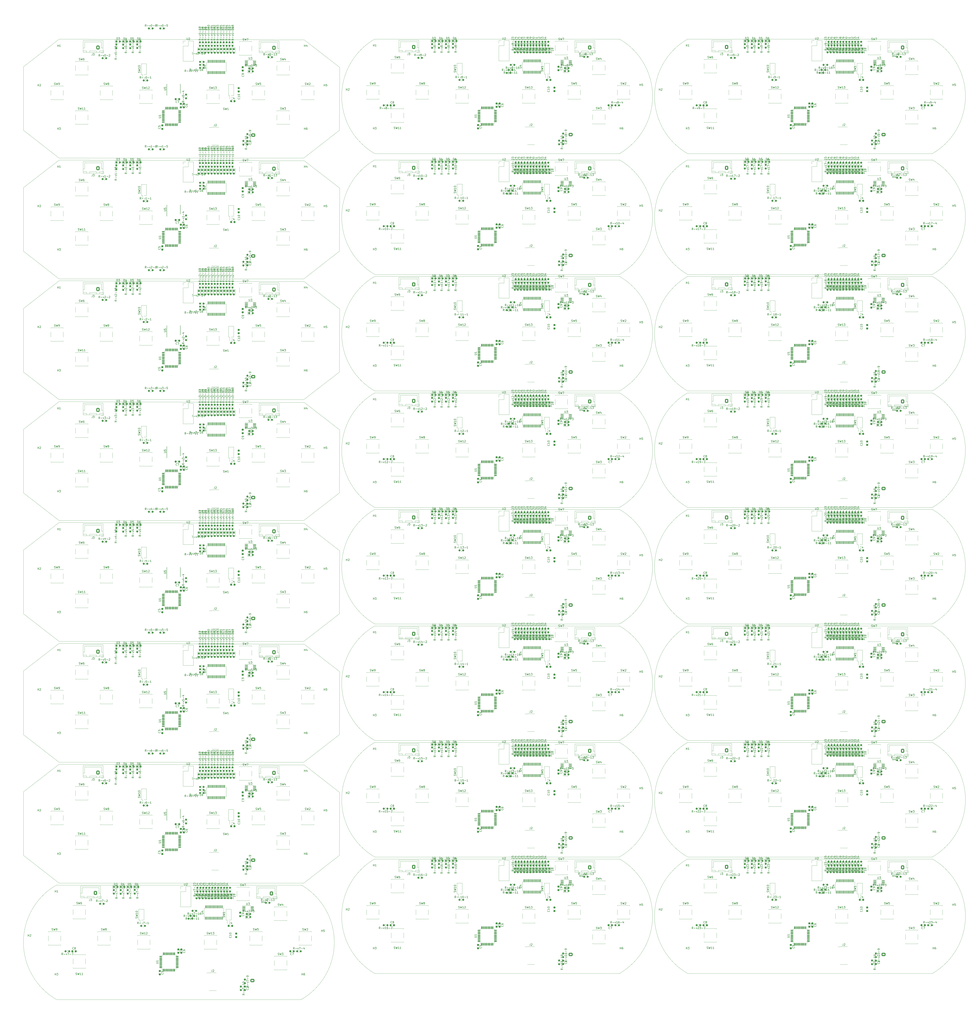
<source format=gbr>
%TF.GenerationSoftware,KiCad,Pcbnew,7.0.5-7.0.5~ubuntu20.04.1*%
%TF.CreationDate,2023-07-06T15:08:55+02:00*%
%TF.ProjectId,output_panel_QWYz9GD,6f757470-7574-45f7-9061-6e656c5f5157,rev?*%
%TF.SameCoordinates,Original*%
%TF.FileFunction,Legend,Top*%
%TF.FilePolarity,Positive*%
%FSLAX45Y45*%
G04 Gerber Fmt 4.5, Leading zero omitted, Abs format (unit mm)*
G04 Created by KiCad (PCBNEW 7.0.5-7.0.5~ubuntu20.04.1) date 2023-07-06 15:08:55*
%MOMM*%
%LPD*%
G01*
G04 APERTURE LIST*
G04 Aperture macros list*
%AMRoundRect*
0 Rectangle with rounded corners*
0 $1 Rounding radius*
0 $2 $3 $4 $5 $6 $7 $8 $9 X,Y pos of 4 corners*
0 Add a 4 corners polygon primitive as box body*
4,1,4,$2,$3,$4,$5,$6,$7,$8,$9,$2,$3,0*
0 Add four circle primitives for the rounded corners*
1,1,$1+$1,$2,$3*
1,1,$1+$1,$4,$5*
1,1,$1+$1,$6,$7*
1,1,$1+$1,$8,$9*
0 Add four rect primitives between the rounded corners*
20,1,$1+$1,$2,$3,$4,$5,0*
20,1,$1+$1,$4,$5,$6,$7,0*
20,1,$1+$1,$6,$7,$8,$9,0*
20,1,$1+$1,$8,$9,$2,$3,0*%
G04 Aperture macros list end*
%TA.AperFunction,Profile*%
%ADD10C,0.050000*%
%TD*%
%TA.AperFunction,Profile*%
%ADD11C,0.100000*%
%TD*%
%ADD12C,0.150000*%
%ADD13C,0.120000*%
%ADD14RoundRect,0.237500X0.237500X-0.250000X0.237500X0.250000X-0.237500X0.250000X-0.237500X-0.250000X0*%
%ADD15R,1.700000X1.700000*%
%ADD16O,1.700000X1.700000*%
%ADD17RoundRect,0.237500X-0.237500X0.287500X-0.237500X-0.287500X0.237500X-0.287500X0.237500X0.287500X0*%
%ADD18RoundRect,0.237500X-0.250000X-0.237500X0.250000X-0.237500X0.250000X0.237500X-0.250000X0.237500X0*%
%ADD19R,1.550000X1.300000*%
%ADD20RoundRect,0.250000X0.600000X0.725000X-0.600000X0.725000X-0.600000X-0.725000X0.600000X-0.725000X0*%
%ADD21O,1.700000X1.950000*%
%ADD22R,0.760000X1.600000*%
%ADD23C,5.600000*%
%ADD24RoundRect,0.237500X0.250000X0.237500X-0.250000X0.237500X-0.250000X-0.237500X0.250000X-0.237500X0*%
%ADD25RoundRect,0.237500X-0.237500X0.250000X-0.237500X-0.250000X0.237500X-0.250000X0.237500X0.250000X0*%
%ADD26RoundRect,0.237500X-0.287500X-0.237500X0.287500X-0.237500X0.287500X0.237500X-0.287500X0.237500X0*%
%ADD27RoundRect,0.237500X-0.300000X-0.237500X0.300000X-0.237500X0.300000X0.237500X-0.300000X0.237500X0*%
%ADD28RoundRect,0.237500X-0.237500X0.300000X-0.237500X-0.300000X0.237500X-0.300000X0.237500X0.300000X0*%
%ADD29RoundRect,0.237500X0.300000X0.237500X-0.300000X0.237500X-0.300000X-0.237500X0.300000X-0.237500X0*%
%ADD30RoundRect,0.100000X0.100000X-0.637500X0.100000X0.637500X-0.100000X0.637500X-0.100000X-0.637500X0*%
%ADD31RoundRect,0.100000X-0.712500X-0.100000X0.712500X-0.100000X0.712500X0.100000X-0.712500X0.100000X0*%
%ADD32R,2.400000X0.740000*%
%ADD33R,0.400000X1.000000*%
%ADD34RoundRect,0.237500X0.237500X-0.300000X0.237500X0.300000X-0.237500X0.300000X-0.237500X-0.300000X0*%
%ADD35RoundRect,0.125000X0.125000X-0.625000X0.125000X0.625000X-0.125000X0.625000X-0.125000X-0.625000X0*%
%ADD36RoundRect,0.125000X0.625000X-0.125000X0.625000X0.125000X-0.625000X0.125000X-0.625000X-0.125000X0*%
%ADD37RoundRect,0.250000X-0.750000X0.600000X-0.750000X-0.600000X0.750000X-0.600000X0.750000X0.600000X0*%
%ADD38O,2.000000X1.700000*%
G04 APERTURE END LIST*
D10*
X30243821Y-23770000D02*
G75*
G03*
X30243821Y-17970000I-1674316J2900000D01*
G01*
D11*
X50000Y-38169998D02*
X1850000Y-36769998D01*
D10*
X46091466Y-23770000D02*
G75*
G03*
X46091466Y-17970000I-1674316J2900000D01*
G01*
D11*
X1723822Y-42889998D02*
X14123822Y-42889998D01*
X17843821Y-11970000D02*
X30243821Y-11970000D01*
X17843821Y-29770000D02*
X30243821Y-29770000D01*
X14250000Y-6070000D02*
X1850000Y-6070000D01*
X1850000Y-12289999D02*
X14270000Y-12329999D01*
X50000Y-4670000D02*
X50000Y-1450000D01*
X33691466Y-23870000D02*
X46091466Y-23870000D01*
D10*
X17843822Y-41570000D02*
G75*
G03*
X17843821Y-47370000I1674316J-2900000D01*
G01*
D11*
X1850000Y-36769998D02*
X14270000Y-36809998D01*
X16050000Y-23029999D02*
X14250000Y-24429999D01*
X14250000Y-18309999D02*
X1850000Y-18309999D01*
X17843821Y-23870000D02*
X30243821Y-23870000D01*
X14250000Y-42789998D02*
X1850000Y-42789998D01*
X16070000Y-32079998D02*
X16050000Y-35269998D01*
X33691466Y-11970000D02*
X46091466Y-11970000D01*
X33691466Y-47370000D02*
X46091466Y-47370000D01*
D10*
X33691466Y-23870000D02*
G75*
G03*
X33691466Y-29670000I1674316J-2900000D01*
G01*
X33691466Y-6170000D02*
G75*
G03*
X33691466Y-11970000I1674316J-2900000D01*
G01*
D11*
X16050000Y-41389998D02*
X14250000Y-42789998D01*
X50000Y-29149998D02*
X50000Y-25929998D01*
X1850000Y-12189999D02*
X50000Y-10789999D01*
X1850000Y-18309999D02*
X50000Y-16909999D01*
X14270000Y-24569998D02*
X16070000Y-25959998D01*
X17843821Y-29670000D02*
X30243821Y-29670000D01*
X16070000Y-1480000D02*
X16050000Y-4670000D01*
X17843821Y-17870000D02*
X30243821Y-17870000D01*
X1850000Y-42789998D02*
X50000Y-41389998D01*
D10*
X46091466Y-11970000D02*
G75*
G03*
X46091466Y-6170000I-1674316J2900000D01*
G01*
D11*
X14250000Y-36669998D02*
X1850000Y-36669998D01*
D10*
X17843822Y-12070000D02*
G75*
G03*
X17843821Y-17870000I1674316J-2900000D01*
G01*
D11*
X50000Y-35269998D02*
X50000Y-32049998D01*
X33691466Y-12070000D02*
X46091466Y-12070000D01*
X50000Y-25929998D02*
X1850000Y-24529998D01*
X1850000Y-6169999D02*
X14270000Y-6209999D01*
D10*
X17843822Y-6170000D02*
G75*
G03*
X17843821Y-11970000I1674316J-2900000D01*
G01*
D11*
X33691466Y-29670000D02*
X46091466Y-29670000D01*
X17843821Y-35570000D02*
X30243821Y-35570000D01*
X17843821Y-41470000D02*
X30243821Y-41470000D01*
X16050000Y-10789999D02*
X14250000Y-12189999D01*
X14250000Y-24429999D02*
X1850000Y-24429999D01*
X17843821Y-12070000D02*
X30243821Y-12070000D01*
D10*
X33691466Y-41570000D02*
G75*
G03*
X33691466Y-47370000I1674316J-2900000D01*
G01*
X17843822Y-35670000D02*
G75*
G03*
X17843821Y-41470000I1674316J-2900000D01*
G01*
D11*
X33691466Y-41470000D02*
X46091466Y-41470000D01*
D10*
X1723822Y-42889998D02*
G75*
G03*
X1723822Y-48689998I1674316J-2900000D01*
G01*
D11*
X33691466Y-50000D02*
X46091466Y-50000D01*
D10*
X46091466Y-17870000D02*
G75*
G03*
X46091466Y-12070000I-1674316J2900000D01*
G01*
D11*
X14270000Y-30689998D02*
X16070000Y-32079998D01*
X17843821Y-35670000D02*
X30243821Y-35670000D01*
X1850000Y-24429999D02*
X50000Y-23029999D01*
X50000Y-32049998D02*
X1850000Y-30649998D01*
X16050000Y-4670000D02*
X14250000Y-6070000D01*
D10*
X46091466Y-35570000D02*
G75*
G03*
X46091466Y-29770000I-1674316J2900000D01*
G01*
D11*
X14270000Y-90000D02*
X16070000Y-1480000D01*
X16070000Y-13719999D02*
X16050000Y-16909999D01*
D10*
X30243821Y-29670000D02*
G75*
G03*
X30243821Y-23870000I-1674316J2900000D01*
G01*
D11*
X1850000Y-30649998D02*
X14270000Y-30689998D01*
X1850000Y-18409999D02*
X14270000Y-18449999D01*
X50000Y-13689999D02*
X1850000Y-12289999D01*
X14270000Y-6209999D02*
X16070000Y-7599999D01*
X50000Y-7569999D02*
X1850000Y-6169999D01*
D10*
X30243821Y-35570000D02*
G75*
G03*
X30243821Y-29770000I-1674316J2900000D01*
G01*
D11*
X16070000Y-25959998D02*
X16050000Y-29149998D01*
X50000Y-1450000D02*
X1850000Y-50000D01*
X33691466Y-23770000D02*
X46091466Y-23770000D01*
X17843821Y-23770000D02*
X30243821Y-23770000D01*
D10*
X17843821Y-50000D02*
G75*
G03*
X17843821Y-5850000I1674316J-2900000D01*
G01*
X46091466Y-47370000D02*
G75*
G03*
X46091466Y-41570000I-1674316J2900000D01*
G01*
D11*
X33691466Y-35670000D02*
X46091466Y-35670000D01*
X1723822Y-48689998D02*
X14123822Y-48689998D01*
X17843821Y-17970000D02*
X30243821Y-17970000D01*
D10*
X14123822Y-48689998D02*
G75*
G03*
X14123822Y-42889998I-1674316J2900000D01*
G01*
D11*
X50000Y-19809999D02*
X1850000Y-18409999D01*
D10*
X30243821Y-41470000D02*
G75*
G03*
X30243821Y-35670000I-1674316J2900000D01*
G01*
D11*
X16050000Y-29149998D02*
X14250000Y-30549998D01*
D10*
X33691466Y-12070000D02*
G75*
G03*
X33691466Y-17870000I1674316J-2900000D01*
G01*
D11*
X16070000Y-7599999D02*
X16050000Y-10789999D01*
X17843821Y-50000D02*
X30243821Y-50000D01*
D10*
X30243821Y-47370000D02*
G75*
G03*
X30243821Y-41570000I-1674316J2900000D01*
G01*
D11*
X17843821Y-47370000D02*
X30243821Y-47370000D01*
X14250000Y-12189999D02*
X1850000Y-12189999D01*
D10*
X30243821Y-11970000D02*
G75*
G03*
X30243821Y-6170000I-1674316J2900000D01*
G01*
D11*
X16050000Y-16909999D02*
X14250000Y-18309999D01*
X14270000Y-12329999D02*
X16070000Y-13719999D01*
X50000Y-16909999D02*
X50000Y-13689999D01*
X14270000Y-18449999D02*
X16070000Y-19839999D01*
X33691466Y-6170000D02*
X46091466Y-6170000D01*
X14270000Y-36809998D02*
X16070000Y-38199998D01*
X33691466Y-5850000D02*
X46091466Y-5850000D01*
D10*
X33691466Y-17970000D02*
G75*
G03*
X33691466Y-23770000I1674316J-2900000D01*
G01*
D11*
X33691466Y-41570000D02*
X46091466Y-41570000D01*
X16070000Y-38199998D02*
X16050000Y-41389998D01*
X1850000Y-50000D02*
X14270000Y-90000D01*
X14250000Y-30549998D02*
X1850000Y-30549998D01*
D10*
X33691466Y-35670000D02*
G75*
G03*
X33691466Y-41470000I1674316J-2900000D01*
G01*
X30243821Y-5850000D02*
G75*
G03*
X30243821Y-50000I-1674316J2900000D01*
G01*
X17843822Y-29770000D02*
G75*
G03*
X17843821Y-35570000I1674316J-2900000D01*
G01*
D11*
X1850000Y-6070000D02*
X50000Y-4670000D01*
X16050000Y-35269998D02*
X14250000Y-36669998D01*
D10*
X46091466Y-41470000D02*
G75*
G03*
X46091466Y-35670000I-1674316J2900000D01*
G01*
D11*
X1850000Y-36669998D02*
X50000Y-35269998D01*
D10*
X30243821Y-17870000D02*
G75*
G03*
X30243821Y-12070000I-1674316J2900000D01*
G01*
D11*
X50000Y-23029999D02*
X50000Y-19809999D01*
X1850000Y-24529998D02*
X14270000Y-24569998D01*
D10*
X17843822Y-17970000D02*
G75*
G03*
X17843821Y-23770000I1674316J-2900000D01*
G01*
X46091466Y-29670000D02*
G75*
G03*
X46091466Y-23870000I-1674316J2900000D01*
G01*
D11*
X50000Y-10789999D02*
X50000Y-7569999D01*
D10*
X33691466Y-29770000D02*
G75*
G03*
X33691466Y-35570000I1674316J-2900000D01*
G01*
D11*
X50000Y-41389998D02*
X50000Y-38169998D01*
D10*
X33691466Y-50000D02*
G75*
G03*
X33691466Y-5850000I1674316J-2900000D01*
G01*
X17843822Y-23870000D02*
G75*
G03*
X17843821Y-29670000I1674316J-2900000D01*
G01*
D11*
X17843821Y-41570000D02*
X30243821Y-41570000D01*
X17843821Y-6170000D02*
X30243821Y-6170000D01*
X17843821Y-5850000D02*
X30243821Y-5850000D01*
X16070000Y-19839999D02*
X16050000Y-23029999D01*
D10*
X46091466Y-5850000D02*
G75*
G03*
X46091466Y-50000I-1674316J2900000D01*
G01*
D11*
X33691466Y-17970000D02*
X46091466Y-17970000D01*
X33691466Y-35570000D02*
X46091466Y-35570000D01*
X33691466Y-17870000D02*
X46091466Y-17870000D01*
X33691466Y-29770000D02*
X46091466Y-29770000D01*
X1850000Y-30549998D02*
X50000Y-29149998D01*
D12*
X25336303Y-18522678D02*
X25288684Y-18556012D01*
X25336303Y-18579821D02*
X25236303Y-18579821D01*
X25236303Y-18579821D02*
X25236303Y-18541726D01*
X25236303Y-18541726D02*
X25241065Y-18532202D01*
X25241065Y-18532202D02*
X25245827Y-18527440D01*
X25245827Y-18527440D02*
X25255351Y-18522678D01*
X25255351Y-18522678D02*
X25269636Y-18522678D01*
X25269636Y-18522678D02*
X25279160Y-18527440D01*
X25279160Y-18527440D02*
X25283922Y-18532202D01*
X25283922Y-18532202D02*
X25288684Y-18541726D01*
X25288684Y-18541726D02*
X25288684Y-18579821D01*
X25298208Y-18479821D02*
X25298208Y-18403631D01*
X25269636Y-18365535D02*
X25336303Y-18341726D01*
X25336303Y-18341726D02*
X25269636Y-18317916D01*
X25336303Y-18227440D02*
X25336303Y-18284583D01*
X25336303Y-18256012D02*
X25236303Y-18256012D01*
X25236303Y-18256012D02*
X25250589Y-18265535D01*
X25250589Y-18265535D02*
X25260113Y-18275059D01*
X25260113Y-18275059D02*
X25264874Y-18284583D01*
X25245827Y-18189345D02*
X25241065Y-18184583D01*
X25241065Y-18184583D02*
X25236303Y-18175059D01*
X25236303Y-18175059D02*
X25236303Y-18151250D01*
X25236303Y-18151250D02*
X25241065Y-18141726D01*
X25241065Y-18141726D02*
X25245827Y-18136964D01*
X25245827Y-18136964D02*
X25255351Y-18132202D01*
X25255351Y-18132202D02*
X25264874Y-18132202D01*
X25264874Y-18132202D02*
X25279160Y-18136964D01*
X25279160Y-18136964D02*
X25336303Y-18194107D01*
X25336303Y-18194107D02*
X25336303Y-18132202D01*
X25298208Y-18089345D02*
X25298208Y-18013154D01*
X25245827Y-17970297D02*
X25241065Y-17965535D01*
X25241065Y-17965535D02*
X25236303Y-17956012D01*
X25236303Y-17956012D02*
X25236303Y-17932202D01*
X25236303Y-17932202D02*
X25241065Y-17922678D01*
X25241065Y-17922678D02*
X25245827Y-17917916D01*
X25245827Y-17917916D02*
X25255351Y-17913154D01*
X25255351Y-17913154D02*
X25264874Y-17913154D01*
X25264874Y-17913154D02*
X25279160Y-17917916D01*
X25279160Y-17917916D02*
X25336303Y-17975059D01*
X25336303Y-17975059D02*
X25336303Y-17913154D01*
X25236303Y-17827440D02*
X25236303Y-17846488D01*
X25236303Y-17846488D02*
X25241065Y-17856012D01*
X25241065Y-17856012D02*
X25245827Y-17860773D01*
X25245827Y-17860773D02*
X25260113Y-17870297D01*
X25260113Y-17870297D02*
X25279160Y-17875059D01*
X25279160Y-17875059D02*
X25317255Y-17875059D01*
X25317255Y-17875059D02*
X25326779Y-17870297D01*
X25326779Y-17870297D02*
X25331541Y-17865535D01*
X25331541Y-17865535D02*
X25336303Y-17856012D01*
X25336303Y-17856012D02*
X25336303Y-17836964D01*
X25336303Y-17836964D02*
X25331541Y-17827440D01*
X25331541Y-17827440D02*
X25326779Y-17822678D01*
X25326779Y-17822678D02*
X25317255Y-17817916D01*
X25317255Y-17817916D02*
X25293446Y-17817916D01*
X25293446Y-17817916D02*
X25283922Y-17822678D01*
X25283922Y-17822678D02*
X25279160Y-17827440D01*
X25279160Y-17827440D02*
X25274398Y-17836964D01*
X25274398Y-17836964D02*
X25274398Y-17856012D01*
X25274398Y-17856012D02*
X25279160Y-17865535D01*
X25279160Y-17865535D02*
X25283922Y-17870297D01*
X25283922Y-17870297D02*
X25293446Y-17875059D01*
X24314631Y-11988482D02*
X24314631Y-12069434D01*
X24314631Y-12069434D02*
X24319393Y-12078958D01*
X24319393Y-12078958D02*
X24324154Y-12083720D01*
X24324154Y-12083720D02*
X24333678Y-12088482D01*
X24333678Y-12088482D02*
X24352726Y-12088482D01*
X24352726Y-12088482D02*
X24362250Y-12083720D01*
X24362250Y-12083720D02*
X24367012Y-12078958D01*
X24367012Y-12078958D02*
X24371773Y-12069434D01*
X24371773Y-12069434D02*
X24371773Y-11988482D01*
X24414631Y-11998005D02*
X24419393Y-11993243D01*
X24419393Y-11993243D02*
X24428916Y-11988482D01*
X24428916Y-11988482D02*
X24452726Y-11988482D01*
X24452726Y-11988482D02*
X24462250Y-11993243D01*
X24462250Y-11993243D02*
X24467012Y-11998005D01*
X24467012Y-11998005D02*
X24471773Y-12007529D01*
X24471773Y-12007529D02*
X24471773Y-12017053D01*
X24471773Y-12017053D02*
X24467012Y-12031339D01*
X24467012Y-12031339D02*
X24409869Y-12088482D01*
X24409869Y-12088482D02*
X24471773Y-12088482D01*
X9164704Y-43546307D02*
X9064704Y-43546307D01*
X9064704Y-43546307D02*
X9064704Y-43522498D01*
X9064704Y-43522498D02*
X9069466Y-43508212D01*
X9069466Y-43508212D02*
X9078990Y-43498688D01*
X9078990Y-43498688D02*
X9088514Y-43493926D01*
X9088514Y-43493926D02*
X9107561Y-43489165D01*
X9107561Y-43489165D02*
X9121847Y-43489165D01*
X9121847Y-43489165D02*
X9140895Y-43493926D01*
X9140895Y-43493926D02*
X9150418Y-43498688D01*
X9150418Y-43498688D02*
X9159942Y-43508212D01*
X9159942Y-43508212D02*
X9164704Y-43522498D01*
X9164704Y-43522498D02*
X9164704Y-43546307D01*
X9107561Y-43432022D02*
X9102799Y-43441545D01*
X9102799Y-43441545D02*
X9098037Y-43446307D01*
X9098037Y-43446307D02*
X9088514Y-43451069D01*
X9088514Y-43451069D02*
X9083752Y-43451069D01*
X9083752Y-43451069D02*
X9074228Y-43446307D01*
X9074228Y-43446307D02*
X9069466Y-43441545D01*
X9069466Y-43441545D02*
X9064704Y-43432022D01*
X9064704Y-43432022D02*
X9064704Y-43412974D01*
X9064704Y-43412974D02*
X9069466Y-43403450D01*
X9069466Y-43403450D02*
X9074228Y-43398688D01*
X9074228Y-43398688D02*
X9083752Y-43393926D01*
X9083752Y-43393926D02*
X9088514Y-43393926D01*
X9088514Y-43393926D02*
X9098037Y-43398688D01*
X9098037Y-43398688D02*
X9102799Y-43403450D01*
X9102799Y-43403450D02*
X9107561Y-43412974D01*
X9107561Y-43412974D02*
X9107561Y-43432022D01*
X9107561Y-43432022D02*
X9112323Y-43441545D01*
X9112323Y-43441545D02*
X9117085Y-43446307D01*
X9117085Y-43446307D02*
X9126609Y-43451069D01*
X9126609Y-43451069D02*
X9145656Y-43451069D01*
X9145656Y-43451069D02*
X9155180Y-43446307D01*
X9155180Y-43446307D02*
X9159942Y-43441545D01*
X9159942Y-43441545D02*
X9164704Y-43432022D01*
X9164704Y-43432022D02*
X9164704Y-43412974D01*
X9164704Y-43412974D02*
X9159942Y-43403450D01*
X9159942Y-43403450D02*
X9155180Y-43398688D01*
X9155180Y-43398688D02*
X9145656Y-43393926D01*
X9145656Y-43393926D02*
X9126609Y-43393926D01*
X9126609Y-43393926D02*
X9117085Y-43398688D01*
X9117085Y-43398688D02*
X9112323Y-43403450D01*
X9112323Y-43403450D02*
X9107561Y-43412974D01*
X42577448Y-36371428D02*
X42477448Y-36371428D01*
X42477448Y-36371428D02*
X42477448Y-36347619D01*
X42477448Y-36347619D02*
X42482209Y-36333333D01*
X42482209Y-36333333D02*
X42491733Y-36323809D01*
X42491733Y-36323809D02*
X42501257Y-36319047D01*
X42501257Y-36319047D02*
X42520305Y-36314285D01*
X42520305Y-36314285D02*
X42534590Y-36314285D01*
X42534590Y-36314285D02*
X42553638Y-36319047D01*
X42553638Y-36319047D02*
X42563162Y-36323809D01*
X42563162Y-36323809D02*
X42572686Y-36333333D01*
X42572686Y-36333333D02*
X42577448Y-36347619D01*
X42577448Y-36347619D02*
X42577448Y-36371428D01*
X42577448Y-36219047D02*
X42577448Y-36276190D01*
X42577448Y-36247619D02*
X42477448Y-36247619D01*
X42477448Y-36247619D02*
X42491733Y-36257143D01*
X42491733Y-36257143D02*
X42501257Y-36266666D01*
X42501257Y-36266666D02*
X42506019Y-36276190D01*
X42477448Y-36185714D02*
X42477448Y-36119047D01*
X42477448Y-36119047D02*
X42577448Y-36161904D01*
X8231013Y-44502480D02*
X8197679Y-44454861D01*
X8173870Y-44502480D02*
X8173870Y-44402480D01*
X8173870Y-44402480D02*
X8211965Y-44402480D01*
X8211965Y-44402480D02*
X8221489Y-44407242D01*
X8221489Y-44407242D02*
X8226251Y-44412004D01*
X8226251Y-44412004D02*
X8231013Y-44421527D01*
X8231013Y-44421527D02*
X8231013Y-44435813D01*
X8231013Y-44435813D02*
X8226251Y-44445337D01*
X8226251Y-44445337D02*
X8221489Y-44450099D01*
X8221489Y-44450099D02*
X8211965Y-44454861D01*
X8211965Y-44454861D02*
X8173870Y-44454861D01*
X8273870Y-44464385D02*
X8350060Y-44464385D01*
X8388155Y-44435813D02*
X8411965Y-44502480D01*
X8411965Y-44502480D02*
X8435775Y-44435813D01*
X8464346Y-44402480D02*
X8531013Y-44402480D01*
X8531013Y-44402480D02*
X8488156Y-44502480D01*
X8569108Y-44464385D02*
X8645298Y-44464385D01*
X8745298Y-44502480D02*
X8688156Y-44502480D01*
X8716727Y-44502480D02*
X8716727Y-44402480D01*
X8716727Y-44402480D02*
X8707203Y-44416766D01*
X8707203Y-44416766D02*
X8697679Y-44426289D01*
X8697679Y-44426289D02*
X8688156Y-44431051D01*
X8831013Y-44435813D02*
X8831013Y-44502480D01*
X8807203Y-44397718D02*
X8783394Y-44469146D01*
X8783394Y-44469146D02*
X8845298Y-44469146D01*
X37931513Y-14560720D02*
X37945799Y-14565482D01*
X37945799Y-14565482D02*
X37969608Y-14565482D01*
X37969608Y-14565482D02*
X37979132Y-14560720D01*
X37979132Y-14560720D02*
X37983894Y-14555958D01*
X37983894Y-14555958D02*
X37988656Y-14546434D01*
X37988656Y-14546434D02*
X37988656Y-14536910D01*
X37988656Y-14536910D02*
X37983894Y-14527386D01*
X37983894Y-14527386D02*
X37979132Y-14522624D01*
X37979132Y-14522624D02*
X37969608Y-14517862D01*
X37969608Y-14517862D02*
X37950561Y-14513101D01*
X37950561Y-14513101D02*
X37941037Y-14508339D01*
X37941037Y-14508339D02*
X37936275Y-14503577D01*
X37936275Y-14503577D02*
X37931513Y-14494053D01*
X37931513Y-14494053D02*
X37931513Y-14484529D01*
X37931513Y-14484529D02*
X37936275Y-14475005D01*
X37936275Y-14475005D02*
X37941037Y-14470243D01*
X37941037Y-14470243D02*
X37950561Y-14465482D01*
X37950561Y-14465482D02*
X37974370Y-14465482D01*
X37974370Y-14465482D02*
X37988656Y-14470243D01*
X38021989Y-14465482D02*
X38045799Y-14565482D01*
X38045799Y-14565482D02*
X38064847Y-14494053D01*
X38064847Y-14494053D02*
X38083894Y-14565482D01*
X38083894Y-14565482D02*
X38107704Y-14465482D01*
X38198180Y-14565482D02*
X38141037Y-14565482D01*
X38169608Y-14565482D02*
X38169608Y-14465482D01*
X38169608Y-14465482D02*
X38160085Y-14479767D01*
X38160085Y-14479767D02*
X38150561Y-14489291D01*
X38150561Y-14489291D02*
X38141037Y-14494053D01*
X38236275Y-14475005D02*
X38241037Y-14470243D01*
X38241037Y-14470243D02*
X38250561Y-14465482D01*
X38250561Y-14465482D02*
X38274370Y-14465482D01*
X38274370Y-14465482D02*
X38283894Y-14470243D01*
X38283894Y-14470243D02*
X38288656Y-14475005D01*
X38288656Y-14475005D02*
X38293418Y-14484529D01*
X38293418Y-14484529D02*
X38293418Y-14494053D01*
X38293418Y-14494053D02*
X38288656Y-14508339D01*
X38288656Y-14508339D02*
X38231513Y-14565482D01*
X38231513Y-14565482D02*
X38293418Y-14565482D01*
X37802656Y-14042482D02*
X37769323Y-13994862D01*
X37745513Y-14042482D02*
X37745513Y-13942482D01*
X37745513Y-13942482D02*
X37783608Y-13942482D01*
X37783608Y-13942482D02*
X37793132Y-13947243D01*
X37793132Y-13947243D02*
X37797894Y-13952005D01*
X37797894Y-13952005D02*
X37802656Y-13961529D01*
X37802656Y-13961529D02*
X37802656Y-13975815D01*
X37802656Y-13975815D02*
X37797894Y-13985339D01*
X37797894Y-13985339D02*
X37793132Y-13990101D01*
X37793132Y-13990101D02*
X37783608Y-13994862D01*
X37783608Y-13994862D02*
X37745513Y-13994862D01*
X37845513Y-14004386D02*
X37921704Y-14004386D01*
X37959799Y-13975815D02*
X37983608Y-14042482D01*
X37983608Y-14042482D02*
X38007418Y-13975815D01*
X38097894Y-14042482D02*
X38040751Y-14042482D01*
X38069323Y-14042482D02*
X38069323Y-13942482D01*
X38069323Y-13942482D02*
X38059799Y-13956767D01*
X38059799Y-13956767D02*
X38050275Y-13966291D01*
X38050275Y-13966291D02*
X38040751Y-13971053D01*
X38155037Y-13985339D02*
X38145513Y-13980577D01*
X38145513Y-13980577D02*
X38140751Y-13975815D01*
X38140751Y-13975815D02*
X38135989Y-13966291D01*
X38135989Y-13966291D02*
X38135989Y-13961529D01*
X38135989Y-13961529D02*
X38140751Y-13952005D01*
X38140751Y-13952005D02*
X38145513Y-13947243D01*
X38145513Y-13947243D02*
X38155037Y-13942482D01*
X38155037Y-13942482D02*
X38174085Y-13942482D01*
X38174085Y-13942482D02*
X38183608Y-13947243D01*
X38183608Y-13947243D02*
X38188370Y-13952005D01*
X38188370Y-13952005D02*
X38193132Y-13961529D01*
X38193132Y-13961529D02*
X38193132Y-13966291D01*
X38193132Y-13966291D02*
X38188370Y-13975815D01*
X38188370Y-13975815D02*
X38183608Y-13980577D01*
X38183608Y-13980577D02*
X38174085Y-13985339D01*
X38174085Y-13985339D02*
X38155037Y-13985339D01*
X38155037Y-13985339D02*
X38145513Y-13990101D01*
X38145513Y-13990101D02*
X38140751Y-13994862D01*
X38140751Y-13994862D02*
X38135989Y-14004386D01*
X38135989Y-14004386D02*
X38135989Y-14023434D01*
X38135989Y-14023434D02*
X38140751Y-14032958D01*
X38140751Y-14032958D02*
X38145513Y-14037720D01*
X38145513Y-14037720D02*
X38155037Y-14042482D01*
X38155037Y-14042482D02*
X38174085Y-14042482D01*
X38174085Y-14042482D02*
X38183608Y-14037720D01*
X38183608Y-14037720D02*
X38188370Y-14032958D01*
X38188370Y-14032958D02*
X38193132Y-14023434D01*
X38193132Y-14023434D02*
X38193132Y-14004386D01*
X38193132Y-14004386D02*
X38188370Y-13994862D01*
X38188370Y-13994862D02*
X38183608Y-13990101D01*
X38183608Y-13990101D02*
X38174085Y-13985339D01*
X38235989Y-14004386D02*
X38312180Y-14004386D01*
X38412180Y-14042482D02*
X38355037Y-14042482D01*
X38383608Y-14042482D02*
X38383608Y-13942482D01*
X38383608Y-13942482D02*
X38374085Y-13956767D01*
X38374085Y-13956767D02*
X38364561Y-13966291D01*
X38364561Y-13966291D02*
X38355037Y-13971053D01*
X19535488Y-18672982D02*
X19535488Y-18744410D01*
X19535488Y-18744410D02*
X19530726Y-18758696D01*
X19530726Y-18758696D02*
X19521202Y-18768220D01*
X19521202Y-18768220D02*
X19506916Y-18772982D01*
X19506916Y-18772982D02*
X19497393Y-18772982D01*
X19573583Y-18672982D02*
X19635488Y-18672982D01*
X19635488Y-18672982D02*
X19602155Y-18711077D01*
X19602155Y-18711077D02*
X19616440Y-18711077D01*
X19616440Y-18711077D02*
X19625964Y-18715839D01*
X19625964Y-18715839D02*
X19630726Y-18720601D01*
X19630726Y-18720601D02*
X19635488Y-18730124D01*
X19635488Y-18730124D02*
X19635488Y-18753934D01*
X19635488Y-18753934D02*
X19630726Y-18763458D01*
X19630726Y-18763458D02*
X19625964Y-18768220D01*
X19625964Y-18768220D02*
X19616440Y-18772982D01*
X19616440Y-18772982D02*
X19587869Y-18772982D01*
X19587869Y-18772982D02*
X19578345Y-18768220D01*
X19578345Y-18768220D02*
X19573583Y-18763458D01*
X45698858Y-21227482D02*
X45665525Y-21179863D01*
X45641716Y-21227482D02*
X45641716Y-21127482D01*
X45641716Y-21127482D02*
X45679811Y-21127482D01*
X45679811Y-21127482D02*
X45689335Y-21132244D01*
X45689335Y-21132244D02*
X45694096Y-21137005D01*
X45694096Y-21137005D02*
X45698858Y-21146529D01*
X45698858Y-21146529D02*
X45698858Y-21160815D01*
X45698858Y-21160815D02*
X45694096Y-21170339D01*
X45694096Y-21170339D02*
X45689335Y-21175101D01*
X45689335Y-21175101D02*
X45679811Y-21179863D01*
X45679811Y-21179863D02*
X45641716Y-21179863D01*
X45741716Y-21189386D02*
X45817906Y-21189386D01*
X45856001Y-21160815D02*
X45879811Y-21227482D01*
X45879811Y-21227482D02*
X45903620Y-21160815D01*
X45994096Y-21227482D02*
X45936954Y-21227482D01*
X45965525Y-21227482D02*
X45965525Y-21127482D01*
X45965525Y-21127482D02*
X45956001Y-21141767D01*
X45956001Y-21141767D02*
X45946477Y-21151291D01*
X45946477Y-21151291D02*
X45936954Y-21156053D01*
X46041716Y-21227482D02*
X46060763Y-21227482D01*
X46060763Y-21227482D02*
X46070287Y-21222720D01*
X46070287Y-21222720D02*
X46075049Y-21217958D01*
X46075049Y-21217958D02*
X46084573Y-21203672D01*
X46084573Y-21203672D02*
X46089335Y-21184624D01*
X46089335Y-21184624D02*
X46089335Y-21146529D01*
X46089335Y-21146529D02*
X46084573Y-21137005D01*
X46084573Y-21137005D02*
X46079811Y-21132244D01*
X46079811Y-21132244D02*
X46070287Y-21127482D01*
X46070287Y-21127482D02*
X46051239Y-21127482D01*
X46051239Y-21127482D02*
X46041716Y-21132244D01*
X46041716Y-21132244D02*
X46036954Y-21137005D01*
X46036954Y-21137005D02*
X46032192Y-21146529D01*
X46032192Y-21146529D02*
X46032192Y-21170339D01*
X46032192Y-21170339D02*
X46036954Y-21179863D01*
X46036954Y-21179863D02*
X46041716Y-21184624D01*
X46041716Y-21184624D02*
X46051239Y-21189386D01*
X46051239Y-21189386D02*
X46070287Y-21189386D01*
X46070287Y-21189386D02*
X46079811Y-21184624D01*
X46079811Y-21184624D02*
X46084573Y-21179863D01*
X46084573Y-21179863D02*
X46089335Y-21170339D01*
X46132192Y-21189386D02*
X46208382Y-21189386D01*
X46298858Y-21160815D02*
X46298858Y-21227482D01*
X46275049Y-21122720D02*
X46251239Y-21194148D01*
X46251239Y-21194148D02*
X46313144Y-21194148D01*
X3923809Y-13162481D02*
X3890476Y-13114862D01*
X3866667Y-13162481D02*
X3866667Y-13062481D01*
X3866667Y-13062481D02*
X3904762Y-13062481D01*
X3904762Y-13062481D02*
X3914286Y-13067243D01*
X3914286Y-13067243D02*
X3919048Y-13072005D01*
X3919048Y-13072005D02*
X3923809Y-13081529D01*
X3923809Y-13081529D02*
X3923809Y-13095814D01*
X3923809Y-13095814D02*
X3919048Y-13105338D01*
X3919048Y-13105338D02*
X3914286Y-13110100D01*
X3914286Y-13110100D02*
X3904762Y-13114862D01*
X3904762Y-13114862D02*
X3866667Y-13114862D01*
X3966667Y-13124386D02*
X4042857Y-13124386D01*
X4080952Y-13095814D02*
X4104762Y-13162481D01*
X4104762Y-13162481D02*
X4128571Y-13095814D01*
X4161905Y-13072005D02*
X4166667Y-13067243D01*
X4166667Y-13067243D02*
X4176190Y-13062481D01*
X4176190Y-13062481D02*
X4200000Y-13062481D01*
X4200000Y-13062481D02*
X4209524Y-13067243D01*
X4209524Y-13067243D02*
X4214286Y-13072005D01*
X4214286Y-13072005D02*
X4219048Y-13081529D01*
X4219048Y-13081529D02*
X4219048Y-13091052D01*
X4219048Y-13091052D02*
X4214286Y-13105338D01*
X4214286Y-13105338D02*
X4157143Y-13162481D01*
X4157143Y-13162481D02*
X4219048Y-13162481D01*
X4261905Y-13124386D02*
X4338095Y-13124386D01*
X4380952Y-13072005D02*
X4385714Y-13067243D01*
X4385714Y-13067243D02*
X4395238Y-13062481D01*
X4395238Y-13062481D02*
X4419048Y-13062481D01*
X4419048Y-13062481D02*
X4428571Y-13067243D01*
X4428571Y-13067243D02*
X4433333Y-13072005D01*
X4433333Y-13072005D02*
X4438095Y-13081529D01*
X4438095Y-13081529D02*
X4438095Y-13091052D01*
X4438095Y-13091052D02*
X4433333Y-13105338D01*
X4433333Y-13105338D02*
X4376191Y-13162481D01*
X4376191Y-13162481D02*
X4438095Y-13162481D01*
X10173667Y-3627720D02*
X10187952Y-3632482D01*
X10187952Y-3632482D02*
X10211762Y-3632482D01*
X10211762Y-3632482D02*
X10221286Y-3627720D01*
X10221286Y-3627720D02*
X10226048Y-3622958D01*
X10226048Y-3622958D02*
X10230810Y-3613434D01*
X10230810Y-3613434D02*
X10230810Y-3603910D01*
X10230810Y-3603910D02*
X10226048Y-3594386D01*
X10226048Y-3594386D02*
X10221286Y-3589624D01*
X10221286Y-3589624D02*
X10211762Y-3584862D01*
X10211762Y-3584862D02*
X10192714Y-3580101D01*
X10192714Y-3580101D02*
X10183191Y-3575339D01*
X10183191Y-3575339D02*
X10178429Y-3570577D01*
X10178429Y-3570577D02*
X10173667Y-3561053D01*
X10173667Y-3561053D02*
X10173667Y-3551529D01*
X10173667Y-3551529D02*
X10178429Y-3542005D01*
X10178429Y-3542005D02*
X10183191Y-3537243D01*
X10183191Y-3537243D02*
X10192714Y-3532482D01*
X10192714Y-3532482D02*
X10216524Y-3532482D01*
X10216524Y-3532482D02*
X10230810Y-3537243D01*
X10264143Y-3532482D02*
X10287952Y-3632482D01*
X10287952Y-3632482D02*
X10307000Y-3561053D01*
X10307000Y-3561053D02*
X10326048Y-3632482D01*
X10326048Y-3632482D02*
X10349857Y-3532482D01*
X10440333Y-3632482D02*
X10383191Y-3632482D01*
X10411762Y-3632482D02*
X10411762Y-3532482D01*
X10411762Y-3532482D02*
X10402238Y-3546767D01*
X10402238Y-3546767D02*
X10392714Y-3556291D01*
X10392714Y-3556291D02*
X10383191Y-3561053D01*
X30267631Y-4615482D02*
X30267631Y-4515482D01*
X30267631Y-4563101D02*
X30324773Y-4563101D01*
X30324773Y-4615482D02*
X30324773Y-4515482D01*
X30415250Y-4515482D02*
X30396202Y-4515482D01*
X30396202Y-4515482D02*
X30386678Y-4520244D01*
X30386678Y-4520244D02*
X30381916Y-4525006D01*
X30381916Y-4525006D02*
X30372393Y-4539291D01*
X30372393Y-4539291D02*
X30367631Y-4558339D01*
X30367631Y-4558339D02*
X30367631Y-4596434D01*
X30367631Y-4596434D02*
X30372393Y-4605958D01*
X30372393Y-4605958D02*
X30377154Y-4610720D01*
X30377154Y-4610720D02*
X30386678Y-4615482D01*
X30386678Y-4615482D02*
X30405726Y-4615482D01*
X30405726Y-4615482D02*
X30415250Y-4610720D01*
X30415250Y-4610720D02*
X30420012Y-4605958D01*
X30420012Y-4605958D02*
X30424773Y-4596434D01*
X30424773Y-4596434D02*
X30424773Y-4572625D01*
X30424773Y-4572625D02*
X30420012Y-4563101D01*
X30420012Y-4563101D02*
X30415250Y-4558339D01*
X30415250Y-4558339D02*
X30405726Y-4553577D01*
X30405726Y-4553577D02*
X30386678Y-4553577D01*
X30386678Y-4553577D02*
X30377154Y-4558339D01*
X30377154Y-4558339D02*
X30372393Y-4563101D01*
X30372393Y-4563101D02*
X30367631Y-4572625D01*
X24503393Y-43068482D02*
X24470059Y-43020863D01*
X24446250Y-43068482D02*
X24446250Y-42968482D01*
X24446250Y-42968482D02*
X24484345Y-42968482D01*
X24484345Y-42968482D02*
X24493869Y-42973244D01*
X24493869Y-42973244D02*
X24498631Y-42978005D01*
X24498631Y-42978005D02*
X24503393Y-42987529D01*
X24503393Y-42987529D02*
X24503393Y-43001815D01*
X24503393Y-43001815D02*
X24498631Y-43011339D01*
X24498631Y-43011339D02*
X24493869Y-43016101D01*
X24493869Y-43016101D02*
X24484345Y-43020863D01*
X24484345Y-43020863D02*
X24446250Y-43020863D01*
X24546250Y-43030386D02*
X24622440Y-43030386D01*
X24660535Y-43001815D02*
X24684345Y-43068482D01*
X24684345Y-43068482D02*
X24708154Y-43001815D01*
X24798631Y-43068482D02*
X24741488Y-43068482D01*
X24770059Y-43068482D02*
X24770059Y-42968482D01*
X24770059Y-42968482D02*
X24760535Y-42982767D01*
X24760535Y-42982767D02*
X24751012Y-42992291D01*
X24751012Y-42992291D02*
X24741488Y-42997053D01*
X24884345Y-42968482D02*
X24865297Y-42968482D01*
X24865297Y-42968482D02*
X24855774Y-42973244D01*
X24855774Y-42973244D02*
X24851012Y-42978005D01*
X24851012Y-42978005D02*
X24841488Y-42992291D01*
X24841488Y-42992291D02*
X24836726Y-43011339D01*
X24836726Y-43011339D02*
X24836726Y-43049434D01*
X24836726Y-43049434D02*
X24841488Y-43058958D01*
X24841488Y-43058958D02*
X24846250Y-43063720D01*
X24846250Y-43063720D02*
X24855774Y-43068482D01*
X24855774Y-43068482D02*
X24874821Y-43068482D01*
X24874821Y-43068482D02*
X24884345Y-43063720D01*
X24884345Y-43063720D02*
X24889107Y-43058958D01*
X24889107Y-43058958D02*
X24893869Y-43049434D01*
X24893869Y-43049434D02*
X24893869Y-43025624D01*
X24893869Y-43025624D02*
X24889107Y-43016101D01*
X24889107Y-43016101D02*
X24884345Y-43011339D01*
X24884345Y-43011339D02*
X24874821Y-43006577D01*
X24874821Y-43006577D02*
X24855774Y-43006577D01*
X24855774Y-43006577D02*
X24846250Y-43011339D01*
X24846250Y-43011339D02*
X24841488Y-43016101D01*
X24841488Y-43016101D02*
X24836726Y-43025624D01*
X24936726Y-43030386D02*
X25012916Y-43030386D01*
X25112916Y-43068482D02*
X25055774Y-43068482D01*
X25084345Y-43068482D02*
X25084345Y-42968482D01*
X25084345Y-42968482D02*
X25074821Y-42982767D01*
X25074821Y-42982767D02*
X25065297Y-42992291D01*
X25065297Y-42992291D02*
X25055774Y-42997053D01*
X25198631Y-42968482D02*
X25179583Y-42968482D01*
X25179583Y-42968482D02*
X25170059Y-42973244D01*
X25170059Y-42973244D02*
X25165297Y-42978005D01*
X25165297Y-42978005D02*
X25155774Y-42992291D01*
X25155774Y-42992291D02*
X25151012Y-43011339D01*
X25151012Y-43011339D02*
X25151012Y-43049434D01*
X25151012Y-43049434D02*
X25155774Y-43058958D01*
X25155774Y-43058958D02*
X25160535Y-43063720D01*
X25160535Y-43063720D02*
X25170059Y-43068482D01*
X25170059Y-43068482D02*
X25189107Y-43068482D01*
X25189107Y-43068482D02*
X25198631Y-43063720D01*
X25198631Y-43063720D02*
X25203393Y-43058958D01*
X25203393Y-43058958D02*
X25208154Y-43049434D01*
X25208154Y-43049434D02*
X25208154Y-43025624D01*
X25208154Y-43025624D02*
X25203393Y-43016101D01*
X25203393Y-43016101D02*
X25198631Y-43011339D01*
X25198631Y-43011339D02*
X25189107Y-43006577D01*
X25189107Y-43006577D02*
X25170059Y-43006577D01*
X25170059Y-43006577D02*
X25160535Y-43011339D01*
X25160535Y-43011339D02*
X25155774Y-43016101D01*
X25155774Y-43016101D02*
X25151012Y-43025624D01*
X20934803Y-36338928D02*
X20887184Y-36372262D01*
X20934803Y-36396071D02*
X20834803Y-36396071D01*
X20834803Y-36396071D02*
X20834803Y-36357976D01*
X20834803Y-36357976D02*
X20839565Y-36348452D01*
X20839565Y-36348452D02*
X20844327Y-36343690D01*
X20844327Y-36343690D02*
X20853851Y-36338928D01*
X20853851Y-36338928D02*
X20868136Y-36338928D01*
X20868136Y-36338928D02*
X20877660Y-36343690D01*
X20877660Y-36343690D02*
X20882422Y-36348452D01*
X20882422Y-36348452D02*
X20887184Y-36357976D01*
X20887184Y-36357976D02*
X20887184Y-36396071D01*
X20896708Y-36296071D02*
X20896708Y-36219881D01*
X20868136Y-36181785D02*
X20934803Y-36157976D01*
X20934803Y-36157976D02*
X20868136Y-36134166D01*
X20934803Y-36043690D02*
X20934803Y-36100833D01*
X20934803Y-36072262D02*
X20834803Y-36072262D01*
X20834803Y-36072262D02*
X20849089Y-36081785D01*
X20849089Y-36081785D02*
X20858613Y-36091309D01*
X20858613Y-36091309D02*
X20863375Y-36100833D01*
X20834803Y-35953214D02*
X20834803Y-36000833D01*
X20834803Y-36000833D02*
X20882422Y-36005595D01*
X20882422Y-36005595D02*
X20877660Y-36000833D01*
X20877660Y-36000833D02*
X20872898Y-35991309D01*
X20872898Y-35991309D02*
X20872898Y-35967500D01*
X20872898Y-35967500D02*
X20877660Y-35957976D01*
X20877660Y-35957976D02*
X20882422Y-35953214D01*
X20882422Y-35953214D02*
X20891946Y-35948452D01*
X20891946Y-35948452D02*
X20915755Y-35948452D01*
X20915755Y-35948452D02*
X20925279Y-35953214D01*
X20925279Y-35953214D02*
X20930041Y-35957976D01*
X20930041Y-35957976D02*
X20934803Y-35967500D01*
X20934803Y-35967500D02*
X20934803Y-35991309D01*
X20934803Y-35991309D02*
X20930041Y-36000833D01*
X20930041Y-36000833D02*
X20925279Y-36005595D01*
X20896708Y-35905595D02*
X20896708Y-35829404D01*
X20934803Y-35729404D02*
X20934803Y-35786547D01*
X20934803Y-35757976D02*
X20834803Y-35757976D01*
X20834803Y-35757976D02*
X20849089Y-35767500D01*
X20849089Y-35767500D02*
X20858613Y-35777023D01*
X20858613Y-35777023D02*
X20863375Y-35786547D01*
X20877660Y-35672262D02*
X20872898Y-35681785D01*
X20872898Y-35681785D02*
X20868136Y-35686547D01*
X20868136Y-35686547D02*
X20858613Y-35691309D01*
X20858613Y-35691309D02*
X20853851Y-35691309D01*
X20853851Y-35691309D02*
X20844327Y-35686547D01*
X20844327Y-35686547D02*
X20839565Y-35681785D01*
X20839565Y-35681785D02*
X20834803Y-35672262D01*
X20834803Y-35672262D02*
X20834803Y-35653214D01*
X20834803Y-35653214D02*
X20839565Y-35643690D01*
X20839565Y-35643690D02*
X20844327Y-35638928D01*
X20844327Y-35638928D02*
X20853851Y-35634166D01*
X20853851Y-35634166D02*
X20858613Y-35634166D01*
X20858613Y-35634166D02*
X20868136Y-35638928D01*
X20868136Y-35638928D02*
X20872898Y-35643690D01*
X20872898Y-35643690D02*
X20877660Y-35653214D01*
X20877660Y-35653214D02*
X20877660Y-35672262D01*
X20877660Y-35672262D02*
X20882422Y-35681785D01*
X20882422Y-35681785D02*
X20887184Y-35686547D01*
X20887184Y-35686547D02*
X20896708Y-35691309D01*
X20896708Y-35691309D02*
X20915755Y-35691309D01*
X20915755Y-35691309D02*
X20925279Y-35686547D01*
X20925279Y-35686547D02*
X20930041Y-35681785D01*
X20930041Y-35681785D02*
X20934803Y-35672262D01*
X20934803Y-35672262D02*
X20934803Y-35653214D01*
X20934803Y-35653214D02*
X20930041Y-35643690D01*
X20930041Y-35643690D02*
X20925279Y-35638928D01*
X20925279Y-35638928D02*
X20915755Y-35634166D01*
X20915755Y-35634166D02*
X20896708Y-35634166D01*
X20896708Y-35634166D02*
X20887184Y-35638928D01*
X20887184Y-35638928D02*
X20882422Y-35643690D01*
X20882422Y-35643690D02*
X20877660Y-35653214D01*
X42097448Y-18671428D02*
X41997448Y-18671428D01*
X41997448Y-18671428D02*
X41997448Y-18647619D01*
X41997448Y-18647619D02*
X42002209Y-18633333D01*
X42002209Y-18633333D02*
X42011733Y-18623809D01*
X42011733Y-18623809D02*
X42021257Y-18619047D01*
X42021257Y-18619047D02*
X42040305Y-18614285D01*
X42040305Y-18614285D02*
X42054590Y-18614285D01*
X42054590Y-18614285D02*
X42073638Y-18619047D01*
X42073638Y-18619047D02*
X42083162Y-18623809D01*
X42083162Y-18623809D02*
X42092686Y-18633333D01*
X42092686Y-18633333D02*
X42097448Y-18647619D01*
X42097448Y-18647619D02*
X42097448Y-18671428D01*
X42097448Y-18519047D02*
X42097448Y-18576190D01*
X42097448Y-18547619D02*
X41997448Y-18547619D01*
X41997448Y-18547619D02*
X42011733Y-18557143D01*
X42011733Y-18557143D02*
X42021257Y-18566666D01*
X42021257Y-18566666D02*
X42026019Y-18576190D01*
X42030781Y-18433333D02*
X42097448Y-18433333D01*
X41992686Y-18457143D02*
X42064114Y-18480952D01*
X42064114Y-18480952D02*
X42064114Y-18419047D01*
X34667513Y-22511720D02*
X34681799Y-22516482D01*
X34681799Y-22516482D02*
X34705608Y-22516482D01*
X34705608Y-22516482D02*
X34715132Y-22511720D01*
X34715132Y-22511720D02*
X34719894Y-22506958D01*
X34719894Y-22506958D02*
X34724656Y-22497434D01*
X34724656Y-22497434D02*
X34724656Y-22487910D01*
X34724656Y-22487910D02*
X34719894Y-22478386D01*
X34719894Y-22478386D02*
X34715132Y-22473624D01*
X34715132Y-22473624D02*
X34705608Y-22468862D01*
X34705608Y-22468862D02*
X34686561Y-22464101D01*
X34686561Y-22464101D02*
X34677037Y-22459339D01*
X34677037Y-22459339D02*
X34672275Y-22454577D01*
X34672275Y-22454577D02*
X34667513Y-22445053D01*
X34667513Y-22445053D02*
X34667513Y-22435529D01*
X34667513Y-22435529D02*
X34672275Y-22426005D01*
X34672275Y-22426005D02*
X34677037Y-22421243D01*
X34677037Y-22421243D02*
X34686561Y-22416482D01*
X34686561Y-22416482D02*
X34710370Y-22416482D01*
X34710370Y-22416482D02*
X34724656Y-22421243D01*
X34757989Y-22416482D02*
X34781799Y-22516482D01*
X34781799Y-22516482D02*
X34800847Y-22445053D01*
X34800847Y-22445053D02*
X34819894Y-22516482D01*
X34819894Y-22516482D02*
X34843704Y-22416482D01*
X34934180Y-22516482D02*
X34877037Y-22516482D01*
X34905608Y-22516482D02*
X34905608Y-22416482D01*
X34905608Y-22416482D02*
X34896085Y-22430767D01*
X34896085Y-22430767D02*
X34886561Y-22440291D01*
X34886561Y-22440291D02*
X34877037Y-22445053D01*
X35029418Y-22516482D02*
X34972275Y-22516482D01*
X35000847Y-22516482D02*
X35000847Y-22416482D01*
X35000847Y-22416482D02*
X34991323Y-22430767D01*
X34991323Y-22430767D02*
X34981799Y-22440291D01*
X34981799Y-22440291D02*
X34972275Y-22445053D01*
X41333948Y-42122678D02*
X41286328Y-42156012D01*
X41333948Y-42179821D02*
X41233948Y-42179821D01*
X41233948Y-42179821D02*
X41233948Y-42141726D01*
X41233948Y-42141726D02*
X41238709Y-42132202D01*
X41238709Y-42132202D02*
X41243471Y-42127440D01*
X41243471Y-42127440D02*
X41252995Y-42122678D01*
X41252995Y-42122678D02*
X41267281Y-42122678D01*
X41267281Y-42122678D02*
X41276805Y-42127440D01*
X41276805Y-42127440D02*
X41281567Y-42132202D01*
X41281567Y-42132202D02*
X41286328Y-42141726D01*
X41286328Y-42141726D02*
X41286328Y-42179821D01*
X41295852Y-42079821D02*
X41295852Y-42003631D01*
X41267281Y-41965535D02*
X41333948Y-41941726D01*
X41333948Y-41941726D02*
X41267281Y-41917916D01*
X41243471Y-41884583D02*
X41238709Y-41879821D01*
X41238709Y-41879821D02*
X41233948Y-41870297D01*
X41233948Y-41870297D02*
X41233948Y-41846488D01*
X41233948Y-41846488D02*
X41238709Y-41836964D01*
X41238709Y-41836964D02*
X41243471Y-41832202D01*
X41243471Y-41832202D02*
X41252995Y-41827440D01*
X41252995Y-41827440D02*
X41262519Y-41827440D01*
X41262519Y-41827440D02*
X41276805Y-41832202D01*
X41276805Y-41832202D02*
X41333948Y-41889345D01*
X41333948Y-41889345D02*
X41333948Y-41827440D01*
X41233948Y-41794107D02*
X41233948Y-41732202D01*
X41233948Y-41732202D02*
X41272043Y-41765535D01*
X41272043Y-41765535D02*
X41272043Y-41751250D01*
X41272043Y-41751250D02*
X41276805Y-41741726D01*
X41276805Y-41741726D02*
X41281567Y-41736964D01*
X41281567Y-41736964D02*
X41291090Y-41732202D01*
X41291090Y-41732202D02*
X41314900Y-41732202D01*
X41314900Y-41732202D02*
X41324424Y-41736964D01*
X41324424Y-41736964D02*
X41329186Y-41741726D01*
X41329186Y-41741726D02*
X41333948Y-41751250D01*
X41333948Y-41751250D02*
X41333948Y-41779821D01*
X41333948Y-41779821D02*
X41329186Y-41789345D01*
X41329186Y-41789345D02*
X41324424Y-41794107D01*
X41295852Y-41689345D02*
X41295852Y-41613154D01*
X41243471Y-41570297D02*
X41238709Y-41565535D01*
X41238709Y-41565535D02*
X41233948Y-41556012D01*
X41233948Y-41556012D02*
X41233948Y-41532202D01*
X41233948Y-41532202D02*
X41238709Y-41522678D01*
X41238709Y-41522678D02*
X41243471Y-41517916D01*
X41243471Y-41517916D02*
X41252995Y-41513154D01*
X41252995Y-41513154D02*
X41262519Y-41513154D01*
X41262519Y-41513154D02*
X41276805Y-41517916D01*
X41276805Y-41517916D02*
X41333948Y-41575059D01*
X41333948Y-41575059D02*
X41333948Y-41513154D01*
X41233948Y-41479821D02*
X41233948Y-41413154D01*
X41233948Y-41413154D02*
X41333948Y-41456012D01*
X37839948Y-18633928D02*
X37792328Y-18667262D01*
X37839948Y-18691071D02*
X37739948Y-18691071D01*
X37739948Y-18691071D02*
X37739948Y-18652976D01*
X37739948Y-18652976D02*
X37744709Y-18643452D01*
X37744709Y-18643452D02*
X37749471Y-18638690D01*
X37749471Y-18638690D02*
X37758995Y-18633928D01*
X37758995Y-18633928D02*
X37773281Y-18633928D01*
X37773281Y-18633928D02*
X37782805Y-18638690D01*
X37782805Y-18638690D02*
X37787567Y-18643452D01*
X37787567Y-18643452D02*
X37792328Y-18652976D01*
X37792328Y-18652976D02*
X37792328Y-18691071D01*
X37801852Y-18591071D02*
X37801852Y-18514881D01*
X37773281Y-18476785D02*
X37839948Y-18452976D01*
X37839948Y-18452976D02*
X37773281Y-18429166D01*
X37839948Y-18338690D02*
X37839948Y-18395833D01*
X37839948Y-18367262D02*
X37739948Y-18367262D01*
X37739948Y-18367262D02*
X37754233Y-18376785D01*
X37754233Y-18376785D02*
X37763757Y-18386309D01*
X37763757Y-18386309D02*
X37768519Y-18395833D01*
X37839948Y-18291071D02*
X37839948Y-18272023D01*
X37839948Y-18272023D02*
X37835186Y-18262500D01*
X37835186Y-18262500D02*
X37830424Y-18257738D01*
X37830424Y-18257738D02*
X37816138Y-18248214D01*
X37816138Y-18248214D02*
X37797090Y-18243452D01*
X37797090Y-18243452D02*
X37758995Y-18243452D01*
X37758995Y-18243452D02*
X37749471Y-18248214D01*
X37749471Y-18248214D02*
X37744709Y-18252976D01*
X37744709Y-18252976D02*
X37739948Y-18262500D01*
X37739948Y-18262500D02*
X37739948Y-18281547D01*
X37739948Y-18281547D02*
X37744709Y-18291071D01*
X37744709Y-18291071D02*
X37749471Y-18295833D01*
X37749471Y-18295833D02*
X37758995Y-18300595D01*
X37758995Y-18300595D02*
X37782805Y-18300595D01*
X37782805Y-18300595D02*
X37792328Y-18295833D01*
X37792328Y-18295833D02*
X37797090Y-18291071D01*
X37797090Y-18291071D02*
X37801852Y-18281547D01*
X37801852Y-18281547D02*
X37801852Y-18262500D01*
X37801852Y-18262500D02*
X37797090Y-18252976D01*
X37797090Y-18252976D02*
X37792328Y-18248214D01*
X37792328Y-18248214D02*
X37782805Y-18243452D01*
X37801852Y-18200595D02*
X37801852Y-18124404D01*
X37749471Y-18081547D02*
X37744709Y-18076785D01*
X37744709Y-18076785D02*
X37739948Y-18067262D01*
X37739948Y-18067262D02*
X37739948Y-18043452D01*
X37739948Y-18043452D02*
X37744709Y-18033928D01*
X37744709Y-18033928D02*
X37749471Y-18029166D01*
X37749471Y-18029166D02*
X37758995Y-18024404D01*
X37758995Y-18024404D02*
X37768519Y-18024404D01*
X37768519Y-18024404D02*
X37782805Y-18029166D01*
X37782805Y-18029166D02*
X37839948Y-18086309D01*
X37839948Y-18086309D02*
X37839948Y-18024404D01*
X37749471Y-17986309D02*
X37744709Y-17981547D01*
X37744709Y-17981547D02*
X37739948Y-17972023D01*
X37739948Y-17972023D02*
X37739948Y-17948214D01*
X37739948Y-17948214D02*
X37744709Y-17938690D01*
X37744709Y-17938690D02*
X37749471Y-17933928D01*
X37749471Y-17933928D02*
X37758995Y-17929166D01*
X37758995Y-17929166D02*
X37768519Y-17929166D01*
X37768519Y-17929166D02*
X37782805Y-17933928D01*
X37782805Y-17933928D02*
X37839948Y-17991071D01*
X37839948Y-17991071D02*
X37839948Y-17929166D01*
X43343656Y-13592482D02*
X43343656Y-13492482D01*
X43343656Y-13492482D02*
X43367466Y-13492482D01*
X43367466Y-13492482D02*
X43381751Y-13497243D01*
X43381751Y-13497243D02*
X43391275Y-13506767D01*
X43391275Y-13506767D02*
X43396037Y-13516291D01*
X43396037Y-13516291D02*
X43400799Y-13535339D01*
X43400799Y-13535339D02*
X43400799Y-13549624D01*
X43400799Y-13549624D02*
X43396037Y-13568672D01*
X43396037Y-13568672D02*
X43391275Y-13578196D01*
X43391275Y-13578196D02*
X43381751Y-13587720D01*
X43381751Y-13587720D02*
X43367466Y-13592482D01*
X43367466Y-13592482D02*
X43343656Y-13592482D01*
X43438894Y-13502005D02*
X43443656Y-13497243D01*
X43443656Y-13497243D02*
X43453180Y-13492482D01*
X43453180Y-13492482D02*
X43476989Y-13492482D01*
X43476989Y-13492482D02*
X43486513Y-13497243D01*
X43486513Y-13497243D02*
X43491275Y-13502005D01*
X43491275Y-13502005D02*
X43496037Y-13511529D01*
X43496037Y-13511529D02*
X43496037Y-13521053D01*
X43496037Y-13521053D02*
X43491275Y-13535339D01*
X43491275Y-13535339D02*
X43434132Y-13592482D01*
X43434132Y-13592482D02*
X43496037Y-13592482D01*
X34565597Y-21217958D02*
X34560835Y-21222720D01*
X34560835Y-21222720D02*
X34546549Y-21227482D01*
X34546549Y-21227482D02*
X34537025Y-21227482D01*
X34537025Y-21227482D02*
X34522739Y-21222720D01*
X34522739Y-21222720D02*
X34513216Y-21213196D01*
X34513216Y-21213196D02*
X34508454Y-21203672D01*
X34508454Y-21203672D02*
X34503692Y-21184624D01*
X34503692Y-21184624D02*
X34503692Y-21170339D01*
X34503692Y-21170339D02*
X34508454Y-21151291D01*
X34508454Y-21151291D02*
X34513216Y-21141767D01*
X34513216Y-21141767D02*
X34522739Y-21132244D01*
X34522739Y-21132244D02*
X34537025Y-21127482D01*
X34537025Y-21127482D02*
X34546549Y-21127482D01*
X34546549Y-21127482D02*
X34560835Y-21132244D01*
X34560835Y-21132244D02*
X34565597Y-21137005D01*
X34622739Y-21170339D02*
X34613216Y-21165577D01*
X34613216Y-21165577D02*
X34608454Y-21160815D01*
X34608454Y-21160815D02*
X34603692Y-21151291D01*
X34603692Y-21151291D02*
X34603692Y-21146529D01*
X34603692Y-21146529D02*
X34608454Y-21137005D01*
X34608454Y-21137005D02*
X34613216Y-21132244D01*
X34613216Y-21132244D02*
X34622739Y-21127482D01*
X34622739Y-21127482D02*
X34641787Y-21127482D01*
X34641787Y-21127482D02*
X34651311Y-21132244D01*
X34651311Y-21132244D02*
X34656073Y-21137005D01*
X34656073Y-21137005D02*
X34660835Y-21146529D01*
X34660835Y-21146529D02*
X34660835Y-21151291D01*
X34660835Y-21151291D02*
X34656073Y-21160815D01*
X34656073Y-21160815D02*
X34651311Y-21165577D01*
X34651311Y-21165577D02*
X34641787Y-21170339D01*
X34641787Y-21170339D02*
X34622739Y-21170339D01*
X34622739Y-21170339D02*
X34613216Y-21175101D01*
X34613216Y-21175101D02*
X34608454Y-21179863D01*
X34608454Y-21179863D02*
X34603692Y-21189386D01*
X34603692Y-21189386D02*
X34603692Y-21208434D01*
X34603692Y-21208434D02*
X34608454Y-21217958D01*
X34608454Y-21217958D02*
X34613216Y-21222720D01*
X34613216Y-21222720D02*
X34622739Y-21227482D01*
X34622739Y-21227482D02*
X34641787Y-21227482D01*
X34641787Y-21227482D02*
X34651311Y-21222720D01*
X34651311Y-21222720D02*
X34656073Y-21217958D01*
X34656073Y-21217958D02*
X34660835Y-21208434D01*
X34660835Y-21208434D02*
X34660835Y-21189386D01*
X34660835Y-21189386D02*
X34656073Y-21179863D01*
X34656073Y-21179863D02*
X34651311Y-21175101D01*
X34651311Y-21175101D02*
X34641787Y-21170339D01*
X15273809Y-33035480D02*
X15273809Y-32935480D01*
X15273809Y-32983099D02*
X15330952Y-32983099D01*
X15330952Y-33035480D02*
X15330952Y-32935480D01*
X15426190Y-32935480D02*
X15378571Y-32935480D01*
X15378571Y-32935480D02*
X15373809Y-32983099D01*
X15373809Y-32983099D02*
X15378571Y-32978337D01*
X15378571Y-32978337D02*
X15388095Y-32973575D01*
X15388095Y-32973575D02*
X15411905Y-32973575D01*
X15411905Y-32973575D02*
X15421428Y-32978337D01*
X15421428Y-32978337D02*
X15426190Y-32983099D01*
X15426190Y-32983099D02*
X15430952Y-32992623D01*
X15430952Y-32992623D02*
X15430952Y-33016432D01*
X15430952Y-33016432D02*
X15426190Y-33025956D01*
X15426190Y-33025956D02*
X15421428Y-33030718D01*
X15421428Y-33030718D02*
X15411905Y-33035480D01*
X15411905Y-33035480D02*
X15388095Y-33035480D01*
X15388095Y-33035480D02*
X15378571Y-33030718D01*
X15378571Y-33030718D02*
X15373809Y-33025956D01*
X26386303Y-42122678D02*
X26338684Y-42156012D01*
X26386303Y-42179821D02*
X26286303Y-42179821D01*
X26286303Y-42179821D02*
X26286303Y-42141726D01*
X26286303Y-42141726D02*
X26291065Y-42132202D01*
X26291065Y-42132202D02*
X26295827Y-42127440D01*
X26295827Y-42127440D02*
X26305351Y-42122678D01*
X26305351Y-42122678D02*
X26319636Y-42122678D01*
X26319636Y-42122678D02*
X26329160Y-42127440D01*
X26329160Y-42127440D02*
X26333922Y-42132202D01*
X26333922Y-42132202D02*
X26338684Y-42141726D01*
X26338684Y-42141726D02*
X26338684Y-42179821D01*
X26348208Y-42079821D02*
X26348208Y-42003631D01*
X26319636Y-41965535D02*
X26386303Y-41941726D01*
X26386303Y-41941726D02*
X26319636Y-41917916D01*
X26386303Y-41827440D02*
X26386303Y-41884583D01*
X26386303Y-41856012D02*
X26286303Y-41856012D01*
X26286303Y-41856012D02*
X26300589Y-41865535D01*
X26300589Y-41865535D02*
X26310113Y-41875059D01*
X26310113Y-41875059D02*
X26314874Y-41884583D01*
X26286303Y-41741726D02*
X26286303Y-41760773D01*
X26286303Y-41760773D02*
X26291065Y-41770297D01*
X26291065Y-41770297D02*
X26295827Y-41775059D01*
X26295827Y-41775059D02*
X26310113Y-41784583D01*
X26310113Y-41784583D02*
X26329160Y-41789345D01*
X26329160Y-41789345D02*
X26367255Y-41789345D01*
X26367255Y-41789345D02*
X26376779Y-41784583D01*
X26376779Y-41784583D02*
X26381541Y-41779821D01*
X26381541Y-41779821D02*
X26386303Y-41770297D01*
X26386303Y-41770297D02*
X26386303Y-41751250D01*
X26386303Y-41751250D02*
X26381541Y-41741726D01*
X26381541Y-41741726D02*
X26376779Y-41736964D01*
X26376779Y-41736964D02*
X26367255Y-41732202D01*
X26367255Y-41732202D02*
X26343446Y-41732202D01*
X26343446Y-41732202D02*
X26333922Y-41736964D01*
X26333922Y-41736964D02*
X26329160Y-41741726D01*
X26329160Y-41741726D02*
X26324398Y-41751250D01*
X26324398Y-41751250D02*
X26324398Y-41770297D01*
X26324398Y-41770297D02*
X26329160Y-41779821D01*
X26329160Y-41779821D02*
X26333922Y-41784583D01*
X26333922Y-41784583D02*
X26343446Y-41789345D01*
X26348208Y-41689345D02*
X26348208Y-41613154D01*
X26286303Y-41575059D02*
X26286303Y-41513154D01*
X26286303Y-41513154D02*
X26324398Y-41546488D01*
X26324398Y-41546488D02*
X26324398Y-41532202D01*
X26324398Y-41532202D02*
X26329160Y-41522678D01*
X26329160Y-41522678D02*
X26333922Y-41517916D01*
X26333922Y-41517916D02*
X26343446Y-41513154D01*
X26343446Y-41513154D02*
X26367255Y-41513154D01*
X26367255Y-41513154D02*
X26376779Y-41517916D01*
X26376779Y-41517916D02*
X26381541Y-41522678D01*
X26381541Y-41522678D02*
X26386303Y-41532202D01*
X26386303Y-41532202D02*
X26386303Y-41560773D01*
X26386303Y-41560773D02*
X26381541Y-41570297D01*
X26381541Y-41570297D02*
X26376779Y-41575059D01*
X26286303Y-41479821D02*
X26286303Y-41417916D01*
X26286303Y-41417916D02*
X26324398Y-41451250D01*
X26324398Y-41451250D02*
X26324398Y-41436964D01*
X26324398Y-41436964D02*
X26329160Y-41427440D01*
X26329160Y-41427440D02*
X26333922Y-41422678D01*
X26333922Y-41422678D02*
X26343446Y-41417916D01*
X26343446Y-41417916D02*
X26367255Y-41417916D01*
X26367255Y-41417916D02*
X26376779Y-41422678D01*
X26376779Y-41422678D02*
X26381541Y-41427440D01*
X26381541Y-41427440D02*
X26386303Y-41436964D01*
X26386303Y-41436964D02*
X26386303Y-41465535D01*
X26386303Y-41465535D02*
X26381541Y-41475059D01*
X26381541Y-41475059D02*
X26376779Y-41479821D01*
X8331013Y-44638480D02*
X8297679Y-44590861D01*
X8273870Y-44638480D02*
X8273870Y-44538480D01*
X8273870Y-44538480D02*
X8311965Y-44538480D01*
X8311965Y-44538480D02*
X8321489Y-44543242D01*
X8321489Y-44543242D02*
X8326251Y-44548004D01*
X8326251Y-44548004D02*
X8331013Y-44557527D01*
X8331013Y-44557527D02*
X8331013Y-44571813D01*
X8331013Y-44571813D02*
X8326251Y-44581337D01*
X8326251Y-44581337D02*
X8321489Y-44586099D01*
X8321489Y-44586099D02*
X8311965Y-44590861D01*
X8311965Y-44590861D02*
X8273870Y-44590861D01*
X8373870Y-44600385D02*
X8450060Y-44600385D01*
X8488156Y-44571813D02*
X8511965Y-44638480D01*
X8511965Y-44638480D02*
X8535775Y-44571813D01*
X8564346Y-44538480D02*
X8631013Y-44538480D01*
X8631013Y-44538480D02*
X8588156Y-44638480D01*
X8669108Y-44600385D02*
X8745298Y-44600385D01*
X8845298Y-44638480D02*
X8788156Y-44638480D01*
X8816727Y-44638480D02*
X8816727Y-44538480D01*
X8816727Y-44538480D02*
X8807203Y-44552766D01*
X8807203Y-44552766D02*
X8797679Y-44562289D01*
X8797679Y-44562289D02*
X8788156Y-44567051D01*
X8940536Y-44638480D02*
X8883394Y-44638480D01*
X8911965Y-44638480D02*
X8911965Y-44538480D01*
X8911965Y-44538480D02*
X8902441Y-44552766D01*
X8902441Y-44552766D02*
X8892917Y-44562289D01*
X8892917Y-44562289D02*
X8883394Y-44567051D01*
X37667656Y-23872482D02*
X37667656Y-23772482D01*
X37667656Y-23772482D02*
X37691466Y-23772482D01*
X37691466Y-23772482D02*
X37705751Y-23777243D01*
X37705751Y-23777243D02*
X37715275Y-23786767D01*
X37715275Y-23786767D02*
X37720037Y-23796291D01*
X37720037Y-23796291D02*
X37724799Y-23815339D01*
X37724799Y-23815339D02*
X37724799Y-23829624D01*
X37724799Y-23829624D02*
X37720037Y-23848672D01*
X37720037Y-23848672D02*
X37715275Y-23858196D01*
X37715275Y-23858196D02*
X37705751Y-23867720D01*
X37705751Y-23867720D02*
X37691466Y-23872482D01*
X37691466Y-23872482D02*
X37667656Y-23872482D01*
X37810513Y-23772482D02*
X37791466Y-23772482D01*
X37791466Y-23772482D02*
X37781942Y-23777243D01*
X37781942Y-23777243D02*
X37777180Y-23782005D01*
X37777180Y-23782005D02*
X37767656Y-23796291D01*
X37767656Y-23796291D02*
X37762894Y-23815339D01*
X37762894Y-23815339D02*
X37762894Y-23853434D01*
X37762894Y-23853434D02*
X37767656Y-23862958D01*
X37767656Y-23862958D02*
X37772418Y-23867720D01*
X37772418Y-23867720D02*
X37781942Y-23872482D01*
X37781942Y-23872482D02*
X37800989Y-23872482D01*
X37800989Y-23872482D02*
X37810513Y-23867720D01*
X37810513Y-23867720D02*
X37815275Y-23862958D01*
X37815275Y-23862958D02*
X37820037Y-23853434D01*
X37820037Y-23853434D02*
X37820037Y-23829624D01*
X37820037Y-23829624D02*
X37815275Y-23820101D01*
X37815275Y-23820101D02*
X37810513Y-23815339D01*
X37810513Y-23815339D02*
X37800989Y-23810577D01*
X37800989Y-23810577D02*
X37781942Y-23810577D01*
X37781942Y-23810577D02*
X37772418Y-23815339D01*
X37772418Y-23815339D02*
X37767656Y-23820101D01*
X37767656Y-23820101D02*
X37762894Y-23829624D01*
X5957720Y-20110951D02*
X5962482Y-20096665D01*
X5962482Y-20096665D02*
X5962482Y-20072856D01*
X5962482Y-20072856D02*
X5957720Y-20063332D01*
X5957720Y-20063332D02*
X5952958Y-20058570D01*
X5952958Y-20058570D02*
X5943434Y-20053808D01*
X5943434Y-20053808D02*
X5933910Y-20053808D01*
X5933910Y-20053808D02*
X5924387Y-20058570D01*
X5924387Y-20058570D02*
X5919625Y-20063332D01*
X5919625Y-20063332D02*
X5914863Y-20072856D01*
X5914863Y-20072856D02*
X5910101Y-20091904D01*
X5910101Y-20091904D02*
X5905339Y-20101427D01*
X5905339Y-20101427D02*
X5900577Y-20106189D01*
X5900577Y-20106189D02*
X5891053Y-20110951D01*
X5891053Y-20110951D02*
X5881529Y-20110951D01*
X5881529Y-20110951D02*
X5872006Y-20106189D01*
X5872006Y-20106189D02*
X5867244Y-20101427D01*
X5867244Y-20101427D02*
X5862482Y-20091904D01*
X5862482Y-20091904D02*
X5862482Y-20068094D01*
X5862482Y-20068094D02*
X5867244Y-20053808D01*
X5862482Y-20020475D02*
X5962482Y-19996665D01*
X5962482Y-19996665D02*
X5891053Y-19977618D01*
X5891053Y-19977618D02*
X5962482Y-19958570D01*
X5962482Y-19958570D02*
X5862482Y-19934761D01*
X5962482Y-19844285D02*
X5962482Y-19901427D01*
X5962482Y-19872856D02*
X5862482Y-19872856D01*
X5862482Y-19872856D02*
X5876768Y-19882380D01*
X5876768Y-19882380D02*
X5886291Y-19891904D01*
X5886291Y-19891904D02*
X5891053Y-19901427D01*
X5862482Y-19782380D02*
X5862482Y-19772856D01*
X5862482Y-19772856D02*
X5867244Y-19763332D01*
X5867244Y-19763332D02*
X5872006Y-19758570D01*
X5872006Y-19758570D02*
X5881529Y-19753808D01*
X5881529Y-19753808D02*
X5900577Y-19749046D01*
X5900577Y-19749046D02*
X5924387Y-19749046D01*
X5924387Y-19749046D02*
X5943434Y-19753808D01*
X5943434Y-19753808D02*
X5952958Y-19758570D01*
X5952958Y-19758570D02*
X5957720Y-19763332D01*
X5957720Y-19763332D02*
X5962482Y-19772856D01*
X5962482Y-19772856D02*
X5962482Y-19782380D01*
X5962482Y-19782380D02*
X5957720Y-19791904D01*
X5957720Y-19791904D02*
X5952958Y-19796665D01*
X5952958Y-19796665D02*
X5943434Y-19801427D01*
X5943434Y-19801427D02*
X5924387Y-19806189D01*
X5924387Y-19806189D02*
X5900577Y-19806189D01*
X5900577Y-19806189D02*
X5881529Y-19801427D01*
X5881529Y-19801427D02*
X5872006Y-19796665D01*
X5872006Y-19796665D02*
X5867244Y-19791904D01*
X5867244Y-19791904D02*
X5862482Y-19782380D01*
X33615275Y-28435482D02*
X33615275Y-28335482D01*
X33615275Y-28383101D02*
X33672418Y-28383101D01*
X33672418Y-28435482D02*
X33672418Y-28335482D01*
X33710513Y-28335482D02*
X33772418Y-28335482D01*
X33772418Y-28335482D02*
X33739085Y-28373577D01*
X33739085Y-28373577D02*
X33753370Y-28373577D01*
X33753370Y-28373577D02*
X33762894Y-28378339D01*
X33762894Y-28378339D02*
X33767656Y-28383101D01*
X33767656Y-28383101D02*
X33772418Y-28392624D01*
X33772418Y-28392624D02*
X33772418Y-28416434D01*
X33772418Y-28416434D02*
X33767656Y-28425958D01*
X33767656Y-28425958D02*
X33762894Y-28430720D01*
X33762894Y-28430720D02*
X33753370Y-28435482D01*
X33753370Y-28435482D02*
X33724799Y-28435482D01*
X33724799Y-28435482D02*
X33715275Y-28430720D01*
X33715275Y-28430720D02*
X33710513Y-28425958D01*
X8198958Y-34033865D02*
X8203720Y-34038627D01*
X8203720Y-34038627D02*
X8208482Y-34052912D01*
X8208482Y-34052912D02*
X8208482Y-34062436D01*
X8208482Y-34062436D02*
X8203720Y-34076722D01*
X8203720Y-34076722D02*
X8194196Y-34086246D01*
X8194196Y-34086246D02*
X8184672Y-34091008D01*
X8184672Y-34091008D02*
X8165625Y-34095770D01*
X8165625Y-34095770D02*
X8151339Y-34095770D01*
X8151339Y-34095770D02*
X8132291Y-34091008D01*
X8132291Y-34091008D02*
X8122768Y-34086246D01*
X8122768Y-34086246D02*
X8113244Y-34076722D01*
X8113244Y-34076722D02*
X8108482Y-34062436D01*
X8108482Y-34062436D02*
X8108482Y-34052912D01*
X8108482Y-34052912D02*
X8113244Y-34038627D01*
X8113244Y-34038627D02*
X8118006Y-34033865D01*
X8108482Y-34000531D02*
X8108482Y-33938627D01*
X8108482Y-33938627D02*
X8146577Y-33971960D01*
X8146577Y-33971960D02*
X8146577Y-33957674D01*
X8146577Y-33957674D02*
X8151339Y-33948151D01*
X8151339Y-33948151D02*
X8156101Y-33943389D01*
X8156101Y-33943389D02*
X8165625Y-33938627D01*
X8165625Y-33938627D02*
X8189434Y-33938627D01*
X8189434Y-33938627D02*
X8198958Y-33943389D01*
X8198958Y-33943389D02*
X8203720Y-33948151D01*
X8203720Y-33948151D02*
X8208482Y-33957674D01*
X8208482Y-33957674D02*
X8208482Y-33986246D01*
X8208482Y-33986246D02*
X8203720Y-33995770D01*
X8203720Y-33995770D02*
X8198958Y-34000531D01*
X3923809Y-37642480D02*
X3890476Y-37594861D01*
X3866667Y-37642480D02*
X3866667Y-37542480D01*
X3866667Y-37542480D02*
X3904762Y-37542480D01*
X3904762Y-37542480D02*
X3914286Y-37547242D01*
X3914286Y-37547242D02*
X3919048Y-37552004D01*
X3919048Y-37552004D02*
X3923809Y-37561527D01*
X3923809Y-37561527D02*
X3923809Y-37575813D01*
X3923809Y-37575813D02*
X3919048Y-37585337D01*
X3919048Y-37585337D02*
X3914286Y-37590099D01*
X3914286Y-37590099D02*
X3904762Y-37594861D01*
X3904762Y-37594861D02*
X3866667Y-37594861D01*
X3966667Y-37604385D02*
X4042857Y-37604385D01*
X4080952Y-37575813D02*
X4104762Y-37642480D01*
X4104762Y-37642480D02*
X4128571Y-37575813D01*
X4209524Y-37542480D02*
X4190476Y-37542480D01*
X4190476Y-37542480D02*
X4180952Y-37547242D01*
X4180952Y-37547242D02*
X4176190Y-37552004D01*
X4176190Y-37552004D02*
X4166667Y-37566289D01*
X4166667Y-37566289D02*
X4161905Y-37585337D01*
X4161905Y-37585337D02*
X4161905Y-37623432D01*
X4161905Y-37623432D02*
X4166667Y-37632956D01*
X4166667Y-37632956D02*
X4171429Y-37637718D01*
X4171429Y-37637718D02*
X4180952Y-37642480D01*
X4180952Y-37642480D02*
X4200000Y-37642480D01*
X4200000Y-37642480D02*
X4209524Y-37637718D01*
X4209524Y-37637718D02*
X4214286Y-37632956D01*
X4214286Y-37632956D02*
X4219048Y-37623432D01*
X4219048Y-37623432D02*
X4219048Y-37599623D01*
X4219048Y-37599623D02*
X4214286Y-37590099D01*
X4214286Y-37590099D02*
X4209524Y-37585337D01*
X4209524Y-37585337D02*
X4200000Y-37580575D01*
X4200000Y-37580575D02*
X4180952Y-37580575D01*
X4180952Y-37580575D02*
X4171429Y-37585337D01*
X4171429Y-37585337D02*
X4166667Y-37590099D01*
X4166667Y-37590099D02*
X4161905Y-37599623D01*
X4261905Y-37604385D02*
X4338095Y-37604385D01*
X4380952Y-37552004D02*
X4385714Y-37547242D01*
X4385714Y-37547242D02*
X4395238Y-37542480D01*
X4395238Y-37542480D02*
X4419048Y-37542480D01*
X4419048Y-37542480D02*
X4428571Y-37547242D01*
X4428571Y-37547242D02*
X4433333Y-37552004D01*
X4433333Y-37552004D02*
X4438095Y-37561527D01*
X4438095Y-37561527D02*
X4438095Y-37571051D01*
X4438095Y-37571051D02*
X4433333Y-37585337D01*
X4433333Y-37585337D02*
X4376191Y-37642480D01*
X4376191Y-37642480D02*
X4438095Y-37642480D01*
X25183303Y-6722678D02*
X25135684Y-6756011D01*
X25183303Y-6779821D02*
X25083303Y-6779821D01*
X25083303Y-6779821D02*
X25083303Y-6741726D01*
X25083303Y-6741726D02*
X25088065Y-6732202D01*
X25088065Y-6732202D02*
X25092827Y-6727440D01*
X25092827Y-6727440D02*
X25102351Y-6722678D01*
X25102351Y-6722678D02*
X25116636Y-6722678D01*
X25116636Y-6722678D02*
X25126160Y-6727440D01*
X25126160Y-6727440D02*
X25130922Y-6732202D01*
X25130922Y-6732202D02*
X25135684Y-6741726D01*
X25135684Y-6741726D02*
X25135684Y-6779821D01*
X25145208Y-6679821D02*
X25145208Y-6603631D01*
X25116636Y-6565535D02*
X25183303Y-6541726D01*
X25183303Y-6541726D02*
X25116636Y-6517916D01*
X25183303Y-6427440D02*
X25183303Y-6484583D01*
X25183303Y-6456011D02*
X25083303Y-6456011D01*
X25083303Y-6456011D02*
X25097589Y-6465535D01*
X25097589Y-6465535D02*
X25107113Y-6475059D01*
X25107113Y-6475059D02*
X25111874Y-6484583D01*
X25083303Y-6365535D02*
X25083303Y-6356011D01*
X25083303Y-6356011D02*
X25088065Y-6346488D01*
X25088065Y-6346488D02*
X25092827Y-6341726D01*
X25092827Y-6341726D02*
X25102351Y-6336964D01*
X25102351Y-6336964D02*
X25121398Y-6332202D01*
X25121398Y-6332202D02*
X25145208Y-6332202D01*
X25145208Y-6332202D02*
X25164255Y-6336964D01*
X25164255Y-6336964D02*
X25173779Y-6341726D01*
X25173779Y-6341726D02*
X25178541Y-6346488D01*
X25178541Y-6346488D02*
X25183303Y-6356011D01*
X25183303Y-6356011D02*
X25183303Y-6365535D01*
X25183303Y-6365535D02*
X25178541Y-6375059D01*
X25178541Y-6375059D02*
X25173779Y-6379821D01*
X25173779Y-6379821D02*
X25164255Y-6384583D01*
X25164255Y-6384583D02*
X25145208Y-6389345D01*
X25145208Y-6389345D02*
X25121398Y-6389345D01*
X25121398Y-6389345D02*
X25102351Y-6384583D01*
X25102351Y-6384583D02*
X25092827Y-6379821D01*
X25092827Y-6379821D02*
X25088065Y-6375059D01*
X25088065Y-6375059D02*
X25083303Y-6365535D01*
X25145208Y-6289345D02*
X25145208Y-6213154D01*
X25092827Y-6170297D02*
X25088065Y-6165535D01*
X25088065Y-6165535D02*
X25083303Y-6156011D01*
X25083303Y-6156011D02*
X25083303Y-6132202D01*
X25083303Y-6132202D02*
X25088065Y-6122678D01*
X25088065Y-6122678D02*
X25092827Y-6117916D01*
X25092827Y-6117916D02*
X25102351Y-6113154D01*
X25102351Y-6113154D02*
X25111874Y-6113154D01*
X25111874Y-6113154D02*
X25126160Y-6117916D01*
X25126160Y-6117916D02*
X25183303Y-6175059D01*
X25183303Y-6175059D02*
X25183303Y-6113154D01*
X25083303Y-6022678D02*
X25083303Y-6070297D01*
X25083303Y-6070297D02*
X25130922Y-6075059D01*
X25130922Y-6075059D02*
X25126160Y-6070297D01*
X25126160Y-6070297D02*
X25121398Y-6060773D01*
X25121398Y-6060773D02*
X25121398Y-6036964D01*
X25121398Y-6036964D02*
X25126160Y-6027440D01*
X25126160Y-6027440D02*
X25130922Y-6022678D01*
X25130922Y-6022678D02*
X25140446Y-6017916D01*
X25140446Y-6017916D02*
X25164255Y-6017916D01*
X25164255Y-6017916D02*
X25173779Y-6022678D01*
X25173779Y-6022678D02*
X25178541Y-6027440D01*
X25178541Y-6027440D02*
X25183303Y-6036964D01*
X25183303Y-6036964D02*
X25183303Y-6060773D01*
X25183303Y-6060773D02*
X25178541Y-6070297D01*
X25178541Y-6070297D02*
X25173779Y-6075059D01*
X28229631Y-12980982D02*
X28229631Y-12880982D01*
X28229631Y-12928601D02*
X28286773Y-12928601D01*
X28286773Y-12980982D02*
X28286773Y-12880982D01*
X28377250Y-12914315D02*
X28377250Y-12980982D01*
X28353440Y-12876220D02*
X28329631Y-12947648D01*
X28329631Y-12947648D02*
X28391535Y-12947648D01*
X16400631Y-8771982D02*
X16400631Y-8671982D01*
X16400631Y-8719601D02*
X16457773Y-8719601D01*
X16457773Y-8771982D02*
X16457773Y-8671982D01*
X16500631Y-8681505D02*
X16505393Y-8676744D01*
X16505393Y-8676744D02*
X16514916Y-8671982D01*
X16514916Y-8671982D02*
X16538726Y-8671982D01*
X16538726Y-8671982D02*
X16548250Y-8676744D01*
X16548250Y-8676744D02*
X16553012Y-8681505D01*
X16553012Y-8681505D02*
X16557773Y-8691029D01*
X16557773Y-8691029D02*
X16557773Y-8700553D01*
X16557773Y-8700553D02*
X16553012Y-8714839D01*
X16553012Y-8714839D02*
X16495869Y-8771982D01*
X16495869Y-8771982D02*
X16557773Y-8771982D01*
X20110488Y-14360720D02*
X20124774Y-14365482D01*
X20124774Y-14365482D02*
X20148583Y-14365482D01*
X20148583Y-14365482D02*
X20158107Y-14360720D01*
X20158107Y-14360720D02*
X20162869Y-14355958D01*
X20162869Y-14355958D02*
X20167631Y-14346434D01*
X20167631Y-14346434D02*
X20167631Y-14336910D01*
X20167631Y-14336910D02*
X20162869Y-14327386D01*
X20162869Y-14327386D02*
X20158107Y-14322624D01*
X20158107Y-14322624D02*
X20148583Y-14317862D01*
X20148583Y-14317862D02*
X20129536Y-14313101D01*
X20129536Y-14313101D02*
X20120012Y-14308339D01*
X20120012Y-14308339D02*
X20115250Y-14303577D01*
X20115250Y-14303577D02*
X20110488Y-14294053D01*
X20110488Y-14294053D02*
X20110488Y-14284529D01*
X20110488Y-14284529D02*
X20115250Y-14275005D01*
X20115250Y-14275005D02*
X20120012Y-14270243D01*
X20120012Y-14270243D02*
X20129536Y-14265482D01*
X20129536Y-14265482D02*
X20153345Y-14265482D01*
X20153345Y-14265482D02*
X20167631Y-14270243D01*
X20200964Y-14265482D02*
X20224774Y-14365482D01*
X20224774Y-14365482D02*
X20243821Y-14294053D01*
X20243821Y-14294053D02*
X20262869Y-14365482D01*
X20262869Y-14365482D02*
X20286678Y-14265482D01*
X20339059Y-14308339D02*
X20329536Y-14303577D01*
X20329536Y-14303577D02*
X20324774Y-14298815D01*
X20324774Y-14298815D02*
X20320012Y-14289291D01*
X20320012Y-14289291D02*
X20320012Y-14284529D01*
X20320012Y-14284529D02*
X20324774Y-14275005D01*
X20324774Y-14275005D02*
X20329536Y-14270243D01*
X20329536Y-14270243D02*
X20339059Y-14265482D01*
X20339059Y-14265482D02*
X20358107Y-14265482D01*
X20358107Y-14265482D02*
X20367631Y-14270243D01*
X20367631Y-14270243D02*
X20372393Y-14275005D01*
X20372393Y-14275005D02*
X20377155Y-14284529D01*
X20377155Y-14284529D02*
X20377155Y-14289291D01*
X20377155Y-14289291D02*
X20372393Y-14298815D01*
X20372393Y-14298815D02*
X20367631Y-14303577D01*
X20367631Y-14303577D02*
X20358107Y-14308339D01*
X20358107Y-14308339D02*
X20339059Y-14308339D01*
X20339059Y-14308339D02*
X20329536Y-14313101D01*
X20329536Y-14313101D02*
X20324774Y-14317862D01*
X20324774Y-14317862D02*
X20320012Y-14327386D01*
X20320012Y-14327386D02*
X20320012Y-14346434D01*
X20320012Y-14346434D02*
X20324774Y-14355958D01*
X20324774Y-14355958D02*
X20329536Y-14360720D01*
X20329536Y-14360720D02*
X20339059Y-14365482D01*
X20339059Y-14365482D02*
X20358107Y-14365482D01*
X20358107Y-14365482D02*
X20367631Y-14360720D01*
X20367631Y-14360720D02*
X20372393Y-14355958D01*
X20372393Y-14355958D02*
X20377155Y-14346434D01*
X20377155Y-14346434D02*
X20377155Y-14327386D01*
X20377155Y-14327386D02*
X20372393Y-14317862D01*
X20372393Y-14317862D02*
X20367631Y-14313101D01*
X20367631Y-14313101D02*
X20358107Y-14308339D01*
X4775482Y-31623808D02*
X4727863Y-31657141D01*
X4775482Y-31680950D02*
X4675482Y-31680950D01*
X4675482Y-31680950D02*
X4675482Y-31642855D01*
X4675482Y-31642855D02*
X4680244Y-31633331D01*
X4680244Y-31633331D02*
X4685006Y-31628570D01*
X4685006Y-31628570D02*
X4694530Y-31623808D01*
X4694530Y-31623808D02*
X4708815Y-31623808D01*
X4708815Y-31623808D02*
X4718339Y-31628570D01*
X4718339Y-31628570D02*
X4723101Y-31633331D01*
X4723101Y-31633331D02*
X4727863Y-31642855D01*
X4727863Y-31642855D02*
X4727863Y-31680950D01*
X4737387Y-31580950D02*
X4737387Y-31504760D01*
X4708815Y-31466665D02*
X4775482Y-31442855D01*
X4775482Y-31442855D02*
X4708815Y-31419046D01*
X4675482Y-31333331D02*
X4675482Y-31380950D01*
X4675482Y-31380950D02*
X4723101Y-31385712D01*
X4723101Y-31385712D02*
X4718339Y-31380950D01*
X4718339Y-31380950D02*
X4713577Y-31371427D01*
X4713577Y-31371427D02*
X4713577Y-31347617D01*
X4713577Y-31347617D02*
X4718339Y-31338093D01*
X4718339Y-31338093D02*
X4723101Y-31333331D01*
X4723101Y-31333331D02*
X4732625Y-31328570D01*
X4732625Y-31328570D02*
X4756434Y-31328570D01*
X4756434Y-31328570D02*
X4765958Y-31333331D01*
X4765958Y-31333331D02*
X4770720Y-31338093D01*
X4770720Y-31338093D02*
X4775482Y-31347617D01*
X4775482Y-31347617D02*
X4775482Y-31371427D01*
X4775482Y-31371427D02*
X4770720Y-31380950D01*
X4770720Y-31380950D02*
X4765958Y-31385712D01*
X4737387Y-31285712D02*
X4737387Y-31209522D01*
X4775482Y-31109522D02*
X4775482Y-31166665D01*
X4775482Y-31138093D02*
X4675482Y-31138093D01*
X4675482Y-31138093D02*
X4689768Y-31147617D01*
X4689768Y-31147617D02*
X4699291Y-31157141D01*
X4699291Y-31157141D02*
X4704053Y-31166665D01*
X4718339Y-31052379D02*
X4713577Y-31061903D01*
X4713577Y-31061903D02*
X4708815Y-31066665D01*
X4708815Y-31066665D02*
X4699291Y-31071427D01*
X4699291Y-31071427D02*
X4694530Y-31071427D01*
X4694530Y-31071427D02*
X4685006Y-31066665D01*
X4685006Y-31066665D02*
X4680244Y-31061903D01*
X4680244Y-31061903D02*
X4675482Y-31052379D01*
X4675482Y-31052379D02*
X4675482Y-31033331D01*
X4675482Y-31033331D02*
X4680244Y-31023808D01*
X4680244Y-31023808D02*
X4685006Y-31019046D01*
X4685006Y-31019046D02*
X4694530Y-31014284D01*
X4694530Y-31014284D02*
X4699291Y-31014284D01*
X4699291Y-31014284D02*
X4708815Y-31019046D01*
X4708815Y-31019046D02*
X4713577Y-31023808D01*
X4713577Y-31023808D02*
X4718339Y-31033331D01*
X4718339Y-31033331D02*
X4718339Y-31052379D01*
X4718339Y-31052379D02*
X4723101Y-31061903D01*
X4723101Y-31061903D02*
X4727863Y-31066665D01*
X4727863Y-31066665D02*
X4737387Y-31071427D01*
X4737387Y-31071427D02*
X4756434Y-31071427D01*
X4756434Y-31071427D02*
X4765958Y-31066665D01*
X4765958Y-31066665D02*
X4770720Y-31061903D01*
X4770720Y-31061903D02*
X4775482Y-31052379D01*
X4775482Y-31052379D02*
X4775482Y-31033331D01*
X4775482Y-31033331D02*
X4770720Y-31023808D01*
X4770720Y-31023808D02*
X4765958Y-31019046D01*
X4765958Y-31019046D02*
X4756434Y-31014284D01*
X4756434Y-31014284D02*
X4737387Y-31014284D01*
X4737387Y-31014284D02*
X4727863Y-31019046D01*
X4727863Y-31019046D02*
X4723101Y-31023808D01*
X4723101Y-31023808D02*
X4718339Y-31033331D01*
X42383948Y-555060D02*
X42336328Y-588393D01*
X42383948Y-612202D02*
X42283948Y-612202D01*
X42283948Y-612202D02*
X42283948Y-574107D01*
X42283948Y-574107D02*
X42288709Y-564583D01*
X42288709Y-564583D02*
X42293471Y-559821D01*
X42293471Y-559821D02*
X42302995Y-555060D01*
X42302995Y-555060D02*
X42317281Y-555060D01*
X42317281Y-555060D02*
X42326805Y-559821D01*
X42326805Y-559821D02*
X42331567Y-564583D01*
X42331567Y-564583D02*
X42336328Y-574107D01*
X42336328Y-574107D02*
X42336328Y-612202D01*
X42345852Y-512202D02*
X42345852Y-436012D01*
X42317281Y-397917D02*
X42383948Y-374107D01*
X42383948Y-374107D02*
X42317281Y-350298D01*
X42383948Y-307440D02*
X42383948Y-288393D01*
X42383948Y-288393D02*
X42379186Y-278869D01*
X42379186Y-278869D02*
X42374424Y-274107D01*
X42374424Y-274107D02*
X42360138Y-264583D01*
X42360138Y-264583D02*
X42341090Y-259821D01*
X42341090Y-259821D02*
X42302995Y-259821D01*
X42302995Y-259821D02*
X42293471Y-264583D01*
X42293471Y-264583D02*
X42288709Y-269345D01*
X42288709Y-269345D02*
X42283948Y-278869D01*
X42283948Y-278869D02*
X42283948Y-297917D01*
X42283948Y-297917D02*
X42288709Y-307440D01*
X42288709Y-307440D02*
X42293471Y-312202D01*
X42293471Y-312202D02*
X42302995Y-316964D01*
X42302995Y-316964D02*
X42326805Y-316964D01*
X42326805Y-316964D02*
X42336328Y-312202D01*
X42336328Y-312202D02*
X42341090Y-307440D01*
X42341090Y-307440D02*
X42345852Y-297917D01*
X42345852Y-297917D02*
X42345852Y-278869D01*
X42345852Y-278869D02*
X42341090Y-269345D01*
X42341090Y-269345D02*
X42336328Y-264583D01*
X42336328Y-264583D02*
X42326805Y-259821D01*
X42345852Y-216964D02*
X42345852Y-140774D01*
X42283948Y-102678D02*
X42283948Y-40774D01*
X42283948Y-40774D02*
X42322043Y-74107D01*
X42322043Y-74107D02*
X42322043Y-59821D01*
X42322043Y-59821D02*
X42326805Y-50298D01*
X42326805Y-50298D02*
X42331567Y-45536D01*
X42331567Y-45536D02*
X42341090Y-40774D01*
X42341090Y-40774D02*
X42364900Y-40774D01*
X42364900Y-40774D02*
X42374424Y-45536D01*
X42374424Y-45536D02*
X42379186Y-50298D01*
X42379186Y-50298D02*
X42383948Y-59821D01*
X42383948Y-59821D02*
X42383948Y-88393D01*
X42383948Y-88393D02*
X42379186Y-97917D01*
X42379186Y-97917D02*
X42374424Y-102678D01*
X42317281Y44940D02*
X42383948Y44940D01*
X42279186Y21131D02*
X42350614Y-2679D01*
X42350614Y-2679D02*
X42350614Y59226D01*
X13778834Y-46147480D02*
X13745501Y-46099861D01*
X13721691Y-46147480D02*
X13721691Y-46047480D01*
X13721691Y-46047480D02*
X13759786Y-46047480D01*
X13759786Y-46047480D02*
X13769310Y-46052242D01*
X13769310Y-46052242D02*
X13774072Y-46057004D01*
X13774072Y-46057004D02*
X13778834Y-46066527D01*
X13778834Y-46066527D02*
X13778834Y-46080813D01*
X13778834Y-46080813D02*
X13774072Y-46090337D01*
X13774072Y-46090337D02*
X13769310Y-46095099D01*
X13769310Y-46095099D02*
X13759786Y-46099861D01*
X13759786Y-46099861D02*
X13721691Y-46099861D01*
X13821691Y-46109384D02*
X13897882Y-46109384D01*
X13935977Y-46080813D02*
X13959786Y-46147480D01*
X13959786Y-46147480D02*
X13983596Y-46080813D01*
X14012167Y-46047480D02*
X14078834Y-46047480D01*
X14078834Y-46047480D02*
X14035977Y-46147480D01*
X14116929Y-46109384D02*
X14193120Y-46109384D01*
X14283596Y-46080813D02*
X14283596Y-46147480D01*
X14259786Y-46042718D02*
X14235977Y-46114146D01*
X14235977Y-46114146D02*
X14297882Y-46114146D01*
X44908132Y-1090720D02*
X44922418Y-1095482D01*
X44922418Y-1095482D02*
X44946227Y-1095482D01*
X44946227Y-1095482D02*
X44955751Y-1090720D01*
X44955751Y-1090720D02*
X44960513Y-1085958D01*
X44960513Y-1085958D02*
X44965275Y-1076434D01*
X44965275Y-1076434D02*
X44965275Y-1066910D01*
X44965275Y-1066910D02*
X44960513Y-1057387D01*
X44960513Y-1057387D02*
X44955751Y-1052625D01*
X44955751Y-1052625D02*
X44946227Y-1047863D01*
X44946227Y-1047863D02*
X44927180Y-1043101D01*
X44927180Y-1043101D02*
X44917656Y-1038339D01*
X44917656Y-1038339D02*
X44912894Y-1033577D01*
X44912894Y-1033577D02*
X44908132Y-1024053D01*
X44908132Y-1024053D02*
X44908132Y-1014529D01*
X44908132Y-1014529D02*
X44912894Y-1005006D01*
X44912894Y-1005006D02*
X44917656Y-1000244D01*
X44917656Y-1000244D02*
X44927180Y-995482D01*
X44927180Y-995482D02*
X44950989Y-995482D01*
X44950989Y-995482D02*
X44965275Y-1000244D01*
X44998608Y-995482D02*
X45022418Y-1095482D01*
X45022418Y-1095482D02*
X45041466Y-1024053D01*
X45041466Y-1024053D02*
X45060513Y-1095482D01*
X45060513Y-1095482D02*
X45084323Y-995482D01*
X45165275Y-1028815D02*
X45165275Y-1095482D01*
X45141466Y-990720D02*
X45117656Y-1062149D01*
X45117656Y-1062149D02*
X45179561Y-1062149D01*
X26892303Y-42271428D02*
X26792303Y-42271428D01*
X26792303Y-42271428D02*
X26792303Y-42247619D01*
X26792303Y-42247619D02*
X26797065Y-42233333D01*
X26797065Y-42233333D02*
X26806589Y-42223809D01*
X26806589Y-42223809D02*
X26816113Y-42219047D01*
X26816113Y-42219047D02*
X26835160Y-42214285D01*
X26835160Y-42214285D02*
X26849446Y-42214285D01*
X26849446Y-42214285D02*
X26868493Y-42219047D01*
X26868493Y-42219047D02*
X26878017Y-42223809D01*
X26878017Y-42223809D02*
X26887541Y-42233333D01*
X26887541Y-42233333D02*
X26892303Y-42247619D01*
X26892303Y-42247619D02*
X26892303Y-42271428D01*
X26892303Y-42119047D02*
X26892303Y-42176190D01*
X26892303Y-42147619D02*
X26792303Y-42147619D01*
X26792303Y-42147619D02*
X26806589Y-42157143D01*
X26806589Y-42157143D02*
X26816113Y-42166666D01*
X26816113Y-42166666D02*
X26820874Y-42176190D01*
X26835160Y-42061904D02*
X26830398Y-42071428D01*
X26830398Y-42071428D02*
X26825636Y-42076190D01*
X26825636Y-42076190D02*
X26816113Y-42080952D01*
X26816113Y-42080952D02*
X26811351Y-42080952D01*
X26811351Y-42080952D02*
X26801827Y-42076190D01*
X26801827Y-42076190D02*
X26797065Y-42071428D01*
X26797065Y-42071428D02*
X26792303Y-42061904D01*
X26792303Y-42061904D02*
X26792303Y-42042857D01*
X26792303Y-42042857D02*
X26797065Y-42033333D01*
X26797065Y-42033333D02*
X26801827Y-42028571D01*
X26801827Y-42028571D02*
X26811351Y-42023809D01*
X26811351Y-42023809D02*
X26816113Y-42023809D01*
X26816113Y-42023809D02*
X26825636Y-42028571D01*
X26825636Y-42028571D02*
X26830398Y-42033333D01*
X26830398Y-42033333D02*
X26835160Y-42042857D01*
X26835160Y-42042857D02*
X26835160Y-42061904D01*
X26835160Y-42061904D02*
X26839922Y-42071428D01*
X26839922Y-42071428D02*
X26844684Y-42076190D01*
X26844684Y-42076190D02*
X26854208Y-42080952D01*
X26854208Y-42080952D02*
X26873255Y-42080952D01*
X26873255Y-42080952D02*
X26882779Y-42076190D01*
X26882779Y-42076190D02*
X26887541Y-42071428D01*
X26887541Y-42071428D02*
X26892303Y-42061904D01*
X26892303Y-42061904D02*
X26892303Y-42042857D01*
X26892303Y-42042857D02*
X26887541Y-42033333D01*
X26887541Y-42033333D02*
X26882779Y-42028571D01*
X26882779Y-42028571D02*
X26873255Y-42023809D01*
X26873255Y-42023809D02*
X26854208Y-42023809D01*
X26854208Y-42023809D02*
X26844684Y-42028571D01*
X26844684Y-42028571D02*
X26839922Y-42033333D01*
X26839922Y-42033333D02*
X26835160Y-42042857D01*
X5290982Y-12933809D02*
X5243363Y-12967142D01*
X5290982Y-12990951D02*
X5190982Y-12990951D01*
X5190982Y-12990951D02*
X5190982Y-12952856D01*
X5190982Y-12952856D02*
X5195744Y-12943332D01*
X5195744Y-12943332D02*
X5200506Y-12938570D01*
X5200506Y-12938570D02*
X5210030Y-12933809D01*
X5210030Y-12933809D02*
X5224315Y-12933809D01*
X5224315Y-12933809D02*
X5233839Y-12938570D01*
X5233839Y-12938570D02*
X5238601Y-12943332D01*
X5238601Y-12943332D02*
X5243363Y-12952856D01*
X5243363Y-12952856D02*
X5243363Y-12990951D01*
X5252887Y-12890951D02*
X5252887Y-12814761D01*
X5224315Y-12776666D02*
X5290982Y-12752856D01*
X5290982Y-12752856D02*
X5224315Y-12729047D01*
X5200506Y-12695713D02*
X5195744Y-12690951D01*
X5195744Y-12690951D02*
X5190982Y-12681428D01*
X5190982Y-12681428D02*
X5190982Y-12657618D01*
X5190982Y-12657618D02*
X5195744Y-12648094D01*
X5195744Y-12648094D02*
X5200506Y-12643332D01*
X5200506Y-12643332D02*
X5210030Y-12638570D01*
X5210030Y-12638570D02*
X5219553Y-12638570D01*
X5219553Y-12638570D02*
X5233839Y-12643332D01*
X5233839Y-12643332D02*
X5290982Y-12700475D01*
X5290982Y-12700475D02*
X5290982Y-12638570D01*
X5252887Y-12595713D02*
X5252887Y-12519523D01*
X5200506Y-12476666D02*
X5195744Y-12471904D01*
X5195744Y-12471904D02*
X5190982Y-12462380D01*
X5190982Y-12462380D02*
X5190982Y-12438570D01*
X5190982Y-12438570D02*
X5195744Y-12429047D01*
X5195744Y-12429047D02*
X5200506Y-12424285D01*
X5200506Y-12424285D02*
X5210030Y-12419523D01*
X5210030Y-12419523D02*
X5219553Y-12419523D01*
X5219553Y-12419523D02*
X5233839Y-12424285D01*
X5233839Y-12424285D02*
X5290982Y-12481428D01*
X5290982Y-12481428D02*
X5290982Y-12419523D01*
X5190982Y-12357618D02*
X5190982Y-12348094D01*
X5190982Y-12348094D02*
X5195744Y-12338570D01*
X5195744Y-12338570D02*
X5200506Y-12333809D01*
X5200506Y-12333809D02*
X5210030Y-12329047D01*
X5210030Y-12329047D02*
X5229077Y-12324285D01*
X5229077Y-12324285D02*
X5252887Y-12324285D01*
X5252887Y-12324285D02*
X5271934Y-12329047D01*
X5271934Y-12329047D02*
X5281458Y-12333809D01*
X5281458Y-12333809D02*
X5286220Y-12338570D01*
X5286220Y-12338570D02*
X5290982Y-12348094D01*
X5290982Y-12348094D02*
X5290982Y-12357618D01*
X5290982Y-12357618D02*
X5286220Y-12367142D01*
X5286220Y-12367142D02*
X5281458Y-12371904D01*
X5281458Y-12371904D02*
X5271934Y-12376666D01*
X5271934Y-12376666D02*
X5252887Y-12381428D01*
X5252887Y-12381428D02*
X5229077Y-12381428D01*
X5229077Y-12381428D02*
X5210030Y-12376666D01*
X5210030Y-12376666D02*
X5200506Y-12371904D01*
X5200506Y-12371904D02*
X5195744Y-12367142D01*
X5195744Y-12367142D02*
X5190982Y-12357618D01*
X40733948Y-36222678D02*
X40686328Y-36256012D01*
X40733948Y-36279821D02*
X40633948Y-36279821D01*
X40633948Y-36279821D02*
X40633948Y-36241726D01*
X40633948Y-36241726D02*
X40638709Y-36232202D01*
X40638709Y-36232202D02*
X40643471Y-36227440D01*
X40643471Y-36227440D02*
X40652995Y-36222678D01*
X40652995Y-36222678D02*
X40667281Y-36222678D01*
X40667281Y-36222678D02*
X40676805Y-36227440D01*
X40676805Y-36227440D02*
X40681567Y-36232202D01*
X40681567Y-36232202D02*
X40686328Y-36241726D01*
X40686328Y-36241726D02*
X40686328Y-36279821D01*
X40695852Y-36179821D02*
X40695852Y-36103631D01*
X40667281Y-36065535D02*
X40733948Y-36041726D01*
X40733948Y-36041726D02*
X40667281Y-36017916D01*
X40643471Y-35984583D02*
X40638709Y-35979821D01*
X40638709Y-35979821D02*
X40633948Y-35970297D01*
X40633948Y-35970297D02*
X40633948Y-35946488D01*
X40633948Y-35946488D02*
X40638709Y-35936964D01*
X40638709Y-35936964D02*
X40643471Y-35932202D01*
X40643471Y-35932202D02*
X40652995Y-35927440D01*
X40652995Y-35927440D02*
X40662519Y-35927440D01*
X40662519Y-35927440D02*
X40676805Y-35932202D01*
X40676805Y-35932202D02*
X40733948Y-35989345D01*
X40733948Y-35989345D02*
X40733948Y-35927440D01*
X40643471Y-35889345D02*
X40638709Y-35884583D01*
X40638709Y-35884583D02*
X40633948Y-35875059D01*
X40633948Y-35875059D02*
X40633948Y-35851250D01*
X40633948Y-35851250D02*
X40638709Y-35841726D01*
X40638709Y-35841726D02*
X40643471Y-35836964D01*
X40643471Y-35836964D02*
X40652995Y-35832202D01*
X40652995Y-35832202D02*
X40662519Y-35832202D01*
X40662519Y-35832202D02*
X40676805Y-35836964D01*
X40676805Y-35836964D02*
X40733948Y-35894107D01*
X40733948Y-35894107D02*
X40733948Y-35832202D01*
X40695852Y-35789345D02*
X40695852Y-35713154D01*
X40643471Y-35670297D02*
X40638709Y-35665535D01*
X40638709Y-35665535D02*
X40633948Y-35656012D01*
X40633948Y-35656012D02*
X40633948Y-35632202D01*
X40633948Y-35632202D02*
X40638709Y-35622678D01*
X40638709Y-35622678D02*
X40643471Y-35617916D01*
X40643471Y-35617916D02*
X40652995Y-35613154D01*
X40652995Y-35613154D02*
X40662519Y-35613154D01*
X40662519Y-35613154D02*
X40676805Y-35617916D01*
X40676805Y-35617916D02*
X40733948Y-35675059D01*
X40733948Y-35675059D02*
X40733948Y-35613154D01*
X40633948Y-35579821D02*
X40633948Y-35517916D01*
X40633948Y-35517916D02*
X40672043Y-35551250D01*
X40672043Y-35551250D02*
X40672043Y-35536964D01*
X40672043Y-35536964D02*
X40676805Y-35527440D01*
X40676805Y-35527440D02*
X40681567Y-35522678D01*
X40681567Y-35522678D02*
X40691090Y-35517916D01*
X40691090Y-35517916D02*
X40714900Y-35517916D01*
X40714900Y-35517916D02*
X40724424Y-35522678D01*
X40724424Y-35522678D02*
X40729186Y-35527440D01*
X40729186Y-35527440D02*
X40733948Y-35536964D01*
X40733948Y-35536964D02*
X40733948Y-35565535D01*
X40733948Y-35565535D02*
X40729186Y-35575059D01*
X40729186Y-35575059D02*
X40724424Y-35579821D01*
X10695482Y-18403808D02*
X10647863Y-18437142D01*
X10695482Y-18460951D02*
X10595482Y-18460951D01*
X10595482Y-18460951D02*
X10595482Y-18422856D01*
X10595482Y-18422856D02*
X10600244Y-18413332D01*
X10600244Y-18413332D02*
X10605006Y-18408570D01*
X10605006Y-18408570D02*
X10614530Y-18403808D01*
X10614530Y-18403808D02*
X10628815Y-18403808D01*
X10628815Y-18403808D02*
X10638339Y-18408570D01*
X10638339Y-18408570D02*
X10643101Y-18413332D01*
X10643101Y-18413332D02*
X10647863Y-18422856D01*
X10647863Y-18422856D02*
X10647863Y-18460951D01*
X10657387Y-18360951D02*
X10657387Y-18284761D01*
X10628815Y-18246665D02*
X10695482Y-18222856D01*
X10695482Y-18222856D02*
X10628815Y-18199046D01*
X10595482Y-18170475D02*
X10595482Y-18108570D01*
X10595482Y-18108570D02*
X10633577Y-18141904D01*
X10633577Y-18141904D02*
X10633577Y-18127618D01*
X10633577Y-18127618D02*
X10638339Y-18118094D01*
X10638339Y-18118094D02*
X10643101Y-18113332D01*
X10643101Y-18113332D02*
X10652625Y-18108570D01*
X10652625Y-18108570D02*
X10676434Y-18108570D01*
X10676434Y-18108570D02*
X10685958Y-18113332D01*
X10685958Y-18113332D02*
X10690720Y-18118094D01*
X10690720Y-18118094D02*
X10695482Y-18127618D01*
X10695482Y-18127618D02*
X10695482Y-18156189D01*
X10695482Y-18156189D02*
X10690720Y-18165713D01*
X10690720Y-18165713D02*
X10685958Y-18170475D01*
X10657387Y-18065713D02*
X10657387Y-17989523D01*
X10595482Y-17951427D02*
X10595482Y-17889523D01*
X10595482Y-17889523D02*
X10633577Y-17922856D01*
X10633577Y-17922856D02*
X10633577Y-17908570D01*
X10633577Y-17908570D02*
X10638339Y-17899046D01*
X10638339Y-17899046D02*
X10643101Y-17894285D01*
X10643101Y-17894285D02*
X10652625Y-17889523D01*
X10652625Y-17889523D02*
X10676434Y-17889523D01*
X10676434Y-17889523D02*
X10685958Y-17894285D01*
X10685958Y-17894285D02*
X10690720Y-17899046D01*
X10690720Y-17899046D02*
X10695482Y-17908570D01*
X10695482Y-17908570D02*
X10695482Y-17937142D01*
X10695482Y-17937142D02*
X10690720Y-17946665D01*
X10690720Y-17946665D02*
X10685958Y-17951427D01*
X10628815Y-17803808D02*
X10695482Y-17803808D01*
X10590720Y-17827618D02*
X10662149Y-17851427D01*
X10662149Y-17851427D02*
X10662149Y-17789523D01*
X45606001Y-33303958D02*
X45601239Y-33308720D01*
X45601239Y-33308720D02*
X45586954Y-33313482D01*
X45586954Y-33313482D02*
X45577430Y-33313482D01*
X45577430Y-33313482D02*
X45563144Y-33308720D01*
X45563144Y-33308720D02*
X45553620Y-33299196D01*
X45553620Y-33299196D02*
X45548858Y-33289672D01*
X45548858Y-33289672D02*
X45544097Y-33270624D01*
X45544097Y-33270624D02*
X45544097Y-33256339D01*
X45544097Y-33256339D02*
X45548858Y-33237291D01*
X45548858Y-33237291D02*
X45553620Y-33227767D01*
X45553620Y-33227767D02*
X45563144Y-33218243D01*
X45563144Y-33218243D02*
X45577430Y-33213482D01*
X45577430Y-33213482D02*
X45586954Y-33213482D01*
X45586954Y-33213482D02*
X45601239Y-33218243D01*
X45601239Y-33218243D02*
X45606001Y-33223005D01*
X45639335Y-33213482D02*
X45706001Y-33213482D01*
X45706001Y-33213482D02*
X45663144Y-33313482D01*
X29060488Y-15610720D02*
X29074774Y-15615482D01*
X29074774Y-15615482D02*
X29098583Y-15615482D01*
X29098583Y-15615482D02*
X29108107Y-15610720D01*
X29108107Y-15610720D02*
X29112869Y-15605958D01*
X29112869Y-15605958D02*
X29117631Y-15596434D01*
X29117631Y-15596434D02*
X29117631Y-15586910D01*
X29117631Y-15586910D02*
X29112869Y-15577386D01*
X29112869Y-15577386D02*
X29108107Y-15572624D01*
X29108107Y-15572624D02*
X29098583Y-15567862D01*
X29098583Y-15567862D02*
X29079535Y-15563101D01*
X29079535Y-15563101D02*
X29070012Y-15558339D01*
X29070012Y-15558339D02*
X29065250Y-15553577D01*
X29065250Y-15553577D02*
X29060488Y-15544053D01*
X29060488Y-15544053D02*
X29060488Y-15534529D01*
X29060488Y-15534529D02*
X29065250Y-15525005D01*
X29065250Y-15525005D02*
X29070012Y-15520243D01*
X29070012Y-15520243D02*
X29079535Y-15515482D01*
X29079535Y-15515482D02*
X29103345Y-15515482D01*
X29103345Y-15515482D02*
X29117631Y-15520243D01*
X29150964Y-15515482D02*
X29174774Y-15615482D01*
X29174774Y-15615482D02*
X29193821Y-15544053D01*
X29193821Y-15544053D02*
X29212869Y-15615482D01*
X29212869Y-15615482D02*
X29236678Y-15515482D01*
X29265250Y-15515482D02*
X29327154Y-15515482D01*
X29327154Y-15515482D02*
X29293821Y-15553577D01*
X29293821Y-15553577D02*
X29308107Y-15553577D01*
X29308107Y-15553577D02*
X29317631Y-15558339D01*
X29317631Y-15558339D02*
X29322393Y-15563101D01*
X29322393Y-15563101D02*
X29327154Y-15572624D01*
X29327154Y-15572624D02*
X29327154Y-15596434D01*
X29327154Y-15596434D02*
X29322393Y-15605958D01*
X29322393Y-15605958D02*
X29317631Y-15610720D01*
X29317631Y-15610720D02*
X29308107Y-15615482D01*
X29308107Y-15615482D02*
X29279535Y-15615482D01*
X29279535Y-15615482D02*
X29270012Y-15610720D01*
X29270012Y-15610720D02*
X29265250Y-15605958D01*
X17767631Y-6535482D02*
X17767631Y-6435482D01*
X17767631Y-6483101D02*
X17824774Y-6483101D01*
X17824774Y-6535482D02*
X17824774Y-6435482D01*
X17924774Y-6535482D02*
X17867631Y-6535482D01*
X17896202Y-6535482D02*
X17896202Y-6435482D01*
X17896202Y-6435482D02*
X17886678Y-6449767D01*
X17886678Y-6449767D02*
X17877155Y-6459291D01*
X17877155Y-6459291D02*
X17867631Y-6464053D01*
X41775948Y-30472678D02*
X41675948Y-30472678D01*
X41675948Y-30472678D02*
X41675948Y-30448869D01*
X41675948Y-30448869D02*
X41680709Y-30434583D01*
X41680709Y-30434583D02*
X41690233Y-30425059D01*
X41690233Y-30425059D02*
X41699757Y-30420297D01*
X41699757Y-30420297D02*
X41718805Y-30415535D01*
X41718805Y-30415535D02*
X41733090Y-30415535D01*
X41733090Y-30415535D02*
X41752138Y-30420297D01*
X41752138Y-30420297D02*
X41761662Y-30425059D01*
X41761662Y-30425059D02*
X41771186Y-30434583D01*
X41771186Y-30434583D02*
X41775948Y-30448869D01*
X41775948Y-30448869D02*
X41775948Y-30472678D01*
X41775948Y-30320297D02*
X41775948Y-30377440D01*
X41775948Y-30348869D02*
X41675948Y-30348869D01*
X41675948Y-30348869D02*
X41690233Y-30358392D01*
X41690233Y-30358392D02*
X41699757Y-30367916D01*
X41699757Y-30367916D02*
X41704519Y-30377440D01*
X41685471Y-30282202D02*
X41680709Y-30277440D01*
X41680709Y-30277440D02*
X41675948Y-30267916D01*
X41675948Y-30267916D02*
X41675948Y-30244107D01*
X41675948Y-30244107D02*
X41680709Y-30234583D01*
X41680709Y-30234583D02*
X41685471Y-30229821D01*
X41685471Y-30229821D02*
X41694995Y-30225059D01*
X41694995Y-30225059D02*
X41704519Y-30225059D01*
X41704519Y-30225059D02*
X41718805Y-30229821D01*
X41718805Y-30229821D02*
X41775948Y-30286964D01*
X41775948Y-30286964D02*
X41775948Y-30225059D01*
X9475482Y-18403808D02*
X9427863Y-18437142D01*
X9475482Y-18460951D02*
X9375482Y-18460951D01*
X9375482Y-18460951D02*
X9375482Y-18422856D01*
X9375482Y-18422856D02*
X9380244Y-18413332D01*
X9380244Y-18413332D02*
X9385006Y-18408570D01*
X9385006Y-18408570D02*
X9394530Y-18403808D01*
X9394530Y-18403808D02*
X9408815Y-18403808D01*
X9408815Y-18403808D02*
X9418339Y-18408570D01*
X9418339Y-18408570D02*
X9423101Y-18413332D01*
X9423101Y-18413332D02*
X9427863Y-18422856D01*
X9427863Y-18422856D02*
X9427863Y-18460951D01*
X9437387Y-18360951D02*
X9437387Y-18284761D01*
X9408815Y-18246665D02*
X9475482Y-18222856D01*
X9475482Y-18222856D02*
X9408815Y-18199046D01*
X9375482Y-18170475D02*
X9375482Y-18108570D01*
X9375482Y-18108570D02*
X9413577Y-18141904D01*
X9413577Y-18141904D02*
X9413577Y-18127618D01*
X9413577Y-18127618D02*
X9418339Y-18118094D01*
X9418339Y-18118094D02*
X9423101Y-18113332D01*
X9423101Y-18113332D02*
X9432625Y-18108570D01*
X9432625Y-18108570D02*
X9456434Y-18108570D01*
X9456434Y-18108570D02*
X9465958Y-18113332D01*
X9465958Y-18113332D02*
X9470720Y-18118094D01*
X9470720Y-18118094D02*
X9475482Y-18127618D01*
X9475482Y-18127618D02*
X9475482Y-18156189D01*
X9475482Y-18156189D02*
X9470720Y-18165713D01*
X9470720Y-18165713D02*
X9465958Y-18170475D01*
X9437387Y-18065713D02*
X9437387Y-17989523D01*
X9385006Y-17946665D02*
X9380244Y-17941904D01*
X9380244Y-17941904D02*
X9375482Y-17932380D01*
X9375482Y-17932380D02*
X9375482Y-17908570D01*
X9375482Y-17908570D02*
X9380244Y-17899046D01*
X9380244Y-17899046D02*
X9385006Y-17894285D01*
X9385006Y-17894285D02*
X9394530Y-17889523D01*
X9394530Y-17889523D02*
X9404053Y-17889523D01*
X9404053Y-17889523D02*
X9418339Y-17894285D01*
X9418339Y-17894285D02*
X9475482Y-17951427D01*
X9475482Y-17951427D02*
X9475482Y-17889523D01*
X9375482Y-17803808D02*
X9375482Y-17822856D01*
X9375482Y-17822856D02*
X9380244Y-17832380D01*
X9380244Y-17832380D02*
X9385006Y-17837142D01*
X9385006Y-17837142D02*
X9399291Y-17846665D01*
X9399291Y-17846665D02*
X9418339Y-17851427D01*
X9418339Y-17851427D02*
X9456434Y-17851427D01*
X9456434Y-17851427D02*
X9465958Y-17846665D01*
X9465958Y-17846665D02*
X9470720Y-17841904D01*
X9470720Y-17841904D02*
X9475482Y-17832380D01*
X9475482Y-17832380D02*
X9475482Y-17813332D01*
X9475482Y-17813332D02*
X9470720Y-17803808D01*
X9470720Y-17803808D02*
X9465958Y-17799046D01*
X9465958Y-17799046D02*
X9456434Y-17794285D01*
X9456434Y-17794285D02*
X9432625Y-17794285D01*
X9432625Y-17794285D02*
X9423101Y-17799046D01*
X9423101Y-17799046D02*
X9418339Y-17803808D01*
X9418339Y-17803808D02*
X9413577Y-17813332D01*
X9413577Y-17813332D02*
X9413577Y-17832380D01*
X9413577Y-17832380D02*
X9418339Y-17841904D01*
X9418339Y-17841904D02*
X9423101Y-17846665D01*
X9423101Y-17846665D02*
X9432625Y-17851427D01*
X25036303Y-42122678D02*
X24988684Y-42156012D01*
X25036303Y-42179821D02*
X24936303Y-42179821D01*
X24936303Y-42179821D02*
X24936303Y-42141726D01*
X24936303Y-42141726D02*
X24941065Y-42132202D01*
X24941065Y-42132202D02*
X24945827Y-42127440D01*
X24945827Y-42127440D02*
X24955351Y-42122678D01*
X24955351Y-42122678D02*
X24969636Y-42122678D01*
X24969636Y-42122678D02*
X24979160Y-42127440D01*
X24979160Y-42127440D02*
X24983922Y-42132202D01*
X24983922Y-42132202D02*
X24988684Y-42141726D01*
X24988684Y-42141726D02*
X24988684Y-42179821D01*
X24998208Y-42079821D02*
X24998208Y-42003631D01*
X24969636Y-41965535D02*
X25036303Y-41941726D01*
X25036303Y-41941726D02*
X24969636Y-41917916D01*
X25036303Y-41827440D02*
X25036303Y-41884583D01*
X25036303Y-41856012D02*
X24936303Y-41856012D01*
X24936303Y-41856012D02*
X24950589Y-41865535D01*
X24950589Y-41865535D02*
X24960113Y-41875059D01*
X24960113Y-41875059D02*
X24964874Y-41884583D01*
X24936303Y-41741726D02*
X24936303Y-41760773D01*
X24936303Y-41760773D02*
X24941065Y-41770297D01*
X24941065Y-41770297D02*
X24945827Y-41775059D01*
X24945827Y-41775059D02*
X24960113Y-41784583D01*
X24960113Y-41784583D02*
X24979160Y-41789345D01*
X24979160Y-41789345D02*
X25017255Y-41789345D01*
X25017255Y-41789345D02*
X25026779Y-41784583D01*
X25026779Y-41784583D02*
X25031541Y-41779821D01*
X25031541Y-41779821D02*
X25036303Y-41770297D01*
X25036303Y-41770297D02*
X25036303Y-41751250D01*
X25036303Y-41751250D02*
X25031541Y-41741726D01*
X25031541Y-41741726D02*
X25026779Y-41736964D01*
X25026779Y-41736964D02*
X25017255Y-41732202D01*
X25017255Y-41732202D02*
X24993446Y-41732202D01*
X24993446Y-41732202D02*
X24983922Y-41736964D01*
X24983922Y-41736964D02*
X24979160Y-41741726D01*
X24979160Y-41741726D02*
X24974398Y-41751250D01*
X24974398Y-41751250D02*
X24974398Y-41770297D01*
X24974398Y-41770297D02*
X24979160Y-41779821D01*
X24979160Y-41779821D02*
X24983922Y-41784583D01*
X24983922Y-41784583D02*
X24993446Y-41789345D01*
X24998208Y-41689345D02*
X24998208Y-41613154D01*
X24945827Y-41570297D02*
X24941065Y-41565535D01*
X24941065Y-41565535D02*
X24936303Y-41556012D01*
X24936303Y-41556012D02*
X24936303Y-41532202D01*
X24936303Y-41532202D02*
X24941065Y-41522678D01*
X24941065Y-41522678D02*
X24945827Y-41517916D01*
X24945827Y-41517916D02*
X24955351Y-41513154D01*
X24955351Y-41513154D02*
X24964874Y-41513154D01*
X24964874Y-41513154D02*
X24979160Y-41517916D01*
X24979160Y-41517916D02*
X25036303Y-41575059D01*
X25036303Y-41575059D02*
X25036303Y-41513154D01*
X24969636Y-41427440D02*
X25036303Y-41427440D01*
X24931541Y-41451250D02*
X25002970Y-41475059D01*
X25002970Y-41475059D02*
X25002970Y-41413154D01*
X1773809Y-35235480D02*
X1773809Y-35135480D01*
X1773809Y-35183099D02*
X1830952Y-35183099D01*
X1830952Y-35235480D02*
X1830952Y-35135480D01*
X1869048Y-35135480D02*
X1930952Y-35135480D01*
X1930952Y-35135480D02*
X1897619Y-35173575D01*
X1897619Y-35173575D02*
X1911905Y-35173575D01*
X1911905Y-35173575D02*
X1921428Y-35178337D01*
X1921428Y-35178337D02*
X1926190Y-35183099D01*
X1926190Y-35183099D02*
X1930952Y-35192623D01*
X1930952Y-35192623D02*
X1930952Y-35216432D01*
X1930952Y-35216432D02*
X1926190Y-35225956D01*
X1926190Y-35225956D02*
X1921428Y-35230718D01*
X1921428Y-35230718D02*
X1911905Y-35235480D01*
X1911905Y-35235480D02*
X1883333Y-35235480D01*
X1883333Y-35235480D02*
X1873809Y-35230718D01*
X1873809Y-35230718D02*
X1869048Y-35225956D01*
X16400631Y-2651982D02*
X16400631Y-2551982D01*
X16400631Y-2599601D02*
X16457773Y-2599601D01*
X16457773Y-2651982D02*
X16457773Y-2551982D01*
X16500631Y-2561506D02*
X16505393Y-2556744D01*
X16505393Y-2556744D02*
X16514916Y-2551982D01*
X16514916Y-2551982D02*
X16538726Y-2551982D01*
X16538726Y-2551982D02*
X16548250Y-2556744D01*
X16548250Y-2556744D02*
X16553012Y-2561506D01*
X16553012Y-2561506D02*
X16557773Y-2571030D01*
X16557773Y-2571030D02*
X16557773Y-2580553D01*
X16557773Y-2580553D02*
X16553012Y-2594839D01*
X16553012Y-2594839D02*
X16495869Y-2651982D01*
X16495869Y-2651982D02*
X16557773Y-2651982D01*
X41030348Y-7637590D02*
X41111300Y-7637590D01*
X41111300Y-7637590D02*
X41120824Y-7632828D01*
X41120824Y-7632828D02*
X41125586Y-7628066D01*
X41125586Y-7628066D02*
X41130348Y-7618542D01*
X41130348Y-7618542D02*
X41130348Y-7599495D01*
X41130348Y-7599495D02*
X41125586Y-7589971D01*
X41125586Y-7589971D02*
X41120824Y-7585209D01*
X41120824Y-7585209D02*
X41111300Y-7580447D01*
X41111300Y-7580447D02*
X41030348Y-7580447D01*
X41063681Y-7489971D02*
X41130348Y-7489971D01*
X41025586Y-7513781D02*
X41097014Y-7537590D01*
X41097014Y-7537590D02*
X41097014Y-7475685D01*
X41132348Y-36326309D02*
X41032348Y-36326309D01*
X41032348Y-36326309D02*
X41032348Y-36302500D01*
X41032348Y-36302500D02*
X41037109Y-36288214D01*
X41037109Y-36288214D02*
X41046633Y-36278690D01*
X41046633Y-36278690D02*
X41056157Y-36273928D01*
X41056157Y-36273928D02*
X41075205Y-36269166D01*
X41075205Y-36269166D02*
X41089490Y-36269166D01*
X41089490Y-36269166D02*
X41108538Y-36273928D01*
X41108538Y-36273928D02*
X41118062Y-36278690D01*
X41118062Y-36278690D02*
X41127586Y-36288214D01*
X41127586Y-36288214D02*
X41132348Y-36302500D01*
X41132348Y-36302500D02*
X41132348Y-36326309D01*
X41075205Y-36212023D02*
X41070443Y-36221547D01*
X41070443Y-36221547D02*
X41065681Y-36226309D01*
X41065681Y-36226309D02*
X41056157Y-36231071D01*
X41056157Y-36231071D02*
X41051395Y-36231071D01*
X41051395Y-36231071D02*
X41041871Y-36226309D01*
X41041871Y-36226309D02*
X41037109Y-36221547D01*
X41037109Y-36221547D02*
X41032348Y-36212023D01*
X41032348Y-36212023D02*
X41032348Y-36192976D01*
X41032348Y-36192976D02*
X41037109Y-36183452D01*
X41037109Y-36183452D02*
X41041871Y-36178690D01*
X41041871Y-36178690D02*
X41051395Y-36173928D01*
X41051395Y-36173928D02*
X41056157Y-36173928D01*
X41056157Y-36173928D02*
X41065681Y-36178690D01*
X41065681Y-36178690D02*
X41070443Y-36183452D01*
X41070443Y-36183452D02*
X41075205Y-36192976D01*
X41075205Y-36192976D02*
X41075205Y-36212023D01*
X41075205Y-36212023D02*
X41079967Y-36221547D01*
X41079967Y-36221547D02*
X41084728Y-36226309D01*
X41084728Y-36226309D02*
X41094252Y-36231071D01*
X41094252Y-36231071D02*
X41113300Y-36231071D01*
X41113300Y-36231071D02*
X41122824Y-36226309D01*
X41122824Y-36226309D02*
X41127586Y-36221547D01*
X41127586Y-36221547D02*
X41132348Y-36212023D01*
X41132348Y-36212023D02*
X41132348Y-36192976D01*
X41132348Y-36192976D02*
X41127586Y-36183452D01*
X41127586Y-36183452D02*
X41122824Y-36178690D01*
X41122824Y-36178690D02*
X41113300Y-36173928D01*
X41113300Y-36173928D02*
X41094252Y-36173928D01*
X41094252Y-36173928D02*
X41084728Y-36178690D01*
X41084728Y-36178690D02*
X41079967Y-36183452D01*
X41079967Y-36183452D02*
X41075205Y-36192976D01*
X36967656Y-35672482D02*
X36967656Y-35572482D01*
X36967656Y-35572482D02*
X36991466Y-35572482D01*
X36991466Y-35572482D02*
X37005751Y-35577244D01*
X37005751Y-35577244D02*
X37015275Y-35586767D01*
X37015275Y-35586767D02*
X37020037Y-35596291D01*
X37020037Y-35596291D02*
X37024799Y-35615339D01*
X37024799Y-35615339D02*
X37024799Y-35629624D01*
X37024799Y-35629624D02*
X37020037Y-35648672D01*
X37020037Y-35648672D02*
X37015275Y-35658196D01*
X37015275Y-35658196D02*
X37005751Y-35667720D01*
X37005751Y-35667720D02*
X36991466Y-35672482D01*
X36991466Y-35672482D02*
X36967656Y-35672482D01*
X37110513Y-35605815D02*
X37110513Y-35672482D01*
X37086704Y-35567720D02*
X37062894Y-35639148D01*
X37062894Y-35639148D02*
X37124799Y-35639148D01*
X18717952Y-33017958D02*
X18713190Y-33022720D01*
X18713190Y-33022720D02*
X18698905Y-33027482D01*
X18698905Y-33027482D02*
X18689381Y-33027482D01*
X18689381Y-33027482D02*
X18675095Y-33022720D01*
X18675095Y-33022720D02*
X18665571Y-33013196D01*
X18665571Y-33013196D02*
X18660809Y-33003672D01*
X18660809Y-33003672D02*
X18656047Y-32984624D01*
X18656047Y-32984624D02*
X18656047Y-32970339D01*
X18656047Y-32970339D02*
X18660809Y-32951291D01*
X18660809Y-32951291D02*
X18665571Y-32941767D01*
X18665571Y-32941767D02*
X18675095Y-32932243D01*
X18675095Y-32932243D02*
X18689381Y-32927482D01*
X18689381Y-32927482D02*
X18698905Y-32927482D01*
X18698905Y-32927482D02*
X18713190Y-32932243D01*
X18713190Y-32932243D02*
X18717952Y-32937005D01*
X18775095Y-32970339D02*
X18765571Y-32965577D01*
X18765571Y-32965577D02*
X18760809Y-32960815D01*
X18760809Y-32960815D02*
X18756047Y-32951291D01*
X18756047Y-32951291D02*
X18756047Y-32946529D01*
X18756047Y-32946529D02*
X18760809Y-32937005D01*
X18760809Y-32937005D02*
X18765571Y-32932243D01*
X18765571Y-32932243D02*
X18775095Y-32927482D01*
X18775095Y-32927482D02*
X18794143Y-32927482D01*
X18794143Y-32927482D02*
X18803666Y-32932243D01*
X18803666Y-32932243D02*
X18808428Y-32937005D01*
X18808428Y-32937005D02*
X18813190Y-32946529D01*
X18813190Y-32946529D02*
X18813190Y-32951291D01*
X18813190Y-32951291D02*
X18808428Y-32960815D01*
X18808428Y-32960815D02*
X18803666Y-32965577D01*
X18803666Y-32965577D02*
X18794143Y-32970339D01*
X18794143Y-32970339D02*
X18775095Y-32970339D01*
X18775095Y-32970339D02*
X18765571Y-32975101D01*
X18765571Y-32975101D02*
X18760809Y-32979862D01*
X18760809Y-32979862D02*
X18756047Y-32989386D01*
X18756047Y-32989386D02*
X18756047Y-33008434D01*
X18756047Y-33008434D02*
X18760809Y-33017958D01*
X18760809Y-33017958D02*
X18765571Y-33022720D01*
X18765571Y-33022720D02*
X18775095Y-33027482D01*
X18775095Y-33027482D02*
X18794143Y-33027482D01*
X18794143Y-33027482D02*
X18803666Y-33022720D01*
X18803666Y-33022720D02*
X18808428Y-33017958D01*
X18808428Y-33017958D02*
X18813190Y-33008434D01*
X18813190Y-33008434D02*
X18813190Y-32989386D01*
X18813190Y-32989386D02*
X18808428Y-32979862D01*
X18808428Y-32979862D02*
X18803666Y-32975101D01*
X18803666Y-32975101D02*
X18794143Y-32970339D01*
X10095482Y-11831428D02*
X9995482Y-11831428D01*
X9995482Y-11831428D02*
X9995482Y-11807618D01*
X9995482Y-11807618D02*
X10000244Y-11793332D01*
X10000244Y-11793332D02*
X10009768Y-11783809D01*
X10009768Y-11783809D02*
X10019291Y-11779047D01*
X10019291Y-11779047D02*
X10038339Y-11774285D01*
X10038339Y-11774285D02*
X10052625Y-11774285D01*
X10052625Y-11774285D02*
X10071672Y-11779047D01*
X10071672Y-11779047D02*
X10081196Y-11783809D01*
X10081196Y-11783809D02*
X10090720Y-11793332D01*
X10090720Y-11793332D02*
X10095482Y-11807618D01*
X10095482Y-11807618D02*
X10095482Y-11831428D01*
X10095482Y-11679047D02*
X10095482Y-11736189D01*
X10095482Y-11707618D02*
X9995482Y-11707618D01*
X9995482Y-11707618D02*
X10009768Y-11717142D01*
X10009768Y-11717142D02*
X10019291Y-11726666D01*
X10019291Y-11726666D02*
X10024053Y-11736189D01*
X10028815Y-11593332D02*
X10095482Y-11593332D01*
X9990720Y-11617142D02*
X10062149Y-11640951D01*
X10062149Y-11640951D02*
X10062149Y-11579047D01*
X2699870Y-47431718D02*
X2714156Y-47436480D01*
X2714156Y-47436480D02*
X2737965Y-47436480D01*
X2737965Y-47436480D02*
X2747489Y-47431718D01*
X2747489Y-47431718D02*
X2752251Y-47426956D01*
X2752251Y-47426956D02*
X2757013Y-47417432D01*
X2757013Y-47417432D02*
X2757013Y-47407908D01*
X2757013Y-47407908D02*
X2752251Y-47398384D01*
X2752251Y-47398384D02*
X2747489Y-47393623D01*
X2747489Y-47393623D02*
X2737965Y-47388861D01*
X2737965Y-47388861D02*
X2718917Y-47384099D01*
X2718917Y-47384099D02*
X2709394Y-47379337D01*
X2709394Y-47379337D02*
X2704632Y-47374575D01*
X2704632Y-47374575D02*
X2699870Y-47365051D01*
X2699870Y-47365051D02*
X2699870Y-47355527D01*
X2699870Y-47355527D02*
X2704632Y-47346004D01*
X2704632Y-47346004D02*
X2709394Y-47341242D01*
X2709394Y-47341242D02*
X2718917Y-47336480D01*
X2718917Y-47336480D02*
X2742727Y-47336480D01*
X2742727Y-47336480D02*
X2757013Y-47341242D01*
X2790346Y-47336480D02*
X2814155Y-47436480D01*
X2814155Y-47436480D02*
X2833203Y-47365051D01*
X2833203Y-47365051D02*
X2852251Y-47436480D01*
X2852251Y-47436480D02*
X2876060Y-47336480D01*
X2966536Y-47436480D02*
X2909394Y-47436480D01*
X2937965Y-47436480D02*
X2937965Y-47336480D01*
X2937965Y-47336480D02*
X2928441Y-47350765D01*
X2928441Y-47350765D02*
X2918917Y-47360289D01*
X2918917Y-47360289D02*
X2909394Y-47365051D01*
X3061774Y-47436480D02*
X3004632Y-47436480D01*
X3033203Y-47436480D02*
X3033203Y-47336480D01*
X3033203Y-47336480D02*
X3023679Y-47350765D01*
X3023679Y-47350765D02*
X3014155Y-47360289D01*
X3014155Y-47360289D02*
X3004632Y-47365051D01*
X5643482Y-691309D02*
X5595863Y-724642D01*
X5643482Y-748452D02*
X5543482Y-748452D01*
X5543482Y-748452D02*
X5543482Y-710357D01*
X5543482Y-710357D02*
X5548244Y-700833D01*
X5548244Y-700833D02*
X5553006Y-696071D01*
X5553006Y-696071D02*
X5562530Y-691309D01*
X5562530Y-691309D02*
X5576815Y-691309D01*
X5576815Y-691309D02*
X5586339Y-696071D01*
X5586339Y-696071D02*
X5591101Y-700833D01*
X5591101Y-700833D02*
X5595863Y-710357D01*
X5595863Y-710357D02*
X5595863Y-748452D01*
X5605387Y-648452D02*
X5605387Y-572262D01*
X5576815Y-534166D02*
X5643482Y-510357D01*
X5643482Y-510357D02*
X5576815Y-486547D01*
X5543482Y-429404D02*
X5543482Y-419881D01*
X5543482Y-419881D02*
X5548244Y-410357D01*
X5548244Y-410357D02*
X5553006Y-405595D01*
X5553006Y-405595D02*
X5562530Y-400833D01*
X5562530Y-400833D02*
X5581577Y-396071D01*
X5581577Y-396071D02*
X5605387Y-396071D01*
X5605387Y-396071D02*
X5624434Y-400833D01*
X5624434Y-400833D02*
X5633958Y-405595D01*
X5633958Y-405595D02*
X5638720Y-410357D01*
X5638720Y-410357D02*
X5643482Y-419881D01*
X5643482Y-419881D02*
X5643482Y-429404D01*
X5643482Y-429404D02*
X5638720Y-438928D01*
X5638720Y-438928D02*
X5633958Y-443690D01*
X5633958Y-443690D02*
X5624434Y-448452D01*
X5624434Y-448452D02*
X5605387Y-453214D01*
X5605387Y-453214D02*
X5581577Y-453214D01*
X5581577Y-453214D02*
X5562530Y-448452D01*
X5562530Y-448452D02*
X5553006Y-443690D01*
X5553006Y-443690D02*
X5548244Y-438928D01*
X5548244Y-438928D02*
X5543482Y-429404D01*
X5605387Y-353214D02*
X5605387Y-277024D01*
X5553006Y-234166D02*
X5548244Y-229404D01*
X5548244Y-229404D02*
X5543482Y-219881D01*
X5543482Y-219881D02*
X5543482Y-196071D01*
X5543482Y-196071D02*
X5548244Y-186547D01*
X5548244Y-186547D02*
X5553006Y-181785D01*
X5553006Y-181785D02*
X5562530Y-177023D01*
X5562530Y-177023D02*
X5572053Y-177023D01*
X5572053Y-177023D02*
X5586339Y-181785D01*
X5586339Y-181785D02*
X5643482Y-238928D01*
X5643482Y-238928D02*
X5643482Y-177023D01*
X5643482Y-81785D02*
X5643482Y-138928D01*
X5643482Y-110357D02*
X5543482Y-110357D01*
X5543482Y-110357D02*
X5557768Y-119881D01*
X5557768Y-119881D02*
X5567291Y-129404D01*
X5567291Y-129404D02*
X5572053Y-138928D01*
X42216186Y-7803333D02*
X42220948Y-7789047D01*
X42220948Y-7789047D02*
X42220948Y-7765238D01*
X42220948Y-7765238D02*
X42216186Y-7755714D01*
X42216186Y-7755714D02*
X42211424Y-7750952D01*
X42211424Y-7750952D02*
X42201900Y-7746190D01*
X42201900Y-7746190D02*
X42192376Y-7746190D01*
X42192376Y-7746190D02*
X42182852Y-7750952D01*
X42182852Y-7750952D02*
X42178090Y-7755714D01*
X42178090Y-7755714D02*
X42173328Y-7765238D01*
X42173328Y-7765238D02*
X42168567Y-7784285D01*
X42168567Y-7784285D02*
X42163805Y-7793809D01*
X42163805Y-7793809D02*
X42159043Y-7798571D01*
X42159043Y-7798571D02*
X42149519Y-7803333D01*
X42149519Y-7803333D02*
X42139995Y-7803333D01*
X42139995Y-7803333D02*
X42130471Y-7798571D01*
X42130471Y-7798571D02*
X42125709Y-7793809D01*
X42125709Y-7793809D02*
X42120948Y-7784285D01*
X42120948Y-7784285D02*
X42120948Y-7760476D01*
X42120948Y-7760476D02*
X42125709Y-7746190D01*
X42120948Y-7712857D02*
X42220948Y-7689047D01*
X42220948Y-7689047D02*
X42149519Y-7670000D01*
X42149519Y-7670000D02*
X42220948Y-7650952D01*
X42220948Y-7650952D02*
X42120948Y-7627142D01*
X42220948Y-7536666D02*
X42220948Y-7593809D01*
X42220948Y-7565238D02*
X42120948Y-7565238D01*
X42120948Y-7565238D02*
X42135233Y-7574761D01*
X42135233Y-7574761D02*
X42144757Y-7584285D01*
X42144757Y-7584285D02*
X42149519Y-7593809D01*
X45698858Y-9427482D02*
X45665525Y-9379863D01*
X45641716Y-9427482D02*
X45641716Y-9327482D01*
X45641716Y-9327482D02*
X45679811Y-9327482D01*
X45679811Y-9327482D02*
X45689335Y-9332244D01*
X45689335Y-9332244D02*
X45694096Y-9337005D01*
X45694096Y-9337005D02*
X45698858Y-9346529D01*
X45698858Y-9346529D02*
X45698858Y-9360815D01*
X45698858Y-9360815D02*
X45694096Y-9370339D01*
X45694096Y-9370339D02*
X45689335Y-9375101D01*
X45689335Y-9375101D02*
X45679811Y-9379863D01*
X45679811Y-9379863D02*
X45641716Y-9379863D01*
X45741716Y-9389386D02*
X45817906Y-9389386D01*
X45856001Y-9360815D02*
X45879811Y-9427482D01*
X45879811Y-9427482D02*
X45903620Y-9360815D01*
X45994096Y-9427482D02*
X45936954Y-9427482D01*
X45965525Y-9427482D02*
X45965525Y-9327482D01*
X45965525Y-9327482D02*
X45956001Y-9341767D01*
X45956001Y-9341767D02*
X45946477Y-9351291D01*
X45946477Y-9351291D02*
X45936954Y-9356053D01*
X46027430Y-9327482D02*
X46094096Y-9327482D01*
X46094096Y-9327482D02*
X46051239Y-9427482D01*
X46132192Y-9389386D02*
X46208382Y-9389386D01*
X46298858Y-9360815D02*
X46298858Y-9427482D01*
X46275049Y-9322720D02*
X46251239Y-9394148D01*
X46251239Y-9394148D02*
X46313144Y-9394148D01*
X42216186Y-1683333D02*
X42220948Y-1669047D01*
X42220948Y-1669047D02*
X42220948Y-1645238D01*
X42220948Y-1645238D02*
X42216186Y-1635714D01*
X42216186Y-1635714D02*
X42211424Y-1630952D01*
X42211424Y-1630952D02*
X42201900Y-1626190D01*
X42201900Y-1626190D02*
X42192376Y-1626190D01*
X42192376Y-1626190D02*
X42182852Y-1630952D01*
X42182852Y-1630952D02*
X42178090Y-1635714D01*
X42178090Y-1635714D02*
X42173328Y-1645238D01*
X42173328Y-1645238D02*
X42168567Y-1664286D01*
X42168567Y-1664286D02*
X42163805Y-1673809D01*
X42163805Y-1673809D02*
X42159043Y-1678571D01*
X42159043Y-1678571D02*
X42149519Y-1683333D01*
X42149519Y-1683333D02*
X42139995Y-1683333D01*
X42139995Y-1683333D02*
X42130471Y-1678571D01*
X42130471Y-1678571D02*
X42125709Y-1673809D01*
X42125709Y-1673809D02*
X42120948Y-1664286D01*
X42120948Y-1664286D02*
X42120948Y-1640476D01*
X42120948Y-1640476D02*
X42125709Y-1626190D01*
X42120948Y-1592857D02*
X42220948Y-1569047D01*
X42220948Y-1569047D02*
X42149519Y-1550000D01*
X42149519Y-1550000D02*
X42220948Y-1530952D01*
X42220948Y-1530952D02*
X42120948Y-1507143D01*
X42220948Y-1416667D02*
X42220948Y-1473809D01*
X42220948Y-1445238D02*
X42120948Y-1445238D01*
X42120948Y-1445238D02*
X42135233Y-1454762D01*
X42135233Y-1454762D02*
X42144757Y-1464286D01*
X42144757Y-1464286D02*
X42149519Y-1473809D01*
X5957720Y-7870952D02*
X5962482Y-7856666D01*
X5962482Y-7856666D02*
X5962482Y-7832856D01*
X5962482Y-7832856D02*
X5957720Y-7823333D01*
X5957720Y-7823333D02*
X5952958Y-7818571D01*
X5952958Y-7818571D02*
X5943434Y-7813809D01*
X5943434Y-7813809D02*
X5933910Y-7813809D01*
X5933910Y-7813809D02*
X5924387Y-7818571D01*
X5924387Y-7818571D02*
X5919625Y-7823333D01*
X5919625Y-7823333D02*
X5914863Y-7832856D01*
X5914863Y-7832856D02*
X5910101Y-7851904D01*
X5910101Y-7851904D02*
X5905339Y-7861428D01*
X5905339Y-7861428D02*
X5900577Y-7866190D01*
X5900577Y-7866190D02*
X5891053Y-7870952D01*
X5891053Y-7870952D02*
X5881529Y-7870952D01*
X5881529Y-7870952D02*
X5872006Y-7866190D01*
X5872006Y-7866190D02*
X5867244Y-7861428D01*
X5867244Y-7861428D02*
X5862482Y-7851904D01*
X5862482Y-7851904D02*
X5862482Y-7828095D01*
X5862482Y-7828095D02*
X5867244Y-7813809D01*
X5862482Y-7780475D02*
X5962482Y-7756666D01*
X5962482Y-7756666D02*
X5891053Y-7737618D01*
X5891053Y-7737618D02*
X5962482Y-7718571D01*
X5962482Y-7718571D02*
X5862482Y-7694761D01*
X5962482Y-7604285D02*
X5962482Y-7661428D01*
X5962482Y-7632856D02*
X5862482Y-7632856D01*
X5862482Y-7632856D02*
X5876768Y-7642380D01*
X5876768Y-7642380D02*
X5886291Y-7651904D01*
X5886291Y-7651904D02*
X5891053Y-7661428D01*
X5862482Y-7542380D02*
X5862482Y-7532856D01*
X5862482Y-7532856D02*
X5867244Y-7523333D01*
X5867244Y-7523333D02*
X5872006Y-7518571D01*
X5872006Y-7518571D02*
X5881529Y-7513809D01*
X5881529Y-7513809D02*
X5900577Y-7509047D01*
X5900577Y-7509047D02*
X5924387Y-7509047D01*
X5924387Y-7509047D02*
X5943434Y-7513809D01*
X5943434Y-7513809D02*
X5952958Y-7518571D01*
X5952958Y-7518571D02*
X5957720Y-7523333D01*
X5957720Y-7523333D02*
X5962482Y-7532856D01*
X5962482Y-7532856D02*
X5962482Y-7542380D01*
X5962482Y-7542380D02*
X5957720Y-7551904D01*
X5957720Y-7551904D02*
X5952958Y-7556666D01*
X5952958Y-7556666D02*
X5943434Y-7561428D01*
X5943434Y-7561428D02*
X5924387Y-7566190D01*
X5924387Y-7566190D02*
X5900577Y-7566190D01*
X5900577Y-7566190D02*
X5881529Y-7561428D01*
X5881529Y-7561428D02*
X5872006Y-7556666D01*
X5872006Y-7556666D02*
X5867244Y-7551904D01*
X5867244Y-7551904D02*
X5862482Y-7542380D01*
X41030948Y-555060D02*
X40983328Y-588393D01*
X41030948Y-612202D02*
X40930948Y-612202D01*
X40930948Y-612202D02*
X40930948Y-574107D01*
X40930948Y-574107D02*
X40935709Y-564583D01*
X40935709Y-564583D02*
X40940471Y-559821D01*
X40940471Y-559821D02*
X40949995Y-555060D01*
X40949995Y-555060D02*
X40964281Y-555060D01*
X40964281Y-555060D02*
X40973805Y-559821D01*
X40973805Y-559821D02*
X40978567Y-564583D01*
X40978567Y-564583D02*
X40983328Y-574107D01*
X40983328Y-574107D02*
X40983328Y-612202D01*
X40992852Y-512202D02*
X40992852Y-436012D01*
X40964281Y-397917D02*
X41030948Y-374107D01*
X41030948Y-374107D02*
X40964281Y-350298D01*
X41030948Y-307440D02*
X41030948Y-288393D01*
X41030948Y-288393D02*
X41026186Y-278869D01*
X41026186Y-278869D02*
X41021424Y-274107D01*
X41021424Y-274107D02*
X41007138Y-264583D01*
X41007138Y-264583D02*
X40988090Y-259821D01*
X40988090Y-259821D02*
X40949995Y-259821D01*
X40949995Y-259821D02*
X40940471Y-264583D01*
X40940471Y-264583D02*
X40935709Y-269345D01*
X40935709Y-269345D02*
X40930948Y-278869D01*
X40930948Y-278869D02*
X40930948Y-297917D01*
X40930948Y-297917D02*
X40935709Y-307440D01*
X40935709Y-307440D02*
X40940471Y-312202D01*
X40940471Y-312202D02*
X40949995Y-316964D01*
X40949995Y-316964D02*
X40973805Y-316964D01*
X40973805Y-316964D02*
X40983328Y-312202D01*
X40983328Y-312202D02*
X40988090Y-307440D01*
X40988090Y-307440D02*
X40992852Y-297917D01*
X40992852Y-297917D02*
X40992852Y-278869D01*
X40992852Y-278869D02*
X40988090Y-269345D01*
X40988090Y-269345D02*
X40983328Y-264583D01*
X40983328Y-264583D02*
X40973805Y-259821D01*
X40992852Y-216964D02*
X40992852Y-140774D01*
X40940471Y-97917D02*
X40935709Y-93155D01*
X40935709Y-93155D02*
X40930948Y-83631D01*
X40930948Y-83631D02*
X40930948Y-59821D01*
X40930948Y-59821D02*
X40935709Y-50298D01*
X40935709Y-50298D02*
X40940471Y-45536D01*
X40940471Y-45536D02*
X40949995Y-40774D01*
X40949995Y-40774D02*
X40959519Y-40774D01*
X40959519Y-40774D02*
X40973805Y-45536D01*
X40973805Y-45536D02*
X41030948Y-102678D01*
X41030948Y-102678D02*
X41030948Y-40774D01*
X40930948Y49702D02*
X40930948Y2083D01*
X40930948Y2083D02*
X40978567Y-2679D01*
X40978567Y-2679D02*
X40973805Y2083D01*
X40973805Y2083D02*
X40969043Y11607D01*
X40969043Y11607D02*
X40969043Y35417D01*
X40969043Y35417D02*
X40973805Y44940D01*
X40973805Y44940D02*
X40978567Y49702D01*
X40978567Y49702D02*
X40988090Y54464D01*
X40988090Y54464D02*
X41011900Y54464D01*
X41011900Y54464D02*
X41021424Y49702D01*
X41021424Y49702D02*
X41026186Y44940D01*
X41026186Y44940D02*
X41030948Y35417D01*
X41030948Y35417D02*
X41030948Y11607D01*
X41030948Y11607D02*
X41026186Y2083D01*
X41026186Y2083D02*
X41021424Y-2679D01*
X29060488Y-27410720D02*
X29074774Y-27415482D01*
X29074774Y-27415482D02*
X29098583Y-27415482D01*
X29098583Y-27415482D02*
X29108107Y-27410720D01*
X29108107Y-27410720D02*
X29112869Y-27405958D01*
X29112869Y-27405958D02*
X29117631Y-27396434D01*
X29117631Y-27396434D02*
X29117631Y-27386910D01*
X29117631Y-27386910D02*
X29112869Y-27377386D01*
X29112869Y-27377386D02*
X29108107Y-27372624D01*
X29108107Y-27372624D02*
X29098583Y-27367862D01*
X29098583Y-27367862D02*
X29079535Y-27363101D01*
X29079535Y-27363101D02*
X29070012Y-27358339D01*
X29070012Y-27358339D02*
X29065250Y-27353577D01*
X29065250Y-27353577D02*
X29060488Y-27344053D01*
X29060488Y-27344053D02*
X29060488Y-27334529D01*
X29060488Y-27334529D02*
X29065250Y-27325005D01*
X29065250Y-27325005D02*
X29070012Y-27320243D01*
X29070012Y-27320243D02*
X29079535Y-27315482D01*
X29079535Y-27315482D02*
X29103345Y-27315482D01*
X29103345Y-27315482D02*
X29117631Y-27320243D01*
X29150964Y-27315482D02*
X29174774Y-27415482D01*
X29174774Y-27415482D02*
X29193821Y-27344053D01*
X29193821Y-27344053D02*
X29212869Y-27415482D01*
X29212869Y-27415482D02*
X29236678Y-27315482D01*
X29265250Y-27315482D02*
X29327154Y-27315482D01*
X29327154Y-27315482D02*
X29293821Y-27353577D01*
X29293821Y-27353577D02*
X29308107Y-27353577D01*
X29308107Y-27353577D02*
X29317631Y-27358339D01*
X29317631Y-27358339D02*
X29322393Y-27363101D01*
X29322393Y-27363101D02*
X29327154Y-27372624D01*
X29327154Y-27372624D02*
X29327154Y-27396434D01*
X29327154Y-27396434D02*
X29322393Y-27405958D01*
X29322393Y-27405958D02*
X29317631Y-27410720D01*
X29317631Y-27410720D02*
X29308107Y-27415482D01*
X29308107Y-27415482D02*
X29279535Y-27415482D01*
X29279535Y-27415482D02*
X29270012Y-27410720D01*
X29270012Y-27410720D02*
X29265250Y-27405958D01*
X4776191Y-12312481D02*
X4776191Y-12212481D01*
X4776191Y-12212481D02*
X4800000Y-12212481D01*
X4800000Y-12212481D02*
X4814286Y-12217243D01*
X4814286Y-12217243D02*
X4823810Y-12226767D01*
X4823810Y-12226767D02*
X4828571Y-12236290D01*
X4828571Y-12236290D02*
X4833333Y-12255338D01*
X4833333Y-12255338D02*
X4833333Y-12269624D01*
X4833333Y-12269624D02*
X4828571Y-12288671D01*
X4828571Y-12288671D02*
X4823810Y-12298195D01*
X4823810Y-12298195D02*
X4814286Y-12307719D01*
X4814286Y-12307719D02*
X4800000Y-12312481D01*
X4800000Y-12312481D02*
X4776191Y-12312481D01*
X4866667Y-12212481D02*
X4928571Y-12212481D01*
X4928571Y-12212481D02*
X4895238Y-12250576D01*
X4895238Y-12250576D02*
X4909524Y-12250576D01*
X4909524Y-12250576D02*
X4919048Y-12255338D01*
X4919048Y-12255338D02*
X4923810Y-12260100D01*
X4923810Y-12260100D02*
X4928571Y-12269624D01*
X4928571Y-12269624D02*
X4928571Y-12293433D01*
X4928571Y-12293433D02*
X4923810Y-12302957D01*
X4923810Y-12302957D02*
X4919048Y-12307719D01*
X4919048Y-12307719D02*
X4909524Y-12312481D01*
X4909524Y-12312481D02*
X4880952Y-12312481D01*
X4880952Y-12312481D02*
X4871429Y-12307719D01*
X4871429Y-12307719D02*
X4866667Y-12302957D01*
X28222393Y-36472482D02*
X28189059Y-36424863D01*
X28165250Y-36472482D02*
X28165250Y-36372482D01*
X28165250Y-36372482D02*
X28203345Y-36372482D01*
X28203345Y-36372482D02*
X28212869Y-36377244D01*
X28212869Y-36377244D02*
X28217631Y-36382005D01*
X28217631Y-36382005D02*
X28222393Y-36391529D01*
X28222393Y-36391529D02*
X28222393Y-36405815D01*
X28222393Y-36405815D02*
X28217631Y-36415339D01*
X28217631Y-36415339D02*
X28212869Y-36420101D01*
X28212869Y-36420101D02*
X28203345Y-36424863D01*
X28203345Y-36424863D02*
X28165250Y-36424863D01*
X28265250Y-36434386D02*
X28341440Y-36434386D01*
X28379535Y-36405815D02*
X28403345Y-36472482D01*
X28403345Y-36472482D02*
X28427154Y-36405815D01*
X28517631Y-36472482D02*
X28460488Y-36472482D01*
X28489059Y-36472482D02*
X28489059Y-36372482D01*
X28489059Y-36372482D02*
X28479535Y-36386767D01*
X28479535Y-36386767D02*
X28470012Y-36396291D01*
X28470012Y-36396291D02*
X28460488Y-36401053D01*
X28608107Y-36372482D02*
X28560488Y-36372482D01*
X28560488Y-36372482D02*
X28555726Y-36420101D01*
X28555726Y-36420101D02*
X28560488Y-36415339D01*
X28560488Y-36415339D02*
X28570012Y-36410577D01*
X28570012Y-36410577D02*
X28593821Y-36410577D01*
X28593821Y-36410577D02*
X28603345Y-36415339D01*
X28603345Y-36415339D02*
X28608107Y-36420101D01*
X28608107Y-36420101D02*
X28612869Y-36429624D01*
X28612869Y-36429624D02*
X28612869Y-36453434D01*
X28612869Y-36453434D02*
X28608107Y-36462958D01*
X28608107Y-36462958D02*
X28603345Y-36467720D01*
X28603345Y-36467720D02*
X28593821Y-36472482D01*
X28593821Y-36472482D02*
X28570012Y-36472482D01*
X28570012Y-36472482D02*
X28560488Y-36467720D01*
X28560488Y-36467720D02*
X28555726Y-36462958D01*
X28655726Y-36434386D02*
X28731916Y-36434386D01*
X28831916Y-36472482D02*
X28774774Y-36472482D01*
X28803345Y-36472482D02*
X28803345Y-36372482D01*
X28803345Y-36372482D02*
X28793821Y-36386767D01*
X28793821Y-36386767D02*
X28784297Y-36396291D01*
X28784297Y-36396291D02*
X28774774Y-36401053D01*
X28865250Y-36372482D02*
X28927154Y-36372482D01*
X28927154Y-36372482D02*
X28893821Y-36410577D01*
X28893821Y-36410577D02*
X28908107Y-36410577D01*
X28908107Y-36410577D02*
X28917631Y-36415339D01*
X28917631Y-36415339D02*
X28922393Y-36420101D01*
X28922393Y-36420101D02*
X28927154Y-36429624D01*
X28927154Y-36429624D02*
X28927154Y-36453434D01*
X28927154Y-36453434D02*
X28922393Y-36462958D01*
X28922393Y-36462958D02*
X28917631Y-36467720D01*
X28917631Y-36467720D02*
X28908107Y-36472482D01*
X28908107Y-36472482D02*
X28879535Y-36472482D01*
X28879535Y-36472482D02*
X28870012Y-36467720D01*
X28870012Y-36467720D02*
X28865250Y-36462958D01*
X39100624Y-34226066D02*
X39105386Y-34230828D01*
X39105386Y-34230828D02*
X39110148Y-34245114D01*
X39110148Y-34245114D02*
X39110148Y-34254638D01*
X39110148Y-34254638D02*
X39105386Y-34268923D01*
X39105386Y-34268923D02*
X39095862Y-34278447D01*
X39095862Y-34278447D02*
X39086338Y-34283209D01*
X39086338Y-34283209D02*
X39067290Y-34287971D01*
X39067290Y-34287971D02*
X39053005Y-34287971D01*
X39053005Y-34287971D02*
X39033957Y-34283209D01*
X39033957Y-34283209D02*
X39024433Y-34278447D01*
X39024433Y-34278447D02*
X39014909Y-34268923D01*
X39014909Y-34268923D02*
X39010148Y-34254638D01*
X39010148Y-34254638D02*
X39010148Y-34245114D01*
X39010148Y-34245114D02*
X39014909Y-34230828D01*
X39014909Y-34230828D02*
X39019671Y-34226066D01*
X39010148Y-34135590D02*
X39010148Y-34183209D01*
X39010148Y-34183209D02*
X39057767Y-34187971D01*
X39057767Y-34187971D02*
X39053005Y-34183209D01*
X39053005Y-34183209D02*
X39048243Y-34173685D01*
X39048243Y-34173685D02*
X39048243Y-34149876D01*
X39048243Y-34149876D02*
X39053005Y-34140352D01*
X39053005Y-34140352D02*
X39057767Y-34135590D01*
X39057767Y-34135590D02*
X39067290Y-34130828D01*
X39067290Y-34130828D02*
X39091100Y-34130828D01*
X39091100Y-34130828D02*
X39100624Y-34135590D01*
X39100624Y-34135590D02*
X39105386Y-34140352D01*
X39105386Y-34140352D02*
X39110148Y-34149876D01*
X39110148Y-34149876D02*
X39110148Y-34173685D01*
X39110148Y-34173685D02*
X39105386Y-34183209D01*
X39105386Y-34183209D02*
X39100624Y-34187971D01*
X37931513Y-44060720D02*
X37945799Y-44065482D01*
X37945799Y-44065482D02*
X37969608Y-44065482D01*
X37969608Y-44065482D02*
X37979132Y-44060720D01*
X37979132Y-44060720D02*
X37983894Y-44055958D01*
X37983894Y-44055958D02*
X37988656Y-44046434D01*
X37988656Y-44046434D02*
X37988656Y-44036910D01*
X37988656Y-44036910D02*
X37983894Y-44027386D01*
X37983894Y-44027386D02*
X37979132Y-44022624D01*
X37979132Y-44022624D02*
X37969608Y-44017863D01*
X37969608Y-44017863D02*
X37950561Y-44013101D01*
X37950561Y-44013101D02*
X37941037Y-44008339D01*
X37941037Y-44008339D02*
X37936275Y-44003577D01*
X37936275Y-44003577D02*
X37931513Y-43994053D01*
X37931513Y-43994053D02*
X37931513Y-43984529D01*
X37931513Y-43984529D02*
X37936275Y-43975005D01*
X37936275Y-43975005D02*
X37941037Y-43970244D01*
X37941037Y-43970244D02*
X37950561Y-43965482D01*
X37950561Y-43965482D02*
X37974370Y-43965482D01*
X37974370Y-43965482D02*
X37988656Y-43970244D01*
X38021989Y-43965482D02*
X38045799Y-44065482D01*
X38045799Y-44065482D02*
X38064847Y-43994053D01*
X38064847Y-43994053D02*
X38083894Y-44065482D01*
X38083894Y-44065482D02*
X38107704Y-43965482D01*
X38198180Y-44065482D02*
X38141037Y-44065482D01*
X38169608Y-44065482D02*
X38169608Y-43965482D01*
X38169608Y-43965482D02*
X38160085Y-43979767D01*
X38160085Y-43979767D02*
X38150561Y-43989291D01*
X38150561Y-43989291D02*
X38141037Y-43994053D01*
X38236275Y-43975005D02*
X38241037Y-43970244D01*
X38241037Y-43970244D02*
X38250561Y-43965482D01*
X38250561Y-43965482D02*
X38274370Y-43965482D01*
X38274370Y-43965482D02*
X38283894Y-43970244D01*
X38283894Y-43970244D02*
X38288656Y-43975005D01*
X38288656Y-43975005D02*
X38293418Y-43984529D01*
X38293418Y-43984529D02*
X38293418Y-43994053D01*
X38293418Y-43994053D02*
X38288656Y-44008339D01*
X38288656Y-44008339D02*
X38231513Y-44065482D01*
X38231513Y-44065482D02*
X38293418Y-44065482D01*
X25486303Y-555060D02*
X25438684Y-588393D01*
X25486303Y-612202D02*
X25386303Y-612202D01*
X25386303Y-612202D02*
X25386303Y-574107D01*
X25386303Y-574107D02*
X25391065Y-564583D01*
X25391065Y-564583D02*
X25395827Y-559821D01*
X25395827Y-559821D02*
X25405351Y-555060D01*
X25405351Y-555060D02*
X25419636Y-555060D01*
X25419636Y-555060D02*
X25429160Y-559821D01*
X25429160Y-559821D02*
X25433922Y-564583D01*
X25433922Y-564583D02*
X25438684Y-574107D01*
X25438684Y-574107D02*
X25438684Y-612202D01*
X25448208Y-512202D02*
X25448208Y-436012D01*
X25419636Y-397917D02*
X25486303Y-374107D01*
X25486303Y-374107D02*
X25419636Y-350298D01*
X25429160Y-297917D02*
X25424398Y-307440D01*
X25424398Y-307440D02*
X25419636Y-312202D01*
X25419636Y-312202D02*
X25410113Y-316964D01*
X25410113Y-316964D02*
X25405351Y-316964D01*
X25405351Y-316964D02*
X25395827Y-312202D01*
X25395827Y-312202D02*
X25391065Y-307440D01*
X25391065Y-307440D02*
X25386303Y-297917D01*
X25386303Y-297917D02*
X25386303Y-278869D01*
X25386303Y-278869D02*
X25391065Y-269345D01*
X25391065Y-269345D02*
X25395827Y-264583D01*
X25395827Y-264583D02*
X25405351Y-259821D01*
X25405351Y-259821D02*
X25410113Y-259821D01*
X25410113Y-259821D02*
X25419636Y-264583D01*
X25419636Y-264583D02*
X25424398Y-269345D01*
X25424398Y-269345D02*
X25429160Y-278869D01*
X25429160Y-278869D02*
X25429160Y-297917D01*
X25429160Y-297917D02*
X25433922Y-307440D01*
X25433922Y-307440D02*
X25438684Y-312202D01*
X25438684Y-312202D02*
X25448208Y-316964D01*
X25448208Y-316964D02*
X25467255Y-316964D01*
X25467255Y-316964D02*
X25476779Y-312202D01*
X25476779Y-312202D02*
X25481541Y-307440D01*
X25481541Y-307440D02*
X25486303Y-297917D01*
X25486303Y-297917D02*
X25486303Y-278869D01*
X25486303Y-278869D02*
X25481541Y-269345D01*
X25481541Y-269345D02*
X25476779Y-264583D01*
X25476779Y-264583D02*
X25467255Y-259821D01*
X25467255Y-259821D02*
X25448208Y-259821D01*
X25448208Y-259821D02*
X25438684Y-264583D01*
X25438684Y-264583D02*
X25433922Y-269345D01*
X25433922Y-269345D02*
X25429160Y-278869D01*
X25448208Y-216964D02*
X25448208Y-140774D01*
X25395827Y-97917D02*
X25391065Y-93155D01*
X25391065Y-93155D02*
X25386303Y-83631D01*
X25386303Y-83631D02*
X25386303Y-59821D01*
X25386303Y-59821D02*
X25391065Y-50298D01*
X25391065Y-50298D02*
X25395827Y-45536D01*
X25395827Y-45536D02*
X25405351Y-40774D01*
X25405351Y-40774D02*
X25414874Y-40774D01*
X25414874Y-40774D02*
X25429160Y-45536D01*
X25429160Y-45536D02*
X25486303Y-102678D01*
X25486303Y-102678D02*
X25486303Y-40774D01*
X25386303Y-7440D02*
X25386303Y59226D01*
X25386303Y59226D02*
X25486303Y16369D01*
X41783948Y-30322678D02*
X41736328Y-30356011D01*
X41783948Y-30379821D02*
X41683948Y-30379821D01*
X41683948Y-30379821D02*
X41683948Y-30341726D01*
X41683948Y-30341726D02*
X41688709Y-30332202D01*
X41688709Y-30332202D02*
X41693471Y-30327440D01*
X41693471Y-30327440D02*
X41702995Y-30322678D01*
X41702995Y-30322678D02*
X41717281Y-30322678D01*
X41717281Y-30322678D02*
X41726805Y-30327440D01*
X41726805Y-30327440D02*
X41731567Y-30332202D01*
X41731567Y-30332202D02*
X41736328Y-30341726D01*
X41736328Y-30341726D02*
X41736328Y-30379821D01*
X41745852Y-30279821D02*
X41745852Y-30203631D01*
X41717281Y-30165535D02*
X41783948Y-30141726D01*
X41783948Y-30141726D02*
X41717281Y-30117916D01*
X41693471Y-30084583D02*
X41688709Y-30079821D01*
X41688709Y-30079821D02*
X41683948Y-30070297D01*
X41683948Y-30070297D02*
X41683948Y-30046488D01*
X41683948Y-30046488D02*
X41688709Y-30036964D01*
X41688709Y-30036964D02*
X41693471Y-30032202D01*
X41693471Y-30032202D02*
X41702995Y-30027440D01*
X41702995Y-30027440D02*
X41712519Y-30027440D01*
X41712519Y-30027440D02*
X41726805Y-30032202D01*
X41726805Y-30032202D02*
X41783948Y-30089345D01*
X41783948Y-30089345D02*
X41783948Y-30027440D01*
X41783948Y-29932202D02*
X41783948Y-29989345D01*
X41783948Y-29960773D02*
X41683948Y-29960773D01*
X41683948Y-29960773D02*
X41698233Y-29970297D01*
X41698233Y-29970297D02*
X41707757Y-29979821D01*
X41707757Y-29979821D02*
X41712519Y-29989345D01*
X41745852Y-29889345D02*
X41745852Y-29813154D01*
X41683948Y-29775059D02*
X41683948Y-29713154D01*
X41683948Y-29713154D02*
X41722043Y-29746488D01*
X41722043Y-29746488D02*
X41722043Y-29732202D01*
X41722043Y-29732202D02*
X41726805Y-29722678D01*
X41726805Y-29722678D02*
X41731567Y-29717916D01*
X41731567Y-29717916D02*
X41741090Y-29713154D01*
X41741090Y-29713154D02*
X41764900Y-29713154D01*
X41764900Y-29713154D02*
X41774424Y-29717916D01*
X41774424Y-29717916D02*
X41779186Y-29722678D01*
X41779186Y-29722678D02*
X41783948Y-29732202D01*
X41783948Y-29732202D02*
X41783948Y-29760773D01*
X41783948Y-29760773D02*
X41779186Y-29770297D01*
X41779186Y-29770297D02*
X41774424Y-29775059D01*
X41683948Y-29651250D02*
X41683948Y-29641726D01*
X41683948Y-29641726D02*
X41688709Y-29632202D01*
X41688709Y-29632202D02*
X41693471Y-29627440D01*
X41693471Y-29627440D02*
X41702995Y-29622678D01*
X41702995Y-29622678D02*
X41722043Y-29617916D01*
X41722043Y-29617916D02*
X41745852Y-29617916D01*
X41745852Y-29617916D02*
X41764900Y-29622678D01*
X41764900Y-29622678D02*
X41774424Y-29627440D01*
X41774424Y-29627440D02*
X41779186Y-29632202D01*
X41779186Y-29632202D02*
X41783948Y-29641726D01*
X41783948Y-29641726D02*
X41783948Y-29651250D01*
X41783948Y-29651250D02*
X41779186Y-29660773D01*
X41779186Y-29660773D02*
X41774424Y-29665535D01*
X41774424Y-29665535D02*
X41764900Y-29670297D01*
X41764900Y-29670297D02*
X41745852Y-29675059D01*
X41745852Y-29675059D02*
X41722043Y-29675059D01*
X41722043Y-29675059D02*
X41702995Y-29670297D01*
X41702995Y-29670297D02*
X41693471Y-29665535D01*
X41693471Y-29665535D02*
X41688709Y-29660773D01*
X41688709Y-29660773D02*
X41683948Y-29651250D01*
X26236303Y-30322678D02*
X26188684Y-30356011D01*
X26236303Y-30379821D02*
X26136303Y-30379821D01*
X26136303Y-30379821D02*
X26136303Y-30341726D01*
X26136303Y-30341726D02*
X26141065Y-30332202D01*
X26141065Y-30332202D02*
X26145827Y-30327440D01*
X26145827Y-30327440D02*
X26155351Y-30322678D01*
X26155351Y-30322678D02*
X26169636Y-30322678D01*
X26169636Y-30322678D02*
X26179160Y-30327440D01*
X26179160Y-30327440D02*
X26183922Y-30332202D01*
X26183922Y-30332202D02*
X26188684Y-30341726D01*
X26188684Y-30341726D02*
X26188684Y-30379821D01*
X26198208Y-30279821D02*
X26198208Y-30203631D01*
X26169636Y-30165535D02*
X26236303Y-30141726D01*
X26236303Y-30141726D02*
X26169636Y-30117916D01*
X26236303Y-30027440D02*
X26236303Y-30084583D01*
X26236303Y-30056011D02*
X26136303Y-30056011D01*
X26136303Y-30056011D02*
X26150589Y-30065535D01*
X26150589Y-30065535D02*
X26160113Y-30075059D01*
X26160113Y-30075059D02*
X26164874Y-30084583D01*
X26169636Y-29941726D02*
X26236303Y-29941726D01*
X26131541Y-29965535D02*
X26202970Y-29989345D01*
X26202970Y-29989345D02*
X26202970Y-29927440D01*
X26198208Y-29889345D02*
X26198208Y-29813154D01*
X26136303Y-29775059D02*
X26136303Y-29713154D01*
X26136303Y-29713154D02*
X26174398Y-29746488D01*
X26174398Y-29746488D02*
X26174398Y-29732202D01*
X26174398Y-29732202D02*
X26179160Y-29722678D01*
X26179160Y-29722678D02*
X26183922Y-29717916D01*
X26183922Y-29717916D02*
X26193446Y-29713154D01*
X26193446Y-29713154D02*
X26217255Y-29713154D01*
X26217255Y-29713154D02*
X26226779Y-29717916D01*
X26226779Y-29717916D02*
X26231541Y-29722678D01*
X26231541Y-29722678D02*
X26236303Y-29732202D01*
X26236303Y-29732202D02*
X26236303Y-29760773D01*
X26236303Y-29760773D02*
X26231541Y-29770297D01*
X26231541Y-29770297D02*
X26226779Y-29775059D01*
X26145827Y-29675059D02*
X26141065Y-29670297D01*
X26141065Y-29670297D02*
X26136303Y-29660773D01*
X26136303Y-29660773D02*
X26136303Y-29636964D01*
X26136303Y-29636964D02*
X26141065Y-29627440D01*
X26141065Y-29627440D02*
X26145827Y-29622678D01*
X26145827Y-29622678D02*
X26155351Y-29617916D01*
X26155351Y-29617916D02*
X26164874Y-29617916D01*
X26164874Y-29617916D02*
X26179160Y-29622678D01*
X26179160Y-29622678D02*
X26236303Y-29679821D01*
X26236303Y-29679821D02*
X26236303Y-29617916D01*
X39100624Y-4506067D02*
X39105386Y-4510829D01*
X39105386Y-4510829D02*
X39110148Y-4525114D01*
X39110148Y-4525114D02*
X39110148Y-4534638D01*
X39110148Y-4534638D02*
X39105386Y-4548924D01*
X39105386Y-4548924D02*
X39095862Y-4558448D01*
X39095862Y-4558448D02*
X39086338Y-4563209D01*
X39086338Y-4563209D02*
X39067290Y-4567971D01*
X39067290Y-4567971D02*
X39053005Y-4567971D01*
X39053005Y-4567971D02*
X39033957Y-4563209D01*
X39033957Y-4563209D02*
X39024433Y-4558448D01*
X39024433Y-4558448D02*
X39014909Y-4548924D01*
X39014909Y-4548924D02*
X39010148Y-4534638D01*
X39010148Y-4534638D02*
X39010148Y-4525114D01*
X39010148Y-4525114D02*
X39014909Y-4510829D01*
X39014909Y-4510829D02*
X39019671Y-4506067D01*
X39010148Y-4415590D02*
X39010148Y-4463209D01*
X39010148Y-4463209D02*
X39057767Y-4467971D01*
X39057767Y-4467971D02*
X39053005Y-4463209D01*
X39053005Y-4463209D02*
X39048243Y-4453686D01*
X39048243Y-4453686D02*
X39048243Y-4429876D01*
X39048243Y-4429876D02*
X39053005Y-4420352D01*
X39053005Y-4420352D02*
X39057767Y-4415590D01*
X39057767Y-4415590D02*
X39067290Y-4410829D01*
X39067290Y-4410829D02*
X39091100Y-4410829D01*
X39091100Y-4410829D02*
X39100624Y-4415590D01*
X39100624Y-4415590D02*
X39105386Y-4420352D01*
X39105386Y-4420352D02*
X39110148Y-4429876D01*
X39110148Y-4429876D02*
X39110148Y-4453686D01*
X39110148Y-4453686D02*
X39105386Y-4463209D01*
X39105386Y-4463209D02*
X39100624Y-4467971D01*
X41030948Y-24422678D02*
X40983328Y-24456011D01*
X41030948Y-24479821D02*
X40930948Y-24479821D01*
X40930948Y-24479821D02*
X40930948Y-24441726D01*
X40930948Y-24441726D02*
X40935709Y-24432202D01*
X40935709Y-24432202D02*
X40940471Y-24427440D01*
X40940471Y-24427440D02*
X40949995Y-24422678D01*
X40949995Y-24422678D02*
X40964281Y-24422678D01*
X40964281Y-24422678D02*
X40973805Y-24427440D01*
X40973805Y-24427440D02*
X40978567Y-24432202D01*
X40978567Y-24432202D02*
X40983328Y-24441726D01*
X40983328Y-24441726D02*
X40983328Y-24479821D01*
X40992852Y-24379821D02*
X40992852Y-24303631D01*
X40964281Y-24265535D02*
X41030948Y-24241726D01*
X41030948Y-24241726D02*
X40964281Y-24217916D01*
X40940471Y-24184583D02*
X40935709Y-24179821D01*
X40935709Y-24179821D02*
X40930948Y-24170297D01*
X40930948Y-24170297D02*
X40930948Y-24146488D01*
X40930948Y-24146488D02*
X40935709Y-24136964D01*
X40935709Y-24136964D02*
X40940471Y-24132202D01*
X40940471Y-24132202D02*
X40949995Y-24127440D01*
X40949995Y-24127440D02*
X40959519Y-24127440D01*
X40959519Y-24127440D02*
X40973805Y-24132202D01*
X40973805Y-24132202D02*
X41030948Y-24189345D01*
X41030948Y-24189345D02*
X41030948Y-24127440D01*
X40930948Y-24065535D02*
X40930948Y-24056011D01*
X40930948Y-24056011D02*
X40935709Y-24046488D01*
X40935709Y-24046488D02*
X40940471Y-24041726D01*
X40940471Y-24041726D02*
X40949995Y-24036964D01*
X40949995Y-24036964D02*
X40969043Y-24032202D01*
X40969043Y-24032202D02*
X40992852Y-24032202D01*
X40992852Y-24032202D02*
X41011900Y-24036964D01*
X41011900Y-24036964D02*
X41021424Y-24041726D01*
X41021424Y-24041726D02*
X41026186Y-24046488D01*
X41026186Y-24046488D02*
X41030948Y-24056011D01*
X41030948Y-24056011D02*
X41030948Y-24065535D01*
X41030948Y-24065535D02*
X41026186Y-24075059D01*
X41026186Y-24075059D02*
X41021424Y-24079821D01*
X41021424Y-24079821D02*
X41011900Y-24084583D01*
X41011900Y-24084583D02*
X40992852Y-24089345D01*
X40992852Y-24089345D02*
X40969043Y-24089345D01*
X40969043Y-24089345D02*
X40949995Y-24084583D01*
X40949995Y-24084583D02*
X40940471Y-24079821D01*
X40940471Y-24079821D02*
X40935709Y-24075059D01*
X40935709Y-24075059D02*
X40930948Y-24065535D01*
X40992852Y-23989345D02*
X40992852Y-23913154D01*
X40940471Y-23870297D02*
X40935709Y-23865535D01*
X40935709Y-23865535D02*
X40930948Y-23856011D01*
X40930948Y-23856011D02*
X40930948Y-23832202D01*
X40930948Y-23832202D02*
X40935709Y-23822678D01*
X40935709Y-23822678D02*
X40940471Y-23817916D01*
X40940471Y-23817916D02*
X40949995Y-23813154D01*
X40949995Y-23813154D02*
X40959519Y-23813154D01*
X40959519Y-23813154D02*
X40973805Y-23817916D01*
X40973805Y-23817916D02*
X41030948Y-23875059D01*
X41030948Y-23875059D02*
X41030948Y-23813154D01*
X40930948Y-23722678D02*
X40930948Y-23770297D01*
X40930948Y-23770297D02*
X40978567Y-23775059D01*
X40978567Y-23775059D02*
X40973805Y-23770297D01*
X40973805Y-23770297D02*
X40969043Y-23760773D01*
X40969043Y-23760773D02*
X40969043Y-23736964D01*
X40969043Y-23736964D02*
X40973805Y-23727440D01*
X40973805Y-23727440D02*
X40978567Y-23722678D01*
X40978567Y-23722678D02*
X40988090Y-23717916D01*
X40988090Y-23717916D02*
X41011900Y-23717916D01*
X41011900Y-23717916D02*
X41021424Y-23722678D01*
X41021424Y-23722678D02*
X41026186Y-23727440D01*
X41026186Y-23727440D02*
X41030948Y-23736964D01*
X41030948Y-23736964D02*
X41030948Y-23760773D01*
X41030948Y-23760773D02*
X41026186Y-23770297D01*
X41026186Y-23770297D02*
X41021424Y-23775059D01*
X21955012Y-37642482D02*
X21921678Y-37594863D01*
X21897869Y-37642482D02*
X21897869Y-37542482D01*
X21897869Y-37542482D02*
X21935964Y-37542482D01*
X21935964Y-37542482D02*
X21945488Y-37547244D01*
X21945488Y-37547244D02*
X21950250Y-37552005D01*
X21950250Y-37552005D02*
X21955012Y-37561529D01*
X21955012Y-37561529D02*
X21955012Y-37575815D01*
X21955012Y-37575815D02*
X21950250Y-37585339D01*
X21950250Y-37585339D02*
X21945488Y-37590101D01*
X21945488Y-37590101D02*
X21935964Y-37594863D01*
X21935964Y-37594863D02*
X21897869Y-37594863D01*
X21997869Y-37604386D02*
X22074059Y-37604386D01*
X22112155Y-37575815D02*
X22135964Y-37642482D01*
X22135964Y-37642482D02*
X22159774Y-37575815D01*
X22250250Y-37642482D02*
X22193107Y-37642482D01*
X22221678Y-37642482D02*
X22221678Y-37542482D01*
X22221678Y-37542482D02*
X22212155Y-37556767D01*
X22212155Y-37556767D02*
X22202631Y-37566291D01*
X22202631Y-37566291D02*
X22193107Y-37571053D01*
X22340726Y-37542482D02*
X22293107Y-37542482D01*
X22293107Y-37542482D02*
X22288345Y-37590101D01*
X22288345Y-37590101D02*
X22293107Y-37585339D01*
X22293107Y-37585339D02*
X22302631Y-37580577D01*
X22302631Y-37580577D02*
X22326440Y-37580577D01*
X22326440Y-37580577D02*
X22335964Y-37585339D01*
X22335964Y-37585339D02*
X22340726Y-37590101D01*
X22340726Y-37590101D02*
X22345488Y-37599624D01*
X22345488Y-37599624D02*
X22345488Y-37623434D01*
X22345488Y-37623434D02*
X22340726Y-37632958D01*
X22340726Y-37632958D02*
X22335964Y-37637720D01*
X22335964Y-37637720D02*
X22326440Y-37642482D01*
X22326440Y-37642482D02*
X22302631Y-37642482D01*
X22302631Y-37642482D02*
X22293107Y-37637720D01*
X22293107Y-37637720D02*
X22288345Y-37632958D01*
X22388345Y-37604386D02*
X22464535Y-37604386D01*
X22564535Y-37642482D02*
X22507393Y-37642482D01*
X22535964Y-37642482D02*
X22535964Y-37542482D01*
X22535964Y-37542482D02*
X22526440Y-37556767D01*
X22526440Y-37556767D02*
X22516916Y-37566291D01*
X22516916Y-37566291D02*
X22507393Y-37571053D01*
X4775482Y-19383808D02*
X4727863Y-19417142D01*
X4775482Y-19440951D02*
X4675482Y-19440951D01*
X4675482Y-19440951D02*
X4675482Y-19402856D01*
X4675482Y-19402856D02*
X4680244Y-19393332D01*
X4680244Y-19393332D02*
X4685006Y-19388570D01*
X4685006Y-19388570D02*
X4694530Y-19383808D01*
X4694530Y-19383808D02*
X4708815Y-19383808D01*
X4708815Y-19383808D02*
X4718339Y-19388570D01*
X4718339Y-19388570D02*
X4723101Y-19393332D01*
X4723101Y-19393332D02*
X4727863Y-19402856D01*
X4727863Y-19402856D02*
X4727863Y-19440951D01*
X4737387Y-19340951D02*
X4737387Y-19264761D01*
X4708815Y-19226665D02*
X4775482Y-19202856D01*
X4775482Y-19202856D02*
X4708815Y-19179046D01*
X4675482Y-19150475D02*
X4675482Y-19088570D01*
X4675482Y-19088570D02*
X4713577Y-19121904D01*
X4713577Y-19121904D02*
X4713577Y-19107618D01*
X4713577Y-19107618D02*
X4718339Y-19098094D01*
X4718339Y-19098094D02*
X4723101Y-19093332D01*
X4723101Y-19093332D02*
X4732625Y-19088570D01*
X4732625Y-19088570D02*
X4756434Y-19088570D01*
X4756434Y-19088570D02*
X4765958Y-19093332D01*
X4765958Y-19093332D02*
X4770720Y-19098094D01*
X4770720Y-19098094D02*
X4775482Y-19107618D01*
X4775482Y-19107618D02*
X4775482Y-19136189D01*
X4775482Y-19136189D02*
X4770720Y-19145713D01*
X4770720Y-19145713D02*
X4765958Y-19150475D01*
X4737387Y-19045713D02*
X4737387Y-18969523D01*
X4775482Y-18869523D02*
X4775482Y-18926665D01*
X4775482Y-18898094D02*
X4675482Y-18898094D01*
X4675482Y-18898094D02*
X4689768Y-18907618D01*
X4689768Y-18907618D02*
X4699291Y-18917142D01*
X4699291Y-18917142D02*
X4704053Y-18926665D01*
X4718339Y-18812380D02*
X4713577Y-18821904D01*
X4713577Y-18821904D02*
X4708815Y-18826665D01*
X4708815Y-18826665D02*
X4699291Y-18831427D01*
X4699291Y-18831427D02*
X4694530Y-18831427D01*
X4694530Y-18831427D02*
X4685006Y-18826665D01*
X4685006Y-18826665D02*
X4680244Y-18821904D01*
X4680244Y-18821904D02*
X4675482Y-18812380D01*
X4675482Y-18812380D02*
X4675482Y-18793332D01*
X4675482Y-18793332D02*
X4680244Y-18783808D01*
X4680244Y-18783808D02*
X4685006Y-18779046D01*
X4685006Y-18779046D02*
X4694530Y-18774285D01*
X4694530Y-18774285D02*
X4699291Y-18774285D01*
X4699291Y-18774285D02*
X4708815Y-18779046D01*
X4708815Y-18779046D02*
X4713577Y-18783808D01*
X4713577Y-18783808D02*
X4718339Y-18793332D01*
X4718339Y-18793332D02*
X4718339Y-18812380D01*
X4718339Y-18812380D02*
X4723101Y-18821904D01*
X4723101Y-18821904D02*
X4727863Y-18826665D01*
X4727863Y-18826665D02*
X4737387Y-18831427D01*
X4737387Y-18831427D02*
X4756434Y-18831427D01*
X4756434Y-18831427D02*
X4765958Y-18826665D01*
X4765958Y-18826665D02*
X4770720Y-18821904D01*
X4770720Y-18821904D02*
X4775482Y-18812380D01*
X4775482Y-18812380D02*
X4775482Y-18793332D01*
X4775482Y-18793332D02*
X4770720Y-18783808D01*
X4770720Y-18783808D02*
X4765958Y-18779046D01*
X4765958Y-18779046D02*
X4756434Y-18774285D01*
X4756434Y-18774285D02*
X4737387Y-18774285D01*
X4737387Y-18774285D02*
X4727863Y-18779046D01*
X4727863Y-18779046D02*
X4723101Y-18783808D01*
X4723101Y-18783808D02*
X4718339Y-18793332D01*
X37839948Y-12733928D02*
X37792328Y-12767261D01*
X37839948Y-12791071D02*
X37739948Y-12791071D01*
X37739948Y-12791071D02*
X37739948Y-12752976D01*
X37739948Y-12752976D02*
X37744709Y-12743452D01*
X37744709Y-12743452D02*
X37749471Y-12738690D01*
X37749471Y-12738690D02*
X37758995Y-12733928D01*
X37758995Y-12733928D02*
X37773281Y-12733928D01*
X37773281Y-12733928D02*
X37782805Y-12738690D01*
X37782805Y-12738690D02*
X37787567Y-12743452D01*
X37787567Y-12743452D02*
X37792328Y-12752976D01*
X37792328Y-12752976D02*
X37792328Y-12791071D01*
X37801852Y-12691071D02*
X37801852Y-12614881D01*
X37773281Y-12576785D02*
X37839948Y-12552976D01*
X37839948Y-12552976D02*
X37773281Y-12529166D01*
X37839948Y-12438690D02*
X37839948Y-12495833D01*
X37839948Y-12467261D02*
X37739948Y-12467261D01*
X37739948Y-12467261D02*
X37754233Y-12476785D01*
X37754233Y-12476785D02*
X37763757Y-12486309D01*
X37763757Y-12486309D02*
X37768519Y-12495833D01*
X37782805Y-12381547D02*
X37778043Y-12391071D01*
X37778043Y-12391071D02*
X37773281Y-12395833D01*
X37773281Y-12395833D02*
X37763757Y-12400595D01*
X37763757Y-12400595D02*
X37758995Y-12400595D01*
X37758995Y-12400595D02*
X37749471Y-12395833D01*
X37749471Y-12395833D02*
X37744709Y-12391071D01*
X37744709Y-12391071D02*
X37739948Y-12381547D01*
X37739948Y-12381547D02*
X37739948Y-12362500D01*
X37739948Y-12362500D02*
X37744709Y-12352976D01*
X37744709Y-12352976D02*
X37749471Y-12348214D01*
X37749471Y-12348214D02*
X37758995Y-12343452D01*
X37758995Y-12343452D02*
X37763757Y-12343452D01*
X37763757Y-12343452D02*
X37773281Y-12348214D01*
X37773281Y-12348214D02*
X37778043Y-12352976D01*
X37778043Y-12352976D02*
X37782805Y-12362500D01*
X37782805Y-12362500D02*
X37782805Y-12381547D01*
X37782805Y-12381547D02*
X37787567Y-12391071D01*
X37787567Y-12391071D02*
X37792328Y-12395833D01*
X37792328Y-12395833D02*
X37801852Y-12400595D01*
X37801852Y-12400595D02*
X37820900Y-12400595D01*
X37820900Y-12400595D02*
X37830424Y-12395833D01*
X37830424Y-12395833D02*
X37835186Y-12391071D01*
X37835186Y-12391071D02*
X37839948Y-12381547D01*
X37839948Y-12381547D02*
X37839948Y-12362500D01*
X37839948Y-12362500D02*
X37835186Y-12352976D01*
X37835186Y-12352976D02*
X37830424Y-12348214D01*
X37830424Y-12348214D02*
X37820900Y-12343452D01*
X37820900Y-12343452D02*
X37801852Y-12343452D01*
X37801852Y-12343452D02*
X37792328Y-12348214D01*
X37792328Y-12348214D02*
X37787567Y-12352976D01*
X37787567Y-12352976D02*
X37782805Y-12362500D01*
X37801852Y-12300595D02*
X37801852Y-12224404D01*
X37749471Y-12181547D02*
X37744709Y-12176785D01*
X37744709Y-12176785D02*
X37739948Y-12167261D01*
X37739948Y-12167261D02*
X37739948Y-12143452D01*
X37739948Y-12143452D02*
X37744709Y-12133928D01*
X37744709Y-12133928D02*
X37749471Y-12129166D01*
X37749471Y-12129166D02*
X37758995Y-12124404D01*
X37758995Y-12124404D02*
X37768519Y-12124404D01*
X37768519Y-12124404D02*
X37782805Y-12129166D01*
X37782805Y-12129166D02*
X37839948Y-12186309D01*
X37839948Y-12186309D02*
X37839948Y-12124404D01*
X37749471Y-12086309D02*
X37744709Y-12081547D01*
X37744709Y-12081547D02*
X37739948Y-12072023D01*
X37739948Y-12072023D02*
X37739948Y-12048214D01*
X37739948Y-12048214D02*
X37744709Y-12038690D01*
X37744709Y-12038690D02*
X37749471Y-12033928D01*
X37749471Y-12033928D02*
X37758995Y-12029166D01*
X37758995Y-12029166D02*
X37768519Y-12029166D01*
X37768519Y-12029166D02*
X37782805Y-12033928D01*
X37782805Y-12033928D02*
X37839948Y-12091071D01*
X37839948Y-12091071D02*
X37839948Y-12029166D01*
X43143656Y-19340082D02*
X43110323Y-19292463D01*
X43086513Y-19340082D02*
X43086513Y-19240082D01*
X43086513Y-19240082D02*
X43124608Y-19240082D01*
X43124608Y-19240082D02*
X43134132Y-19244844D01*
X43134132Y-19244844D02*
X43138894Y-19249605D01*
X43138894Y-19249605D02*
X43143656Y-19259129D01*
X43143656Y-19259129D02*
X43143656Y-19273415D01*
X43143656Y-19273415D02*
X43138894Y-19282939D01*
X43138894Y-19282939D02*
X43134132Y-19287701D01*
X43134132Y-19287701D02*
X43124608Y-19292463D01*
X43124608Y-19292463D02*
X43086513Y-19292463D01*
X43186513Y-19301986D02*
X43262704Y-19301986D01*
X43300799Y-19273415D02*
X43324608Y-19340082D01*
X43324608Y-19340082D02*
X43348418Y-19273415D01*
X43438894Y-19340082D02*
X43381751Y-19340082D01*
X43410323Y-19340082D02*
X43410323Y-19240082D01*
X43410323Y-19240082D02*
X43400799Y-19254367D01*
X43400799Y-19254367D02*
X43391275Y-19263891D01*
X43391275Y-19263891D02*
X43381751Y-19268653D01*
X43486513Y-19340082D02*
X43505561Y-19340082D01*
X43505561Y-19340082D02*
X43515085Y-19335320D01*
X43515085Y-19335320D02*
X43519847Y-19330558D01*
X43519847Y-19330558D02*
X43529370Y-19316272D01*
X43529370Y-19316272D02*
X43534132Y-19297224D01*
X43534132Y-19297224D02*
X43534132Y-19259129D01*
X43534132Y-19259129D02*
X43529370Y-19249605D01*
X43529370Y-19249605D02*
X43524608Y-19244844D01*
X43524608Y-19244844D02*
X43515085Y-19240082D01*
X43515085Y-19240082D02*
X43496037Y-19240082D01*
X43496037Y-19240082D02*
X43486513Y-19244844D01*
X43486513Y-19244844D02*
X43481751Y-19249605D01*
X43481751Y-19249605D02*
X43476989Y-19259129D01*
X43476989Y-19259129D02*
X43476989Y-19282939D01*
X43476989Y-19282939D02*
X43481751Y-19292463D01*
X43481751Y-19292463D02*
X43486513Y-19297224D01*
X43486513Y-19297224D02*
X43496037Y-19301986D01*
X43496037Y-19301986D02*
X43515085Y-19301986D01*
X43515085Y-19301986D02*
X43524608Y-19297224D01*
X43524608Y-19297224D02*
X43529370Y-19292463D01*
X43529370Y-19292463D02*
X43534132Y-19282939D01*
X43576989Y-19301986D02*
X43653180Y-19301986D01*
X43691275Y-19240082D02*
X43753180Y-19240082D01*
X43753180Y-19240082D02*
X43719847Y-19278177D01*
X43719847Y-19278177D02*
X43734132Y-19278177D01*
X43734132Y-19278177D02*
X43743656Y-19282939D01*
X43743656Y-19282939D02*
X43748418Y-19287701D01*
X43748418Y-19287701D02*
X43753180Y-19297224D01*
X43753180Y-19297224D02*
X43753180Y-19321034D01*
X43753180Y-19321034D02*
X43748418Y-19330558D01*
X43748418Y-19330558D02*
X43743656Y-19335320D01*
X43743656Y-19335320D02*
X43734132Y-19340082D01*
X43734132Y-19340082D02*
X43705561Y-19340082D01*
X43705561Y-19340082D02*
X43696037Y-19335320D01*
X43696037Y-19335320D02*
X43691275Y-19330558D01*
X37132448Y-673810D02*
X37084828Y-707143D01*
X37132448Y-730952D02*
X37032448Y-730952D01*
X37032448Y-730952D02*
X37032448Y-692857D01*
X37032448Y-692857D02*
X37037209Y-683333D01*
X37037209Y-683333D02*
X37041971Y-678571D01*
X37041971Y-678571D02*
X37051495Y-673810D01*
X37051495Y-673810D02*
X37065781Y-673810D01*
X37065781Y-673810D02*
X37075305Y-678571D01*
X37075305Y-678571D02*
X37080067Y-683333D01*
X37080067Y-683333D02*
X37084828Y-692857D01*
X37084828Y-692857D02*
X37084828Y-730952D01*
X37094352Y-630952D02*
X37094352Y-554762D01*
X37065781Y-516667D02*
X37132448Y-492857D01*
X37132448Y-492857D02*
X37065781Y-469048D01*
X37132448Y-426190D02*
X37132448Y-407143D01*
X37132448Y-407143D02*
X37127686Y-397619D01*
X37127686Y-397619D02*
X37122924Y-392857D01*
X37122924Y-392857D02*
X37108638Y-383333D01*
X37108638Y-383333D02*
X37089590Y-378571D01*
X37089590Y-378571D02*
X37051495Y-378571D01*
X37051495Y-378571D02*
X37041971Y-383333D01*
X37041971Y-383333D02*
X37037209Y-388095D01*
X37037209Y-388095D02*
X37032448Y-397619D01*
X37032448Y-397619D02*
X37032448Y-416667D01*
X37032448Y-416667D02*
X37037209Y-426190D01*
X37037209Y-426190D02*
X37041971Y-430952D01*
X37041971Y-430952D02*
X37051495Y-435714D01*
X37051495Y-435714D02*
X37075305Y-435714D01*
X37075305Y-435714D02*
X37084828Y-430952D01*
X37084828Y-430952D02*
X37089590Y-426190D01*
X37089590Y-426190D02*
X37094352Y-416667D01*
X37094352Y-416667D02*
X37094352Y-397619D01*
X37094352Y-397619D02*
X37089590Y-388095D01*
X37089590Y-388095D02*
X37084828Y-383333D01*
X37084828Y-383333D02*
X37075305Y-378571D01*
X37094352Y-335714D02*
X37094352Y-259524D01*
X37041971Y-216667D02*
X37037209Y-211905D01*
X37037209Y-211905D02*
X37032448Y-202381D01*
X37032448Y-202381D02*
X37032448Y-178571D01*
X37032448Y-178571D02*
X37037209Y-169048D01*
X37037209Y-169048D02*
X37041971Y-164286D01*
X37041971Y-164286D02*
X37051495Y-159524D01*
X37051495Y-159524D02*
X37061019Y-159524D01*
X37061019Y-159524D02*
X37075305Y-164286D01*
X37075305Y-164286D02*
X37132448Y-221428D01*
X37132448Y-221428D02*
X37132448Y-159524D01*
X37032448Y-97619D02*
X37032448Y-88095D01*
X37032448Y-88095D02*
X37037209Y-78571D01*
X37037209Y-78571D02*
X37041971Y-73810D01*
X37041971Y-73810D02*
X37051495Y-69048D01*
X37051495Y-69048D02*
X37070543Y-64286D01*
X37070543Y-64286D02*
X37094352Y-64286D01*
X37094352Y-64286D02*
X37113400Y-69048D01*
X37113400Y-69048D02*
X37122924Y-73810D01*
X37122924Y-73810D02*
X37127686Y-78571D01*
X37127686Y-78571D02*
X37132448Y-88095D01*
X37132448Y-88095D02*
X37132448Y-97619D01*
X37132448Y-97619D02*
X37127686Y-107143D01*
X37127686Y-107143D02*
X37122924Y-111905D01*
X37122924Y-111905D02*
X37113400Y-116667D01*
X37113400Y-116667D02*
X37094352Y-121428D01*
X37094352Y-121428D02*
X37070543Y-121428D01*
X37070543Y-121428D02*
X37051495Y-116667D01*
X37051495Y-116667D02*
X37041971Y-111905D01*
X37041971Y-111905D02*
X37037209Y-107143D01*
X37037209Y-107143D02*
X37032448Y-97619D01*
X9935482Y-24523808D02*
X9887863Y-24557141D01*
X9935482Y-24580951D02*
X9835482Y-24580951D01*
X9835482Y-24580951D02*
X9835482Y-24542856D01*
X9835482Y-24542856D02*
X9840244Y-24533332D01*
X9840244Y-24533332D02*
X9845006Y-24528570D01*
X9845006Y-24528570D02*
X9854530Y-24523808D01*
X9854530Y-24523808D02*
X9868815Y-24523808D01*
X9868815Y-24523808D02*
X9878339Y-24528570D01*
X9878339Y-24528570D02*
X9883101Y-24533332D01*
X9883101Y-24533332D02*
X9887863Y-24542856D01*
X9887863Y-24542856D02*
X9887863Y-24580951D01*
X9897387Y-24480951D02*
X9897387Y-24404760D01*
X9868815Y-24366665D02*
X9935482Y-24342856D01*
X9935482Y-24342856D02*
X9868815Y-24319046D01*
X9868815Y-24238094D02*
X9935482Y-24238094D01*
X9830720Y-24261903D02*
X9902149Y-24285713D01*
X9902149Y-24285713D02*
X9902149Y-24223808D01*
X9897387Y-24185713D02*
X9897387Y-24109522D01*
X9845006Y-24066665D02*
X9840244Y-24061903D01*
X9840244Y-24061903D02*
X9835482Y-24052379D01*
X9835482Y-24052379D02*
X9835482Y-24028570D01*
X9835482Y-24028570D02*
X9840244Y-24019046D01*
X9840244Y-24019046D02*
X9845006Y-24014284D01*
X9845006Y-24014284D02*
X9854530Y-24009522D01*
X9854530Y-24009522D02*
X9864053Y-24009522D01*
X9864053Y-24009522D02*
X9878339Y-24014284D01*
X9878339Y-24014284D02*
X9935482Y-24071427D01*
X9935482Y-24071427D02*
X9935482Y-24009522D01*
X9935482Y-23961903D02*
X9935482Y-23942856D01*
X9935482Y-23942856D02*
X9930720Y-23933332D01*
X9930720Y-23933332D02*
X9925958Y-23928570D01*
X9925958Y-23928570D02*
X9911672Y-23919046D01*
X9911672Y-23919046D02*
X9892625Y-23914284D01*
X9892625Y-23914284D02*
X9854530Y-23914284D01*
X9854530Y-23914284D02*
X9845006Y-23919046D01*
X9845006Y-23919046D02*
X9840244Y-23923808D01*
X9840244Y-23923808D02*
X9835482Y-23933332D01*
X9835482Y-23933332D02*
X9835482Y-23952379D01*
X9835482Y-23952379D02*
X9840244Y-23961903D01*
X9840244Y-23961903D02*
X9845006Y-23966665D01*
X9845006Y-23966665D02*
X9854530Y-23971427D01*
X9854530Y-23971427D02*
X9878339Y-23971427D01*
X9878339Y-23971427D02*
X9887863Y-23966665D01*
X9887863Y-23966665D02*
X9892625Y-23961903D01*
X9892625Y-23961903D02*
X9897387Y-23952379D01*
X9897387Y-23952379D02*
X9897387Y-23933332D01*
X9897387Y-23933332D02*
X9892625Y-23923808D01*
X9892625Y-23923808D02*
X9887863Y-23919046D01*
X9887863Y-23919046D02*
X9878339Y-23914284D01*
X40972448Y-12726309D02*
X40872448Y-12726309D01*
X40872448Y-12726309D02*
X40872448Y-12702500D01*
X40872448Y-12702500D02*
X40877209Y-12688214D01*
X40877209Y-12688214D02*
X40886733Y-12678690D01*
X40886733Y-12678690D02*
X40896257Y-12673928D01*
X40896257Y-12673928D02*
X40915305Y-12669166D01*
X40915305Y-12669166D02*
X40929590Y-12669166D01*
X40929590Y-12669166D02*
X40948638Y-12673928D01*
X40948638Y-12673928D02*
X40958162Y-12678690D01*
X40958162Y-12678690D02*
X40967686Y-12688214D01*
X40967686Y-12688214D02*
X40972448Y-12702500D01*
X40972448Y-12702500D02*
X40972448Y-12726309D01*
X40872448Y-12635833D02*
X40872448Y-12569166D01*
X40872448Y-12569166D02*
X40972448Y-12612023D01*
X10173667Y-28107718D02*
X10187952Y-28112480D01*
X10187952Y-28112480D02*
X10211762Y-28112480D01*
X10211762Y-28112480D02*
X10221286Y-28107718D01*
X10221286Y-28107718D02*
X10226048Y-28102956D01*
X10226048Y-28102956D02*
X10230810Y-28093433D01*
X10230810Y-28093433D02*
X10230810Y-28083909D01*
X10230810Y-28083909D02*
X10226048Y-28074385D01*
X10226048Y-28074385D02*
X10221286Y-28069623D01*
X10221286Y-28069623D02*
X10211762Y-28064861D01*
X10211762Y-28064861D02*
X10192714Y-28060099D01*
X10192714Y-28060099D02*
X10183191Y-28055337D01*
X10183191Y-28055337D02*
X10178429Y-28050576D01*
X10178429Y-28050576D02*
X10173667Y-28041052D01*
X10173667Y-28041052D02*
X10173667Y-28031528D01*
X10173667Y-28031528D02*
X10178429Y-28022004D01*
X10178429Y-28022004D02*
X10183191Y-28017242D01*
X10183191Y-28017242D02*
X10192714Y-28012480D01*
X10192714Y-28012480D02*
X10216524Y-28012480D01*
X10216524Y-28012480D02*
X10230810Y-28017242D01*
X10264143Y-28012480D02*
X10287952Y-28112480D01*
X10287952Y-28112480D02*
X10307000Y-28041052D01*
X10307000Y-28041052D02*
X10326048Y-28112480D01*
X10326048Y-28112480D02*
X10349857Y-28012480D01*
X10440333Y-28112480D02*
X10383191Y-28112480D01*
X10411762Y-28112480D02*
X10411762Y-28012480D01*
X10411762Y-28012480D02*
X10402238Y-28026766D01*
X10402238Y-28026766D02*
X10392714Y-28036290D01*
X10392714Y-28036290D02*
X10383191Y-28041052D01*
X26086303Y-12622678D02*
X26038684Y-12656011D01*
X26086303Y-12679821D02*
X25986303Y-12679821D01*
X25986303Y-12679821D02*
X25986303Y-12641726D01*
X25986303Y-12641726D02*
X25991065Y-12632202D01*
X25991065Y-12632202D02*
X25995827Y-12627440D01*
X25995827Y-12627440D02*
X26005351Y-12622678D01*
X26005351Y-12622678D02*
X26019636Y-12622678D01*
X26019636Y-12622678D02*
X26029160Y-12627440D01*
X26029160Y-12627440D02*
X26033922Y-12632202D01*
X26033922Y-12632202D02*
X26038684Y-12641726D01*
X26038684Y-12641726D02*
X26038684Y-12679821D01*
X26048208Y-12579821D02*
X26048208Y-12503631D01*
X26019636Y-12465535D02*
X26086303Y-12441726D01*
X26086303Y-12441726D02*
X26019636Y-12417916D01*
X26086303Y-12327440D02*
X26086303Y-12384583D01*
X26086303Y-12356011D02*
X25986303Y-12356011D01*
X25986303Y-12356011D02*
X26000589Y-12365535D01*
X26000589Y-12365535D02*
X26010113Y-12375059D01*
X26010113Y-12375059D02*
X26014874Y-12384583D01*
X26086303Y-12232202D02*
X26086303Y-12289345D01*
X26086303Y-12260773D02*
X25986303Y-12260773D01*
X25986303Y-12260773D02*
X26000589Y-12270297D01*
X26000589Y-12270297D02*
X26010113Y-12279821D01*
X26010113Y-12279821D02*
X26014874Y-12289345D01*
X26048208Y-12189345D02*
X26048208Y-12113154D01*
X25986303Y-12075059D02*
X25986303Y-12013154D01*
X25986303Y-12013154D02*
X26024398Y-12046488D01*
X26024398Y-12046488D02*
X26024398Y-12032202D01*
X26024398Y-12032202D02*
X26029160Y-12022678D01*
X26029160Y-12022678D02*
X26033922Y-12017916D01*
X26033922Y-12017916D02*
X26043446Y-12013154D01*
X26043446Y-12013154D02*
X26067255Y-12013154D01*
X26067255Y-12013154D02*
X26076779Y-12017916D01*
X26076779Y-12017916D02*
X26081541Y-12022678D01*
X26081541Y-12022678D02*
X26086303Y-12032202D01*
X26086303Y-12032202D02*
X26086303Y-12060773D01*
X26086303Y-12060773D02*
X26081541Y-12070297D01*
X26081541Y-12070297D02*
X26076779Y-12075059D01*
X26086303Y-11917916D02*
X26086303Y-11975059D01*
X26086303Y-11946488D02*
X25986303Y-11946488D01*
X25986303Y-11946488D02*
X26000589Y-11956011D01*
X26000589Y-11956011D02*
X26010113Y-11965535D01*
X26010113Y-11965535D02*
X26014874Y-11975059D01*
X27467631Y-18870482D02*
X27467631Y-18951434D01*
X27467631Y-18951434D02*
X27472393Y-18960958D01*
X27472393Y-18960958D02*
X27477154Y-18965720D01*
X27477154Y-18965720D02*
X27486678Y-18970482D01*
X27486678Y-18970482D02*
X27505726Y-18970482D01*
X27505726Y-18970482D02*
X27515250Y-18965720D01*
X27515250Y-18965720D02*
X27520012Y-18960958D01*
X27520012Y-18960958D02*
X27524773Y-18951434D01*
X27524773Y-18951434D02*
X27524773Y-18870482D01*
X27562869Y-18870482D02*
X27624773Y-18870482D01*
X27624773Y-18870482D02*
X27591440Y-18908577D01*
X27591440Y-18908577D02*
X27605726Y-18908577D01*
X27605726Y-18908577D02*
X27615250Y-18913339D01*
X27615250Y-18913339D02*
X27620012Y-18918101D01*
X27620012Y-18918101D02*
X27624773Y-18927624D01*
X27624773Y-18927624D02*
X27624773Y-18951434D01*
X27624773Y-18951434D02*
X27620012Y-18960958D01*
X27620012Y-18960958D02*
X27615250Y-18965720D01*
X27615250Y-18965720D02*
X27605726Y-18970482D01*
X27605726Y-18970482D02*
X27577154Y-18970482D01*
X27577154Y-18970482D02*
X27567631Y-18965720D01*
X27567631Y-18965720D02*
X27562869Y-18960958D01*
X9335482Y-30183808D02*
X9235482Y-30183808D01*
X9235482Y-30183808D02*
X9235482Y-30159998D01*
X9235482Y-30159998D02*
X9240244Y-30145712D01*
X9240244Y-30145712D02*
X9249768Y-30136189D01*
X9249768Y-30136189D02*
X9259291Y-30131427D01*
X9259291Y-30131427D02*
X9278339Y-30126665D01*
X9278339Y-30126665D02*
X9292625Y-30126665D01*
X9292625Y-30126665D02*
X9311672Y-30131427D01*
X9311672Y-30131427D02*
X9321196Y-30136189D01*
X9321196Y-30136189D02*
X9330720Y-30145712D01*
X9330720Y-30145712D02*
X9335482Y-30159998D01*
X9335482Y-30159998D02*
X9335482Y-30183808D01*
X9335482Y-30079046D02*
X9335482Y-30059998D01*
X9335482Y-30059998D02*
X9330720Y-30050474D01*
X9330720Y-30050474D02*
X9325958Y-30045712D01*
X9325958Y-30045712D02*
X9311672Y-30036189D01*
X9311672Y-30036189D02*
X9292625Y-30031427D01*
X9292625Y-30031427D02*
X9254530Y-30031427D01*
X9254530Y-30031427D02*
X9245006Y-30036189D01*
X9245006Y-30036189D02*
X9240244Y-30040950D01*
X9240244Y-30040950D02*
X9235482Y-30050474D01*
X9235482Y-30050474D02*
X9235482Y-30069522D01*
X9235482Y-30069522D02*
X9240244Y-30079046D01*
X9240244Y-30079046D02*
X9245006Y-30083808D01*
X9245006Y-30083808D02*
X9254530Y-30088569D01*
X9254530Y-30088569D02*
X9278339Y-30088569D01*
X9278339Y-30088569D02*
X9287863Y-30083808D01*
X9287863Y-30083808D02*
X9292625Y-30079046D01*
X9292625Y-30079046D02*
X9297387Y-30069522D01*
X9297387Y-30069522D02*
X9297387Y-30050474D01*
X9297387Y-30050474D02*
X9292625Y-30040950D01*
X9292625Y-30040950D02*
X9287863Y-30036189D01*
X9287863Y-30036189D02*
X9278339Y-30031427D01*
X2740489Y-43850718D02*
X2754775Y-43855480D01*
X2754775Y-43855480D02*
X2778584Y-43855480D01*
X2778584Y-43855480D02*
X2788108Y-43850718D01*
X2788108Y-43850718D02*
X2792870Y-43845956D01*
X2792870Y-43845956D02*
X2797632Y-43836432D01*
X2797632Y-43836432D02*
X2797632Y-43826908D01*
X2797632Y-43826908D02*
X2792870Y-43817385D01*
X2792870Y-43817385D02*
X2788108Y-43812623D01*
X2788108Y-43812623D02*
X2778584Y-43807861D01*
X2778584Y-43807861D02*
X2759537Y-43803099D01*
X2759537Y-43803099D02*
X2750013Y-43798337D01*
X2750013Y-43798337D02*
X2745251Y-43793575D01*
X2745251Y-43793575D02*
X2740489Y-43784051D01*
X2740489Y-43784051D02*
X2740489Y-43774527D01*
X2740489Y-43774527D02*
X2745251Y-43765004D01*
X2745251Y-43765004D02*
X2750013Y-43760242D01*
X2750013Y-43760242D02*
X2759537Y-43755480D01*
X2759537Y-43755480D02*
X2783346Y-43755480D01*
X2783346Y-43755480D02*
X2797632Y-43760242D01*
X2830965Y-43755480D02*
X2854775Y-43855480D01*
X2854775Y-43855480D02*
X2873822Y-43784051D01*
X2873822Y-43784051D02*
X2892870Y-43855480D01*
X2892870Y-43855480D02*
X2916679Y-43755480D01*
X2997632Y-43755480D02*
X2978584Y-43755480D01*
X2978584Y-43755480D02*
X2969060Y-43760242D01*
X2969060Y-43760242D02*
X2964298Y-43765004D01*
X2964298Y-43765004D02*
X2954775Y-43779289D01*
X2954775Y-43779289D02*
X2950013Y-43798337D01*
X2950013Y-43798337D02*
X2950013Y-43836432D01*
X2950013Y-43836432D02*
X2954775Y-43845956D01*
X2954775Y-43845956D02*
X2959536Y-43850718D01*
X2959536Y-43850718D02*
X2969060Y-43855480D01*
X2969060Y-43855480D02*
X2988108Y-43855480D01*
X2988108Y-43855480D02*
X2997632Y-43850718D01*
X2997632Y-43850718D02*
X3002394Y-43845956D01*
X3002394Y-43845956D02*
X3007155Y-43836432D01*
X3007155Y-43836432D02*
X3007155Y-43812623D01*
X3007155Y-43812623D02*
X3002394Y-43803099D01*
X3002394Y-43803099D02*
X2997632Y-43798337D01*
X2997632Y-43798337D02*
X2988108Y-43793575D01*
X2988108Y-43793575D02*
X2969060Y-43793575D01*
X2969060Y-43793575D02*
X2959536Y-43798337D01*
X2959536Y-43798337D02*
X2954775Y-43803099D01*
X2954775Y-43803099D02*
X2950013Y-43812623D01*
X6272559Y-30012480D02*
X6239226Y-29964861D01*
X6215417Y-30012480D02*
X6215417Y-29912480D01*
X6215417Y-29912480D02*
X6253512Y-29912480D01*
X6253512Y-29912480D02*
X6263036Y-29917242D01*
X6263036Y-29917242D02*
X6267798Y-29922004D01*
X6267798Y-29922004D02*
X6272559Y-29931528D01*
X6272559Y-29931528D02*
X6272559Y-29945813D01*
X6272559Y-29945813D02*
X6267798Y-29955337D01*
X6267798Y-29955337D02*
X6263036Y-29960099D01*
X6263036Y-29960099D02*
X6253512Y-29964861D01*
X6253512Y-29964861D02*
X6215417Y-29964861D01*
X6315417Y-29974385D02*
X6391607Y-29974385D01*
X6429702Y-29945813D02*
X6453512Y-30012480D01*
X6453512Y-30012480D02*
X6477321Y-29945813D01*
X6563036Y-29912480D02*
X6515417Y-29912480D01*
X6515417Y-29912480D02*
X6510655Y-29960099D01*
X6510655Y-29960099D02*
X6515417Y-29955337D01*
X6515417Y-29955337D02*
X6524940Y-29950575D01*
X6524940Y-29950575D02*
X6548750Y-29950575D01*
X6548750Y-29950575D02*
X6558274Y-29955337D01*
X6558274Y-29955337D02*
X6563036Y-29960099D01*
X6563036Y-29960099D02*
X6567798Y-29969623D01*
X6567798Y-29969623D02*
X6567798Y-29993432D01*
X6567798Y-29993432D02*
X6563036Y-30002956D01*
X6563036Y-30002956D02*
X6558274Y-30007718D01*
X6558274Y-30007718D02*
X6548750Y-30012480D01*
X6548750Y-30012480D02*
X6524940Y-30012480D01*
X6524940Y-30012480D02*
X6515417Y-30007718D01*
X6515417Y-30007718D02*
X6510655Y-30002956D01*
X6610655Y-29974385D02*
X6686845Y-29974385D01*
X6777321Y-29912480D02*
X6758274Y-29912480D01*
X6758274Y-29912480D02*
X6748750Y-29917242D01*
X6748750Y-29917242D02*
X6743988Y-29922004D01*
X6743988Y-29922004D02*
X6734464Y-29936290D01*
X6734464Y-29936290D02*
X6729702Y-29955337D01*
X6729702Y-29955337D02*
X6729702Y-29993432D01*
X6729702Y-29993432D02*
X6734464Y-30002956D01*
X6734464Y-30002956D02*
X6739226Y-30007718D01*
X6739226Y-30007718D02*
X6748750Y-30012480D01*
X6748750Y-30012480D02*
X6767798Y-30012480D01*
X6767798Y-30012480D02*
X6777321Y-30007718D01*
X6777321Y-30007718D02*
X6782083Y-30002956D01*
X6782083Y-30002956D02*
X6786845Y-29993432D01*
X6786845Y-29993432D02*
X6786845Y-29969623D01*
X6786845Y-29969623D02*
X6782083Y-29960099D01*
X6782083Y-29960099D02*
X6777321Y-29955337D01*
X6777321Y-29955337D02*
X6767798Y-29950575D01*
X6767798Y-29950575D02*
X6748750Y-29950575D01*
X6748750Y-29950575D02*
X6739226Y-29955337D01*
X6739226Y-29955337D02*
X6734464Y-29960099D01*
X6734464Y-29960099D02*
X6729702Y-29969623D01*
X8320809Y11518D02*
X8320809Y-69434D01*
X8320809Y-69434D02*
X8325571Y-78958D01*
X8325571Y-78958D02*
X8330333Y-83720D01*
X8330333Y-83720D02*
X8339857Y-88482D01*
X8339857Y-88482D02*
X8358905Y-88482D01*
X8358905Y-88482D02*
X8368428Y-83720D01*
X8368428Y-83720D02*
X8373190Y-78958D01*
X8373190Y-78958D02*
X8377952Y-69434D01*
X8377952Y-69434D02*
X8377952Y11518D01*
X8420810Y1994D02*
X8425571Y6756D01*
X8425571Y6756D02*
X8435095Y11518D01*
X8435095Y11518D02*
X8458905Y11518D01*
X8458905Y11518D02*
X8468429Y6756D01*
X8468429Y6756D02*
X8473190Y1994D01*
X8473190Y1994D02*
X8477952Y-7529D01*
X8477952Y-7529D02*
X8477952Y-17053D01*
X8477952Y-17053D02*
X8473190Y-31339D01*
X8473190Y-31339D02*
X8416048Y-88482D01*
X8416048Y-88482D02*
X8477952Y-88482D01*
X42577448Y-12771428D02*
X42477448Y-12771428D01*
X42477448Y-12771428D02*
X42477448Y-12747619D01*
X42477448Y-12747619D02*
X42482209Y-12733333D01*
X42482209Y-12733333D02*
X42491733Y-12723809D01*
X42491733Y-12723809D02*
X42501257Y-12719047D01*
X42501257Y-12719047D02*
X42520305Y-12714285D01*
X42520305Y-12714285D02*
X42534590Y-12714285D01*
X42534590Y-12714285D02*
X42553638Y-12719047D01*
X42553638Y-12719047D02*
X42563162Y-12723809D01*
X42563162Y-12723809D02*
X42572686Y-12733333D01*
X42572686Y-12733333D02*
X42577448Y-12747619D01*
X42577448Y-12747619D02*
X42577448Y-12771428D01*
X42577448Y-12619047D02*
X42577448Y-12676190D01*
X42577448Y-12647619D02*
X42477448Y-12647619D01*
X42477448Y-12647619D02*
X42491733Y-12657142D01*
X42491733Y-12657142D02*
X42501257Y-12666666D01*
X42501257Y-12666666D02*
X42506019Y-12676190D01*
X42477448Y-12585714D02*
X42477448Y-12519047D01*
X42477448Y-12519047D02*
X42577448Y-12561904D01*
X37802656Y-8142482D02*
X37769323Y-8094862D01*
X37745513Y-8142482D02*
X37745513Y-8042482D01*
X37745513Y-8042482D02*
X37783608Y-8042482D01*
X37783608Y-8042482D02*
X37793132Y-8047243D01*
X37793132Y-8047243D02*
X37797894Y-8052005D01*
X37797894Y-8052005D02*
X37802656Y-8061529D01*
X37802656Y-8061529D02*
X37802656Y-8075815D01*
X37802656Y-8075815D02*
X37797894Y-8085339D01*
X37797894Y-8085339D02*
X37793132Y-8090101D01*
X37793132Y-8090101D02*
X37783608Y-8094862D01*
X37783608Y-8094862D02*
X37745513Y-8094862D01*
X37845513Y-8104386D02*
X37921704Y-8104386D01*
X37959799Y-8075815D02*
X37983608Y-8142482D01*
X37983608Y-8142482D02*
X38007418Y-8075815D01*
X38097894Y-8142482D02*
X38040751Y-8142482D01*
X38069323Y-8142482D02*
X38069323Y-8042482D01*
X38069323Y-8042482D02*
X38059799Y-8056767D01*
X38059799Y-8056767D02*
X38050275Y-8066291D01*
X38050275Y-8066291D02*
X38040751Y-8071053D01*
X38131228Y-8042482D02*
X38197894Y-8042482D01*
X38197894Y-8042482D02*
X38155037Y-8142482D01*
X38235989Y-8104386D02*
X38312180Y-8104386D01*
X38412180Y-8142482D02*
X38355037Y-8142482D01*
X38383608Y-8142482D02*
X38383608Y-8042482D01*
X38383608Y-8042482D02*
X38374085Y-8056767D01*
X38374085Y-8056767D02*
X38364561Y-8066291D01*
X38364561Y-8066291D02*
X38355037Y-8071053D01*
X8620490Y-6950181D02*
X8587157Y-6902562D01*
X8563348Y-6950181D02*
X8563348Y-6850181D01*
X8563348Y-6850181D02*
X8601443Y-6850181D01*
X8601443Y-6850181D02*
X8610967Y-6854943D01*
X8610967Y-6854943D02*
X8615729Y-6859705D01*
X8615729Y-6859705D02*
X8620490Y-6869229D01*
X8620490Y-6869229D02*
X8620490Y-6883515D01*
X8620490Y-6883515D02*
X8615729Y-6893038D01*
X8615729Y-6893038D02*
X8610967Y-6897800D01*
X8610967Y-6897800D02*
X8601443Y-6902562D01*
X8601443Y-6902562D02*
X8563348Y-6902562D01*
X8663348Y-6912086D02*
X8739538Y-6912086D01*
X8777633Y-6883515D02*
X8801443Y-6950181D01*
X8801443Y-6950181D02*
X8825252Y-6883515D01*
X8915729Y-6950181D02*
X8858586Y-6950181D01*
X8887157Y-6950181D02*
X8887157Y-6850181D01*
X8887157Y-6850181D02*
X8877633Y-6864467D01*
X8877633Y-6864467D02*
X8868110Y-6873991D01*
X8868110Y-6873991D02*
X8858586Y-6878753D01*
X8958586Y-6912086D02*
X9034776Y-6912086D01*
X9134776Y-6950181D02*
X9077633Y-6950181D01*
X9106205Y-6950181D02*
X9106205Y-6850181D01*
X9106205Y-6850181D02*
X9096681Y-6864467D01*
X9096681Y-6864467D02*
X9087157Y-6873991D01*
X9087157Y-6873991D02*
X9077633Y-6878753D01*
X9220490Y-6883515D02*
X9220490Y-6950181D01*
X9196681Y-6845419D02*
X9172871Y-6916848D01*
X9172871Y-6916848D02*
X9234776Y-6916848D01*
X26386303Y-18522678D02*
X26338684Y-18556012D01*
X26386303Y-18579821D02*
X26286303Y-18579821D01*
X26286303Y-18579821D02*
X26286303Y-18541726D01*
X26286303Y-18541726D02*
X26291065Y-18532202D01*
X26291065Y-18532202D02*
X26295827Y-18527440D01*
X26295827Y-18527440D02*
X26305351Y-18522678D01*
X26305351Y-18522678D02*
X26319636Y-18522678D01*
X26319636Y-18522678D02*
X26329160Y-18527440D01*
X26329160Y-18527440D02*
X26333922Y-18532202D01*
X26333922Y-18532202D02*
X26338684Y-18541726D01*
X26338684Y-18541726D02*
X26338684Y-18579821D01*
X26348208Y-18479821D02*
X26348208Y-18403631D01*
X26319636Y-18365535D02*
X26386303Y-18341726D01*
X26386303Y-18341726D02*
X26319636Y-18317916D01*
X26386303Y-18227440D02*
X26386303Y-18284583D01*
X26386303Y-18256012D02*
X26286303Y-18256012D01*
X26286303Y-18256012D02*
X26300589Y-18265535D01*
X26300589Y-18265535D02*
X26310113Y-18275059D01*
X26310113Y-18275059D02*
X26314874Y-18284583D01*
X26295827Y-18189345D02*
X26291065Y-18184583D01*
X26291065Y-18184583D02*
X26286303Y-18175059D01*
X26286303Y-18175059D02*
X26286303Y-18151250D01*
X26286303Y-18151250D02*
X26291065Y-18141726D01*
X26291065Y-18141726D02*
X26295827Y-18136964D01*
X26295827Y-18136964D02*
X26305351Y-18132202D01*
X26305351Y-18132202D02*
X26314874Y-18132202D01*
X26314874Y-18132202D02*
X26329160Y-18136964D01*
X26329160Y-18136964D02*
X26386303Y-18194107D01*
X26386303Y-18194107D02*
X26386303Y-18132202D01*
X26348208Y-18089345D02*
X26348208Y-18013154D01*
X26286303Y-17975059D02*
X26286303Y-17913154D01*
X26286303Y-17913154D02*
X26324398Y-17946488D01*
X26324398Y-17946488D02*
X26324398Y-17932202D01*
X26324398Y-17932202D02*
X26329160Y-17922678D01*
X26329160Y-17922678D02*
X26333922Y-17917916D01*
X26333922Y-17917916D02*
X26343446Y-17913154D01*
X26343446Y-17913154D02*
X26367255Y-17913154D01*
X26367255Y-17913154D02*
X26376779Y-17917916D01*
X26376779Y-17917916D02*
X26381541Y-17922678D01*
X26381541Y-17922678D02*
X26386303Y-17932202D01*
X26386303Y-17932202D02*
X26386303Y-17960773D01*
X26386303Y-17960773D02*
X26381541Y-17970297D01*
X26381541Y-17970297D02*
X26376779Y-17975059D01*
X26286303Y-17879821D02*
X26286303Y-17817916D01*
X26286303Y-17817916D02*
X26324398Y-17851250D01*
X26324398Y-17851250D02*
X26324398Y-17836964D01*
X26324398Y-17836964D02*
X26329160Y-17827440D01*
X26329160Y-17827440D02*
X26333922Y-17822678D01*
X26333922Y-17822678D02*
X26343446Y-17817916D01*
X26343446Y-17817916D02*
X26367255Y-17817916D01*
X26367255Y-17817916D02*
X26376779Y-17822678D01*
X26376779Y-17822678D02*
X26381541Y-17827440D01*
X26381541Y-17827440D02*
X26386303Y-17836964D01*
X26386303Y-17836964D02*
X26386303Y-17865535D01*
X26386303Y-17865535D02*
X26381541Y-17875059D01*
X26381541Y-17875059D02*
X26376779Y-17879821D01*
X24886303Y-6722678D02*
X24838684Y-6756011D01*
X24886303Y-6779821D02*
X24786303Y-6779821D01*
X24786303Y-6779821D02*
X24786303Y-6741726D01*
X24786303Y-6741726D02*
X24791065Y-6732202D01*
X24791065Y-6732202D02*
X24795827Y-6727440D01*
X24795827Y-6727440D02*
X24805351Y-6722678D01*
X24805351Y-6722678D02*
X24819636Y-6722678D01*
X24819636Y-6722678D02*
X24829160Y-6727440D01*
X24829160Y-6727440D02*
X24833922Y-6732202D01*
X24833922Y-6732202D02*
X24838684Y-6741726D01*
X24838684Y-6741726D02*
X24838684Y-6779821D01*
X24848208Y-6679821D02*
X24848208Y-6603631D01*
X24819636Y-6565535D02*
X24886303Y-6541726D01*
X24886303Y-6541726D02*
X24819636Y-6517916D01*
X24886303Y-6427440D02*
X24886303Y-6484583D01*
X24886303Y-6456011D02*
X24786303Y-6456011D01*
X24786303Y-6456011D02*
X24800589Y-6465535D01*
X24800589Y-6465535D02*
X24810113Y-6475059D01*
X24810113Y-6475059D02*
X24814874Y-6484583D01*
X24786303Y-6365535D02*
X24786303Y-6356011D01*
X24786303Y-6356011D02*
X24791065Y-6346488D01*
X24791065Y-6346488D02*
X24795827Y-6341726D01*
X24795827Y-6341726D02*
X24805351Y-6336964D01*
X24805351Y-6336964D02*
X24824398Y-6332202D01*
X24824398Y-6332202D02*
X24848208Y-6332202D01*
X24848208Y-6332202D02*
X24867255Y-6336964D01*
X24867255Y-6336964D02*
X24876779Y-6341726D01*
X24876779Y-6341726D02*
X24881541Y-6346488D01*
X24881541Y-6346488D02*
X24886303Y-6356011D01*
X24886303Y-6356011D02*
X24886303Y-6365535D01*
X24886303Y-6365535D02*
X24881541Y-6375059D01*
X24881541Y-6375059D02*
X24876779Y-6379821D01*
X24876779Y-6379821D02*
X24867255Y-6384583D01*
X24867255Y-6384583D02*
X24848208Y-6389345D01*
X24848208Y-6389345D02*
X24824398Y-6389345D01*
X24824398Y-6389345D02*
X24805351Y-6384583D01*
X24805351Y-6384583D02*
X24795827Y-6379821D01*
X24795827Y-6379821D02*
X24791065Y-6375059D01*
X24791065Y-6375059D02*
X24786303Y-6365535D01*
X24848208Y-6289345D02*
X24848208Y-6213154D01*
X24795827Y-6170297D02*
X24791065Y-6165535D01*
X24791065Y-6165535D02*
X24786303Y-6156011D01*
X24786303Y-6156011D02*
X24786303Y-6132202D01*
X24786303Y-6132202D02*
X24791065Y-6122678D01*
X24791065Y-6122678D02*
X24795827Y-6117916D01*
X24795827Y-6117916D02*
X24805351Y-6113154D01*
X24805351Y-6113154D02*
X24814874Y-6113154D01*
X24814874Y-6113154D02*
X24829160Y-6117916D01*
X24829160Y-6117916D02*
X24886303Y-6175059D01*
X24886303Y-6175059D02*
X24886303Y-6113154D01*
X24786303Y-6079821D02*
X24786303Y-6017916D01*
X24786303Y-6017916D02*
X24824398Y-6051250D01*
X24824398Y-6051250D02*
X24824398Y-6036964D01*
X24824398Y-6036964D02*
X24829160Y-6027440D01*
X24829160Y-6027440D02*
X24833922Y-6022678D01*
X24833922Y-6022678D02*
X24843446Y-6017916D01*
X24843446Y-6017916D02*
X24867255Y-6017916D01*
X24867255Y-6017916D02*
X24876779Y-6022678D01*
X24876779Y-6022678D02*
X24881541Y-6027440D01*
X24881541Y-6027440D02*
X24886303Y-6036964D01*
X24886303Y-6036964D02*
X24886303Y-6065535D01*
X24886303Y-6065535D02*
X24881541Y-6075059D01*
X24881541Y-6075059D02*
X24876779Y-6079821D01*
X28222393Y-42372482D02*
X28189059Y-42324863D01*
X28165250Y-42372482D02*
X28165250Y-42272482D01*
X28165250Y-42272482D02*
X28203345Y-42272482D01*
X28203345Y-42272482D02*
X28212869Y-42277244D01*
X28212869Y-42277244D02*
X28217631Y-42282005D01*
X28217631Y-42282005D02*
X28222393Y-42291529D01*
X28222393Y-42291529D02*
X28222393Y-42305815D01*
X28222393Y-42305815D02*
X28217631Y-42315339D01*
X28217631Y-42315339D02*
X28212869Y-42320101D01*
X28212869Y-42320101D02*
X28203345Y-42324863D01*
X28203345Y-42324863D02*
X28165250Y-42324863D01*
X28265250Y-42334386D02*
X28341440Y-42334386D01*
X28379535Y-42305815D02*
X28403345Y-42372482D01*
X28403345Y-42372482D02*
X28427154Y-42305815D01*
X28517631Y-42372482D02*
X28460488Y-42372482D01*
X28489059Y-42372482D02*
X28489059Y-42272482D01*
X28489059Y-42272482D02*
X28479535Y-42286767D01*
X28479535Y-42286767D02*
X28470012Y-42296291D01*
X28470012Y-42296291D02*
X28460488Y-42301053D01*
X28603345Y-42272482D02*
X28584297Y-42272482D01*
X28584297Y-42272482D02*
X28574774Y-42277244D01*
X28574774Y-42277244D02*
X28570012Y-42282005D01*
X28570012Y-42282005D02*
X28560488Y-42296291D01*
X28560488Y-42296291D02*
X28555726Y-42315339D01*
X28555726Y-42315339D02*
X28555726Y-42353434D01*
X28555726Y-42353434D02*
X28560488Y-42362958D01*
X28560488Y-42362958D02*
X28565250Y-42367720D01*
X28565250Y-42367720D02*
X28574774Y-42372482D01*
X28574774Y-42372482D02*
X28593821Y-42372482D01*
X28593821Y-42372482D02*
X28603345Y-42367720D01*
X28603345Y-42367720D02*
X28608107Y-42362958D01*
X28608107Y-42362958D02*
X28612869Y-42353434D01*
X28612869Y-42353434D02*
X28612869Y-42329624D01*
X28612869Y-42329624D02*
X28608107Y-42320101D01*
X28608107Y-42320101D02*
X28603345Y-42315339D01*
X28603345Y-42315339D02*
X28593821Y-42310577D01*
X28593821Y-42310577D02*
X28574774Y-42310577D01*
X28574774Y-42310577D02*
X28565250Y-42315339D01*
X28565250Y-42315339D02*
X28560488Y-42320101D01*
X28560488Y-42320101D02*
X28555726Y-42329624D01*
X28655726Y-42334386D02*
X28731916Y-42334386D01*
X28831916Y-42372482D02*
X28774774Y-42372482D01*
X28803345Y-42372482D02*
X28803345Y-42272482D01*
X28803345Y-42272482D02*
X28793821Y-42286767D01*
X28793821Y-42286767D02*
X28784297Y-42296291D01*
X28784297Y-42296291D02*
X28774774Y-42301053D01*
X28865250Y-42272482D02*
X28927154Y-42272482D01*
X28927154Y-42272482D02*
X28893821Y-42310577D01*
X28893821Y-42310577D02*
X28908107Y-42310577D01*
X28908107Y-42310577D02*
X28917631Y-42315339D01*
X28917631Y-42315339D02*
X28922393Y-42320101D01*
X28922393Y-42320101D02*
X28927154Y-42329624D01*
X28927154Y-42329624D02*
X28927154Y-42353434D01*
X28927154Y-42353434D02*
X28922393Y-42362958D01*
X28922393Y-42362958D02*
X28917631Y-42367720D01*
X28917631Y-42367720D02*
X28908107Y-42372482D01*
X28908107Y-42372482D02*
X28879535Y-42372482D01*
X28879535Y-42372482D02*
X28870012Y-42367720D01*
X28870012Y-42367720D02*
X28865250Y-42362958D01*
X43410424Y-5300417D02*
X43415186Y-5305179D01*
X43415186Y-5305179D02*
X43419948Y-5319464D01*
X43419948Y-5319464D02*
X43419948Y-5328988D01*
X43419948Y-5328988D02*
X43415186Y-5343274D01*
X43415186Y-5343274D02*
X43405662Y-5352798D01*
X43405662Y-5352798D02*
X43396138Y-5357559D01*
X43396138Y-5357559D02*
X43377090Y-5362321D01*
X43377090Y-5362321D02*
X43362805Y-5362321D01*
X43362805Y-5362321D02*
X43343757Y-5357559D01*
X43343757Y-5357559D02*
X43334233Y-5352798D01*
X43334233Y-5352798D02*
X43324709Y-5343274D01*
X43324709Y-5343274D02*
X43319948Y-5328988D01*
X43319948Y-5328988D02*
X43319948Y-5319464D01*
X43319948Y-5319464D02*
X43324709Y-5305179D01*
X43324709Y-5305179D02*
X43329471Y-5300417D01*
X43329471Y-5262321D02*
X43324709Y-5257559D01*
X43324709Y-5257559D02*
X43319948Y-5248036D01*
X43319948Y-5248036D02*
X43319948Y-5224226D01*
X43319948Y-5224226D02*
X43324709Y-5214702D01*
X43324709Y-5214702D02*
X43329471Y-5209940D01*
X43329471Y-5209940D02*
X43338995Y-5205179D01*
X43338995Y-5205179D02*
X43348519Y-5205179D01*
X43348519Y-5205179D02*
X43362805Y-5209940D01*
X43362805Y-5209940D02*
X43419948Y-5267083D01*
X43419948Y-5267083D02*
X43419948Y-5205179D01*
X6008809Y-26522480D02*
X5975476Y-26474861D01*
X5951667Y-26522480D02*
X5951667Y-26422480D01*
X5951667Y-26422480D02*
X5989762Y-26422480D01*
X5989762Y-26422480D02*
X5999286Y-26427242D01*
X5999286Y-26427242D02*
X6004048Y-26432004D01*
X6004048Y-26432004D02*
X6008809Y-26441528D01*
X6008809Y-26441528D02*
X6008809Y-26455814D01*
X6008809Y-26455814D02*
X6004048Y-26465337D01*
X6004048Y-26465337D02*
X5999286Y-26470099D01*
X5999286Y-26470099D02*
X5989762Y-26474861D01*
X5989762Y-26474861D02*
X5951667Y-26474861D01*
X6051667Y-26484385D02*
X6127857Y-26484385D01*
X6165952Y-26455814D02*
X6189762Y-26522480D01*
X6189762Y-26522480D02*
X6213571Y-26455814D01*
X6294524Y-26455814D02*
X6294524Y-26522480D01*
X6270714Y-26417718D02*
X6246905Y-26489147D01*
X6246905Y-26489147D02*
X6308809Y-26489147D01*
X6346905Y-26484385D02*
X6423095Y-26484385D01*
X6523095Y-26522480D02*
X6465952Y-26522480D01*
X6494524Y-26522480D02*
X6494524Y-26422480D01*
X6494524Y-26422480D02*
X6485000Y-26436766D01*
X6485000Y-26436766D02*
X6475476Y-26446290D01*
X6475476Y-26446290D02*
X6465952Y-26451052D01*
X29758357Y-45103958D02*
X29753595Y-45108720D01*
X29753595Y-45108720D02*
X29739309Y-45113482D01*
X29739309Y-45113482D02*
X29729785Y-45113482D01*
X29729785Y-45113482D02*
X29715500Y-45108720D01*
X29715500Y-45108720D02*
X29705976Y-45099196D01*
X29705976Y-45099196D02*
X29701214Y-45089672D01*
X29701214Y-45089672D02*
X29696452Y-45070624D01*
X29696452Y-45070624D02*
X29696452Y-45056339D01*
X29696452Y-45056339D02*
X29701214Y-45037291D01*
X29701214Y-45037291D02*
X29705976Y-45027767D01*
X29705976Y-45027767D02*
X29715500Y-45018243D01*
X29715500Y-45018243D02*
X29729785Y-45013482D01*
X29729785Y-45013482D02*
X29739309Y-45013482D01*
X29739309Y-45013482D02*
X29753595Y-45018243D01*
X29753595Y-45018243D02*
X29758357Y-45023005D01*
X29791690Y-45013482D02*
X29858357Y-45013482D01*
X29858357Y-45013482D02*
X29815500Y-45113482D01*
X46115275Y-10735482D02*
X46115275Y-10635482D01*
X46115275Y-10683101D02*
X46172418Y-10683101D01*
X46172418Y-10735482D02*
X46172418Y-10635482D01*
X46262894Y-10635482D02*
X46243846Y-10635482D01*
X46243846Y-10635482D02*
X46234323Y-10640244D01*
X46234323Y-10640244D02*
X46229561Y-10645005D01*
X46229561Y-10645005D02*
X46220037Y-10659291D01*
X46220037Y-10659291D02*
X46215275Y-10678339D01*
X46215275Y-10678339D02*
X46215275Y-10716434D01*
X46215275Y-10716434D02*
X46220037Y-10725958D01*
X46220037Y-10725958D02*
X46224799Y-10730720D01*
X46224799Y-10730720D02*
X46234323Y-10735482D01*
X46234323Y-10735482D02*
X46253370Y-10735482D01*
X46253370Y-10735482D02*
X46262894Y-10730720D01*
X46262894Y-10730720D02*
X46267656Y-10725958D01*
X46267656Y-10725958D02*
X46272418Y-10716434D01*
X46272418Y-10716434D02*
X46272418Y-10692624D01*
X46272418Y-10692624D02*
X46267656Y-10683101D01*
X46267656Y-10683101D02*
X46262894Y-10678339D01*
X46262894Y-10678339D02*
X46253370Y-10673577D01*
X46253370Y-10673577D02*
X46234323Y-10673577D01*
X46234323Y-10673577D02*
X46224799Y-10678339D01*
X46224799Y-10678339D02*
X46220037Y-10683101D01*
X46220037Y-10683101D02*
X46215275Y-10692624D01*
X34016073Y-3593482D02*
X33982739Y-3545863D01*
X33958930Y-3593482D02*
X33958930Y-3493482D01*
X33958930Y-3493482D02*
X33997025Y-3493482D01*
X33997025Y-3493482D02*
X34006549Y-3498244D01*
X34006549Y-3498244D02*
X34011311Y-3503006D01*
X34011311Y-3503006D02*
X34016073Y-3512529D01*
X34016073Y-3512529D02*
X34016073Y-3526815D01*
X34016073Y-3526815D02*
X34011311Y-3536339D01*
X34011311Y-3536339D02*
X34006549Y-3541101D01*
X34006549Y-3541101D02*
X33997025Y-3545863D01*
X33997025Y-3545863D02*
X33958930Y-3545863D01*
X34058930Y-3555387D02*
X34135120Y-3555387D01*
X34173216Y-3526815D02*
X34197025Y-3593482D01*
X34197025Y-3593482D02*
X34220835Y-3526815D01*
X34263692Y-3593482D02*
X34282739Y-3593482D01*
X34282739Y-3593482D02*
X34292263Y-3588720D01*
X34292263Y-3588720D02*
X34297025Y-3583958D01*
X34297025Y-3583958D02*
X34306549Y-3569672D01*
X34306549Y-3569672D02*
X34311311Y-3550625D01*
X34311311Y-3550625D02*
X34311311Y-3512529D01*
X34311311Y-3512529D02*
X34306549Y-3503006D01*
X34306549Y-3503006D02*
X34301787Y-3498244D01*
X34301787Y-3498244D02*
X34292263Y-3493482D01*
X34292263Y-3493482D02*
X34273216Y-3493482D01*
X34273216Y-3493482D02*
X34263692Y-3498244D01*
X34263692Y-3498244D02*
X34258930Y-3503006D01*
X34258930Y-3503006D02*
X34254168Y-3512529D01*
X34254168Y-3512529D02*
X34254168Y-3536339D01*
X34254168Y-3536339D02*
X34258930Y-3545863D01*
X34258930Y-3545863D02*
X34263692Y-3550625D01*
X34263692Y-3550625D02*
X34273216Y-3555387D01*
X34273216Y-3555387D02*
X34292263Y-3555387D01*
X34292263Y-3555387D02*
X34301787Y-3550625D01*
X34301787Y-3550625D02*
X34306549Y-3545863D01*
X34306549Y-3545863D02*
X34311311Y-3536339D01*
X34354168Y-3555387D02*
X34430359Y-3555387D01*
X34468454Y-3493482D02*
X34535120Y-3493482D01*
X34535120Y-3493482D02*
X34492263Y-3593482D01*
X25936303Y-36222678D02*
X25888684Y-36256012D01*
X25936303Y-36279821D02*
X25836303Y-36279821D01*
X25836303Y-36279821D02*
X25836303Y-36241726D01*
X25836303Y-36241726D02*
X25841065Y-36232202D01*
X25841065Y-36232202D02*
X25845827Y-36227440D01*
X25845827Y-36227440D02*
X25855351Y-36222678D01*
X25855351Y-36222678D02*
X25869636Y-36222678D01*
X25869636Y-36222678D02*
X25879160Y-36227440D01*
X25879160Y-36227440D02*
X25883922Y-36232202D01*
X25883922Y-36232202D02*
X25888684Y-36241726D01*
X25888684Y-36241726D02*
X25888684Y-36279821D01*
X25898208Y-36179821D02*
X25898208Y-36103631D01*
X25869636Y-36065535D02*
X25936303Y-36041726D01*
X25936303Y-36041726D02*
X25869636Y-36017916D01*
X25936303Y-35927440D02*
X25936303Y-35984583D01*
X25936303Y-35956012D02*
X25836303Y-35956012D01*
X25836303Y-35956012D02*
X25850589Y-35965535D01*
X25850589Y-35965535D02*
X25860113Y-35975059D01*
X25860113Y-35975059D02*
X25864874Y-35984583D01*
X25836303Y-35836964D02*
X25836303Y-35884583D01*
X25836303Y-35884583D02*
X25883922Y-35889345D01*
X25883922Y-35889345D02*
X25879160Y-35884583D01*
X25879160Y-35884583D02*
X25874398Y-35875059D01*
X25874398Y-35875059D02*
X25874398Y-35851250D01*
X25874398Y-35851250D02*
X25879160Y-35841726D01*
X25879160Y-35841726D02*
X25883922Y-35836964D01*
X25883922Y-35836964D02*
X25893446Y-35832202D01*
X25893446Y-35832202D02*
X25917255Y-35832202D01*
X25917255Y-35832202D02*
X25926779Y-35836964D01*
X25926779Y-35836964D02*
X25931541Y-35841726D01*
X25931541Y-35841726D02*
X25936303Y-35851250D01*
X25936303Y-35851250D02*
X25936303Y-35875059D01*
X25936303Y-35875059D02*
X25931541Y-35884583D01*
X25931541Y-35884583D02*
X25926779Y-35889345D01*
X25898208Y-35789345D02*
X25898208Y-35713154D01*
X25836303Y-35675059D02*
X25836303Y-35613154D01*
X25836303Y-35613154D02*
X25874398Y-35646488D01*
X25874398Y-35646488D02*
X25874398Y-35632202D01*
X25874398Y-35632202D02*
X25879160Y-35622678D01*
X25879160Y-35622678D02*
X25883922Y-35617916D01*
X25883922Y-35617916D02*
X25893446Y-35613154D01*
X25893446Y-35613154D02*
X25917255Y-35613154D01*
X25917255Y-35613154D02*
X25926779Y-35617916D01*
X25926779Y-35617916D02*
X25931541Y-35622678D01*
X25931541Y-35622678D02*
X25936303Y-35632202D01*
X25936303Y-35632202D02*
X25936303Y-35660773D01*
X25936303Y-35660773D02*
X25931541Y-35670297D01*
X25931541Y-35670297D02*
X25926779Y-35675059D01*
X25836303Y-35551250D02*
X25836303Y-35541726D01*
X25836303Y-35541726D02*
X25841065Y-35532202D01*
X25841065Y-35532202D02*
X25845827Y-35527440D01*
X25845827Y-35527440D02*
X25855351Y-35522678D01*
X25855351Y-35522678D02*
X25874398Y-35517916D01*
X25874398Y-35517916D02*
X25898208Y-35517916D01*
X25898208Y-35517916D02*
X25917255Y-35522678D01*
X25917255Y-35522678D02*
X25926779Y-35527440D01*
X25926779Y-35527440D02*
X25931541Y-35532202D01*
X25931541Y-35532202D02*
X25936303Y-35541726D01*
X25936303Y-35541726D02*
X25936303Y-35551250D01*
X25936303Y-35551250D02*
X25931541Y-35560773D01*
X25931541Y-35560773D02*
X25926779Y-35565535D01*
X25926779Y-35565535D02*
X25917255Y-35570297D01*
X25917255Y-35570297D02*
X25898208Y-35575059D01*
X25898208Y-35575059D02*
X25874398Y-35575059D01*
X25874398Y-35575059D02*
X25855351Y-35570297D01*
X25855351Y-35570297D02*
X25845827Y-35565535D01*
X25845827Y-35565535D02*
X25841065Y-35560773D01*
X25841065Y-35560773D02*
X25836303Y-35551250D01*
X41783948Y-6722678D02*
X41736328Y-6756011D01*
X41783948Y-6779821D02*
X41683948Y-6779821D01*
X41683948Y-6779821D02*
X41683948Y-6741726D01*
X41683948Y-6741726D02*
X41688709Y-6732202D01*
X41688709Y-6732202D02*
X41693471Y-6727440D01*
X41693471Y-6727440D02*
X41702995Y-6722678D01*
X41702995Y-6722678D02*
X41717281Y-6722678D01*
X41717281Y-6722678D02*
X41726805Y-6727440D01*
X41726805Y-6727440D02*
X41731567Y-6732202D01*
X41731567Y-6732202D02*
X41736328Y-6741726D01*
X41736328Y-6741726D02*
X41736328Y-6779821D01*
X41745852Y-6679821D02*
X41745852Y-6603631D01*
X41717281Y-6565535D02*
X41783948Y-6541726D01*
X41783948Y-6541726D02*
X41717281Y-6517916D01*
X41783948Y-6427440D02*
X41783948Y-6484583D01*
X41783948Y-6456011D02*
X41683948Y-6456011D01*
X41683948Y-6456011D02*
X41698233Y-6465535D01*
X41698233Y-6465535D02*
X41707757Y-6475059D01*
X41707757Y-6475059D02*
X41712519Y-6484583D01*
X41683948Y-6394107D02*
X41683948Y-6327440D01*
X41683948Y-6327440D02*
X41783948Y-6370297D01*
X41745852Y-6289345D02*
X41745852Y-6213154D01*
X41683948Y-6175059D02*
X41683948Y-6113154D01*
X41683948Y-6113154D02*
X41722043Y-6146488D01*
X41722043Y-6146488D02*
X41722043Y-6132202D01*
X41722043Y-6132202D02*
X41726805Y-6122678D01*
X41726805Y-6122678D02*
X41731567Y-6117916D01*
X41731567Y-6117916D02*
X41741090Y-6113154D01*
X41741090Y-6113154D02*
X41764900Y-6113154D01*
X41764900Y-6113154D02*
X41774424Y-6117916D01*
X41774424Y-6117916D02*
X41779186Y-6122678D01*
X41779186Y-6122678D02*
X41783948Y-6132202D01*
X41783948Y-6132202D02*
X41783948Y-6160773D01*
X41783948Y-6160773D02*
X41779186Y-6170297D01*
X41779186Y-6170297D02*
X41774424Y-6175059D01*
X41683948Y-6051250D02*
X41683948Y-6041726D01*
X41683948Y-6041726D02*
X41688709Y-6032202D01*
X41688709Y-6032202D02*
X41693471Y-6027440D01*
X41693471Y-6027440D02*
X41702995Y-6022678D01*
X41702995Y-6022678D02*
X41722043Y-6017916D01*
X41722043Y-6017916D02*
X41745852Y-6017916D01*
X41745852Y-6017916D02*
X41764900Y-6022678D01*
X41764900Y-6022678D02*
X41774424Y-6027440D01*
X41774424Y-6027440D02*
X41779186Y-6032202D01*
X41779186Y-6032202D02*
X41783948Y-6041726D01*
X41783948Y-6041726D02*
X41783948Y-6051250D01*
X41783948Y-6051250D02*
X41779186Y-6060773D01*
X41779186Y-6060773D02*
X41774424Y-6065535D01*
X41774424Y-6065535D02*
X41764900Y-6070297D01*
X41764900Y-6070297D02*
X41745852Y-6075059D01*
X41745852Y-6075059D02*
X41722043Y-6075059D01*
X41722043Y-6075059D02*
X41702995Y-6070297D01*
X41702995Y-6070297D02*
X41693471Y-6065535D01*
X41693471Y-6065535D02*
X41688709Y-6060773D01*
X41688709Y-6060773D02*
X41683948Y-6051250D01*
X41310513Y-8660720D02*
X41324799Y-8665482D01*
X41324799Y-8665482D02*
X41348608Y-8665482D01*
X41348608Y-8665482D02*
X41358132Y-8660720D01*
X41358132Y-8660720D02*
X41362894Y-8655958D01*
X41362894Y-8655958D02*
X41367656Y-8646434D01*
X41367656Y-8646434D02*
X41367656Y-8636910D01*
X41367656Y-8636910D02*
X41362894Y-8627386D01*
X41362894Y-8627386D02*
X41358132Y-8622624D01*
X41358132Y-8622624D02*
X41348608Y-8617863D01*
X41348608Y-8617863D02*
X41329561Y-8613101D01*
X41329561Y-8613101D02*
X41320037Y-8608339D01*
X41320037Y-8608339D02*
X41315275Y-8603577D01*
X41315275Y-8603577D02*
X41310513Y-8594053D01*
X41310513Y-8594053D02*
X41310513Y-8584529D01*
X41310513Y-8584529D02*
X41315275Y-8575005D01*
X41315275Y-8575005D02*
X41320037Y-8570244D01*
X41320037Y-8570244D02*
X41329561Y-8565482D01*
X41329561Y-8565482D02*
X41353370Y-8565482D01*
X41353370Y-8565482D02*
X41367656Y-8570244D01*
X41400989Y-8565482D02*
X41424799Y-8665482D01*
X41424799Y-8665482D02*
X41443847Y-8594053D01*
X41443847Y-8594053D02*
X41462894Y-8665482D01*
X41462894Y-8665482D02*
X41486704Y-8565482D01*
X41577180Y-8665482D02*
X41520037Y-8665482D01*
X41548608Y-8665482D02*
X41548608Y-8565482D01*
X41548608Y-8565482D02*
X41539085Y-8579767D01*
X41539085Y-8579767D02*
X41529561Y-8589291D01*
X41529561Y-8589291D02*
X41520037Y-8594053D01*
X41610513Y-8565482D02*
X41672418Y-8565482D01*
X41672418Y-8565482D02*
X41639085Y-8603577D01*
X41639085Y-8603577D02*
X41653370Y-8603577D01*
X41653370Y-8603577D02*
X41662894Y-8608339D01*
X41662894Y-8608339D02*
X41667656Y-8613101D01*
X41667656Y-8613101D02*
X41672418Y-8622624D01*
X41672418Y-8622624D02*
X41672418Y-8646434D01*
X41672418Y-8646434D02*
X41667656Y-8655958D01*
X41667656Y-8655958D02*
X41662894Y-8660720D01*
X41662894Y-8660720D02*
X41653370Y-8665482D01*
X41653370Y-8665482D02*
X41624799Y-8665482D01*
X41624799Y-8665482D02*
X41615275Y-8660720D01*
X41615275Y-8660720D02*
X41610513Y-8655958D01*
X40192824Y-9533866D02*
X40197586Y-9538628D01*
X40197586Y-9538628D02*
X40202348Y-9552914D01*
X40202348Y-9552914D02*
X40202348Y-9562438D01*
X40202348Y-9562438D02*
X40197586Y-9576723D01*
X40197586Y-9576723D02*
X40188062Y-9586247D01*
X40188062Y-9586247D02*
X40178538Y-9591009D01*
X40178538Y-9591009D02*
X40159490Y-9595771D01*
X40159490Y-9595771D02*
X40145205Y-9595771D01*
X40145205Y-9595771D02*
X40126157Y-9591009D01*
X40126157Y-9591009D02*
X40116633Y-9586247D01*
X40116633Y-9586247D02*
X40107109Y-9576723D01*
X40107109Y-9576723D02*
X40102348Y-9562438D01*
X40102348Y-9562438D02*
X40102348Y-9552914D01*
X40102348Y-9552914D02*
X40107109Y-9538628D01*
X40107109Y-9538628D02*
X40111871Y-9533866D01*
X40102348Y-9448152D02*
X40102348Y-9467200D01*
X40102348Y-9467200D02*
X40107109Y-9476723D01*
X40107109Y-9476723D02*
X40111871Y-9481485D01*
X40111871Y-9481485D02*
X40126157Y-9491009D01*
X40126157Y-9491009D02*
X40145205Y-9495771D01*
X40145205Y-9495771D02*
X40183300Y-9495771D01*
X40183300Y-9495771D02*
X40192824Y-9491009D01*
X40192824Y-9491009D02*
X40197586Y-9486247D01*
X40197586Y-9486247D02*
X40202348Y-9476723D01*
X40202348Y-9476723D02*
X40202348Y-9457676D01*
X40202348Y-9457676D02*
X40197586Y-9448152D01*
X40197586Y-9448152D02*
X40192824Y-9443390D01*
X40192824Y-9443390D02*
X40183300Y-9438628D01*
X40183300Y-9438628D02*
X40159490Y-9438628D01*
X40159490Y-9438628D02*
X40149967Y-9443390D01*
X40149967Y-9443390D02*
X40145205Y-9448152D01*
X40145205Y-9448152D02*
X40140443Y-9457676D01*
X40140443Y-9457676D02*
X40140443Y-9476723D01*
X40140443Y-9476723D02*
X40145205Y-9486247D01*
X40145205Y-9486247D02*
X40149967Y-9491009D01*
X40149967Y-9491009D02*
X40159490Y-9495771D01*
X9775482Y-11831428D02*
X9675482Y-11831428D01*
X9675482Y-11831428D02*
X9675482Y-11807618D01*
X9675482Y-11807618D02*
X9680244Y-11793332D01*
X9680244Y-11793332D02*
X9689768Y-11783809D01*
X9689768Y-11783809D02*
X9699291Y-11779047D01*
X9699291Y-11779047D02*
X9718339Y-11774285D01*
X9718339Y-11774285D02*
X9732625Y-11774285D01*
X9732625Y-11774285D02*
X9751672Y-11779047D01*
X9751672Y-11779047D02*
X9761196Y-11783809D01*
X9761196Y-11783809D02*
X9770720Y-11793332D01*
X9770720Y-11793332D02*
X9775482Y-11807618D01*
X9775482Y-11807618D02*
X9775482Y-11831428D01*
X9775482Y-11679047D02*
X9775482Y-11736189D01*
X9775482Y-11707618D02*
X9675482Y-11707618D01*
X9675482Y-11707618D02*
X9689768Y-11717142D01*
X9689768Y-11717142D02*
X9699291Y-11726666D01*
X9699291Y-11726666D02*
X9704053Y-11736189D01*
X9685006Y-11640951D02*
X9680244Y-11636189D01*
X9680244Y-11636189D02*
X9675482Y-11626666D01*
X9675482Y-11626666D02*
X9675482Y-11602856D01*
X9675482Y-11602856D02*
X9680244Y-11593332D01*
X9680244Y-11593332D02*
X9685006Y-11588570D01*
X9685006Y-11588570D02*
X9694530Y-11583809D01*
X9694530Y-11583809D02*
X9704053Y-11583809D01*
X9704053Y-11583809D02*
X9718339Y-11588570D01*
X9718339Y-11588570D02*
X9775482Y-11645713D01*
X9775482Y-11645713D02*
X9775482Y-11583809D01*
X26892303Y-18671428D02*
X26792303Y-18671428D01*
X26792303Y-18671428D02*
X26792303Y-18647619D01*
X26792303Y-18647619D02*
X26797065Y-18633333D01*
X26797065Y-18633333D02*
X26806589Y-18623809D01*
X26806589Y-18623809D02*
X26816113Y-18619047D01*
X26816113Y-18619047D02*
X26835160Y-18614285D01*
X26835160Y-18614285D02*
X26849446Y-18614285D01*
X26849446Y-18614285D02*
X26868493Y-18619047D01*
X26868493Y-18619047D02*
X26878017Y-18623809D01*
X26878017Y-18623809D02*
X26887541Y-18633333D01*
X26887541Y-18633333D02*
X26892303Y-18647619D01*
X26892303Y-18647619D02*
X26892303Y-18671428D01*
X26892303Y-18519047D02*
X26892303Y-18576190D01*
X26892303Y-18547619D02*
X26792303Y-18547619D01*
X26792303Y-18547619D02*
X26806589Y-18557143D01*
X26806589Y-18557143D02*
X26816113Y-18566666D01*
X26816113Y-18566666D02*
X26820874Y-18576190D01*
X26835160Y-18461904D02*
X26830398Y-18471428D01*
X26830398Y-18471428D02*
X26825636Y-18476190D01*
X26825636Y-18476190D02*
X26816113Y-18480952D01*
X26816113Y-18480952D02*
X26811351Y-18480952D01*
X26811351Y-18480952D02*
X26801827Y-18476190D01*
X26801827Y-18476190D02*
X26797065Y-18471428D01*
X26797065Y-18471428D02*
X26792303Y-18461904D01*
X26792303Y-18461904D02*
X26792303Y-18442857D01*
X26792303Y-18442857D02*
X26797065Y-18433333D01*
X26797065Y-18433333D02*
X26801827Y-18428571D01*
X26801827Y-18428571D02*
X26811351Y-18423809D01*
X26811351Y-18423809D02*
X26816113Y-18423809D01*
X26816113Y-18423809D02*
X26825636Y-18428571D01*
X26825636Y-18428571D02*
X26830398Y-18433333D01*
X26830398Y-18433333D02*
X26835160Y-18442857D01*
X26835160Y-18442857D02*
X26835160Y-18461904D01*
X26835160Y-18461904D02*
X26839922Y-18471428D01*
X26839922Y-18471428D02*
X26844684Y-18476190D01*
X26844684Y-18476190D02*
X26854208Y-18480952D01*
X26854208Y-18480952D02*
X26873255Y-18480952D01*
X26873255Y-18480952D02*
X26882779Y-18476190D01*
X26882779Y-18476190D02*
X26887541Y-18471428D01*
X26887541Y-18471428D02*
X26892303Y-18461904D01*
X26892303Y-18461904D02*
X26892303Y-18442857D01*
X26892303Y-18442857D02*
X26887541Y-18433333D01*
X26887541Y-18433333D02*
X26882779Y-18428571D01*
X26882779Y-18428571D02*
X26873255Y-18423809D01*
X26873255Y-18423809D02*
X26854208Y-18423809D01*
X26854208Y-18423809D02*
X26844684Y-18428571D01*
X26844684Y-18428571D02*
X26839922Y-18433333D01*
X26839922Y-18433333D02*
X26835160Y-18442857D01*
X30267631Y-40235482D02*
X30267631Y-40135482D01*
X30267631Y-40183101D02*
X30324773Y-40183101D01*
X30324773Y-40235482D02*
X30324773Y-40135482D01*
X30415250Y-40135482D02*
X30396202Y-40135482D01*
X30396202Y-40135482D02*
X30386678Y-40140244D01*
X30386678Y-40140244D02*
X30381916Y-40145005D01*
X30381916Y-40145005D02*
X30372393Y-40159291D01*
X30372393Y-40159291D02*
X30367631Y-40178339D01*
X30367631Y-40178339D02*
X30367631Y-40216434D01*
X30367631Y-40216434D02*
X30372393Y-40225958D01*
X30372393Y-40225958D02*
X30377154Y-40230720D01*
X30377154Y-40230720D02*
X30386678Y-40235482D01*
X30386678Y-40235482D02*
X30405726Y-40235482D01*
X30405726Y-40235482D02*
X30415250Y-40230720D01*
X30415250Y-40230720D02*
X30420012Y-40225958D01*
X30420012Y-40225958D02*
X30424773Y-40216434D01*
X30424773Y-40216434D02*
X30424773Y-40192624D01*
X30424773Y-40192624D02*
X30420012Y-40183101D01*
X30420012Y-40183101D02*
X30415250Y-40178339D01*
X30415250Y-40178339D02*
X30405726Y-40173577D01*
X30405726Y-40173577D02*
X30386678Y-40173577D01*
X30386678Y-40173577D02*
X30377154Y-40178339D01*
X30377154Y-40178339D02*
X30372393Y-40183101D01*
X30372393Y-40183101D02*
X30367631Y-40192624D01*
X25786303Y-42122678D02*
X25738684Y-42156012D01*
X25786303Y-42179821D02*
X25686303Y-42179821D01*
X25686303Y-42179821D02*
X25686303Y-42141726D01*
X25686303Y-42141726D02*
X25691065Y-42132202D01*
X25691065Y-42132202D02*
X25695827Y-42127440D01*
X25695827Y-42127440D02*
X25705351Y-42122678D01*
X25705351Y-42122678D02*
X25719636Y-42122678D01*
X25719636Y-42122678D02*
X25729160Y-42127440D01*
X25729160Y-42127440D02*
X25733922Y-42132202D01*
X25733922Y-42132202D02*
X25738684Y-42141726D01*
X25738684Y-42141726D02*
X25738684Y-42179821D01*
X25748208Y-42079821D02*
X25748208Y-42003631D01*
X25719636Y-41965535D02*
X25786303Y-41941726D01*
X25786303Y-41941726D02*
X25719636Y-41917916D01*
X25786303Y-41827440D02*
X25786303Y-41884583D01*
X25786303Y-41856012D02*
X25686303Y-41856012D01*
X25686303Y-41856012D02*
X25700589Y-41865535D01*
X25700589Y-41865535D02*
X25710113Y-41875059D01*
X25710113Y-41875059D02*
X25714874Y-41884583D01*
X25686303Y-41741726D02*
X25686303Y-41760773D01*
X25686303Y-41760773D02*
X25691065Y-41770297D01*
X25691065Y-41770297D02*
X25695827Y-41775059D01*
X25695827Y-41775059D02*
X25710113Y-41784583D01*
X25710113Y-41784583D02*
X25729160Y-41789345D01*
X25729160Y-41789345D02*
X25767255Y-41789345D01*
X25767255Y-41789345D02*
X25776779Y-41784583D01*
X25776779Y-41784583D02*
X25781541Y-41779821D01*
X25781541Y-41779821D02*
X25786303Y-41770297D01*
X25786303Y-41770297D02*
X25786303Y-41751250D01*
X25786303Y-41751250D02*
X25781541Y-41741726D01*
X25781541Y-41741726D02*
X25776779Y-41736964D01*
X25776779Y-41736964D02*
X25767255Y-41732202D01*
X25767255Y-41732202D02*
X25743446Y-41732202D01*
X25743446Y-41732202D02*
X25733922Y-41736964D01*
X25733922Y-41736964D02*
X25729160Y-41741726D01*
X25729160Y-41741726D02*
X25724398Y-41751250D01*
X25724398Y-41751250D02*
X25724398Y-41770297D01*
X25724398Y-41770297D02*
X25729160Y-41779821D01*
X25729160Y-41779821D02*
X25733922Y-41784583D01*
X25733922Y-41784583D02*
X25743446Y-41789345D01*
X25748208Y-41689345D02*
X25748208Y-41613154D01*
X25695827Y-41570297D02*
X25691065Y-41565535D01*
X25691065Y-41565535D02*
X25686303Y-41556012D01*
X25686303Y-41556012D02*
X25686303Y-41532202D01*
X25686303Y-41532202D02*
X25691065Y-41522678D01*
X25691065Y-41522678D02*
X25695827Y-41517916D01*
X25695827Y-41517916D02*
X25705351Y-41513154D01*
X25705351Y-41513154D02*
X25714874Y-41513154D01*
X25714874Y-41513154D02*
X25729160Y-41517916D01*
X25729160Y-41517916D02*
X25786303Y-41575059D01*
X25786303Y-41575059D02*
X25786303Y-41513154D01*
X25786303Y-41465535D02*
X25786303Y-41446488D01*
X25786303Y-41446488D02*
X25781541Y-41436964D01*
X25781541Y-41436964D02*
X25776779Y-41432202D01*
X25776779Y-41432202D02*
X25762493Y-41422678D01*
X25762493Y-41422678D02*
X25743446Y-41417916D01*
X25743446Y-41417916D02*
X25705351Y-41417916D01*
X25705351Y-41417916D02*
X25695827Y-41422678D01*
X25695827Y-41422678D02*
X25691065Y-41427440D01*
X25691065Y-41427440D02*
X25686303Y-41436964D01*
X25686303Y-41436964D02*
X25686303Y-41456012D01*
X25686303Y-41456012D02*
X25691065Y-41465535D01*
X25691065Y-41465535D02*
X25695827Y-41470297D01*
X25695827Y-41470297D02*
X25705351Y-41475059D01*
X25705351Y-41475059D02*
X25729160Y-41475059D01*
X25729160Y-41475059D02*
X25738684Y-41470297D01*
X25738684Y-41470297D02*
X25743446Y-41465535D01*
X25743446Y-41465535D02*
X25748208Y-41456012D01*
X25748208Y-41456012D02*
X25748208Y-41436964D01*
X25748208Y-41436964D02*
X25743446Y-41427440D01*
X25743446Y-41427440D02*
X25738684Y-41422678D01*
X25738684Y-41422678D02*
X25729160Y-41417916D01*
X22083869Y-20460720D02*
X22098155Y-20465482D01*
X22098155Y-20465482D02*
X22121964Y-20465482D01*
X22121964Y-20465482D02*
X22131488Y-20460720D01*
X22131488Y-20460720D02*
X22136250Y-20455958D01*
X22136250Y-20455958D02*
X22141012Y-20446434D01*
X22141012Y-20446434D02*
X22141012Y-20436910D01*
X22141012Y-20436910D02*
X22136250Y-20427386D01*
X22136250Y-20427386D02*
X22131488Y-20422624D01*
X22131488Y-20422624D02*
X22121964Y-20417863D01*
X22121964Y-20417863D02*
X22102916Y-20413101D01*
X22102916Y-20413101D02*
X22093393Y-20408339D01*
X22093393Y-20408339D02*
X22088631Y-20403577D01*
X22088631Y-20403577D02*
X22083869Y-20394053D01*
X22083869Y-20394053D02*
X22083869Y-20384529D01*
X22083869Y-20384529D02*
X22088631Y-20375005D01*
X22088631Y-20375005D02*
X22093393Y-20370244D01*
X22093393Y-20370244D02*
X22102916Y-20365482D01*
X22102916Y-20365482D02*
X22126726Y-20365482D01*
X22126726Y-20365482D02*
X22141012Y-20370244D01*
X22174345Y-20365482D02*
X22198155Y-20465482D01*
X22198155Y-20465482D02*
X22217202Y-20394053D01*
X22217202Y-20394053D02*
X22236250Y-20465482D01*
X22236250Y-20465482D02*
X22260059Y-20365482D01*
X22350535Y-20465482D02*
X22293393Y-20465482D01*
X22321964Y-20465482D02*
X22321964Y-20365482D01*
X22321964Y-20365482D02*
X22312440Y-20379767D01*
X22312440Y-20379767D02*
X22302916Y-20389291D01*
X22302916Y-20389291D02*
X22293393Y-20394053D01*
X22388631Y-20375005D02*
X22393393Y-20370244D01*
X22393393Y-20370244D02*
X22402916Y-20365482D01*
X22402916Y-20365482D02*
X22426726Y-20365482D01*
X22426726Y-20365482D02*
X22436250Y-20370244D01*
X22436250Y-20370244D02*
X22441012Y-20375005D01*
X22441012Y-20375005D02*
X22445773Y-20384529D01*
X22445773Y-20384529D02*
X22445773Y-20394053D01*
X22445773Y-20394053D02*
X22441012Y-20408339D01*
X22441012Y-20408339D02*
X22383869Y-20465482D01*
X22383869Y-20465482D02*
X22445773Y-20465482D01*
X21992303Y-24533928D02*
X21944684Y-24567261D01*
X21992303Y-24591071D02*
X21892303Y-24591071D01*
X21892303Y-24591071D02*
X21892303Y-24552976D01*
X21892303Y-24552976D02*
X21897065Y-24543452D01*
X21897065Y-24543452D02*
X21901827Y-24538690D01*
X21901827Y-24538690D02*
X21911351Y-24533928D01*
X21911351Y-24533928D02*
X21925636Y-2453
... [3542958 chars truncated]
</source>
